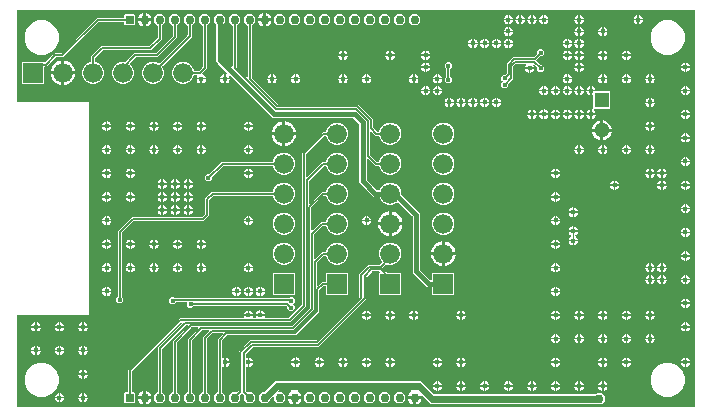
<source format=gbr>
G04 EAGLE Gerber RS-274X export*
G75*
%MOMM*%
%FSLAX34Y34*%
%LPD*%
%INBottom Copper*%
%IPPOS*%
%AMOC8*
5,1,8,0,0,1.08239X$1,22.5*%
G01*
%ADD10R,0.750000X0.750000*%
%ADD11C,0.750000*%
%ADD12C,1.676400*%
%ADD13R,1.676400X1.676400*%
%ADD14C,1.305000*%
%ADD15R,1.305000X1.305000*%
%ADD16C,0.127000*%
%ADD17C,0.400000*%
%ADD18C,0.609600*%
%ADD19C,0.406400*%

G36*
X-2570Y2012D02*
X-2570Y2012D01*
X-2504Y2014D01*
X-2461Y2032D01*
X-2414Y2040D01*
X-2357Y2074D01*
X-2297Y2099D01*
X-2262Y2130D01*
X-2221Y2155D01*
X-2179Y2206D01*
X-2131Y2250D01*
X-2109Y2292D01*
X-2080Y2329D01*
X-2059Y2391D01*
X-2028Y2450D01*
X-2020Y2504D01*
X-2008Y2541D01*
X-2009Y2581D01*
X-2001Y2635D01*
X-2001Y337365D01*
X-2012Y337430D01*
X-2014Y337496D01*
X-2032Y337539D01*
X-2040Y337586D01*
X-2074Y337643D01*
X-2099Y337703D01*
X-2130Y337738D01*
X-2155Y337779D01*
X-2206Y337821D01*
X-2250Y337869D01*
X-2292Y337891D01*
X-2329Y337920D01*
X-2391Y337941D01*
X-2450Y337972D01*
X-2504Y337980D01*
X-2541Y337992D01*
X-2581Y337991D01*
X-2635Y337999D01*
X-575365Y337999D01*
X-575430Y337988D01*
X-575496Y337986D01*
X-575539Y337968D01*
X-575586Y337960D01*
X-575643Y337926D01*
X-575703Y337901D01*
X-575738Y337870D01*
X-575779Y337845D01*
X-575821Y337794D01*
X-575869Y337750D01*
X-575891Y337708D01*
X-575920Y337671D01*
X-575941Y337609D01*
X-575972Y337550D01*
X-575980Y337496D01*
X-575992Y337459D01*
X-575991Y337419D01*
X-575999Y337365D01*
X-575999Y260533D01*
X-575983Y260445D01*
X-575974Y260357D01*
X-575964Y260336D01*
X-575960Y260312D01*
X-575914Y260235D01*
X-575875Y260156D01*
X-575858Y260139D01*
X-575845Y260119D01*
X-575776Y260063D01*
X-575712Y260002D01*
X-575690Y259992D01*
X-575671Y259978D01*
X-575587Y259949D01*
X-575505Y259914D01*
X-575481Y259913D01*
X-575459Y259906D01*
X-575370Y259908D01*
X-575281Y259904D01*
X-575258Y259912D01*
X-575234Y259912D01*
X-575152Y259946D01*
X-575067Y259973D01*
X-575046Y259989D01*
X-575027Y259997D01*
X-575022Y260001D01*
X-515000Y260001D01*
X-514999Y260000D01*
X-514999Y80000D01*
X-515000Y79999D01*
X-575030Y79999D01*
X-575059Y80022D01*
X-575081Y80030D01*
X-575101Y80044D01*
X-575187Y80066D01*
X-575271Y80094D01*
X-575295Y80094D01*
X-575318Y80100D01*
X-575407Y80090D01*
X-575496Y80088D01*
X-575517Y80079D01*
X-575541Y80076D01*
X-575621Y80037D01*
X-575703Y80003D01*
X-575721Y79987D01*
X-575742Y79977D01*
X-575803Y79912D01*
X-575869Y79852D01*
X-575880Y79831D01*
X-575896Y79814D01*
X-575931Y79732D01*
X-575972Y79652D01*
X-575975Y79626D01*
X-575984Y79607D01*
X-575986Y79557D01*
X-575999Y79467D01*
X-575999Y2635D01*
X-575988Y2570D01*
X-575986Y2504D01*
X-575968Y2461D01*
X-575960Y2414D01*
X-575926Y2357D01*
X-575901Y2297D01*
X-575870Y2262D01*
X-575845Y2221D01*
X-575794Y2179D01*
X-575750Y2131D01*
X-575708Y2109D01*
X-575671Y2080D01*
X-575609Y2059D01*
X-575550Y2028D01*
X-575496Y2020D01*
X-575459Y2008D01*
X-575419Y2009D01*
X-575365Y2001D01*
X-2635Y2001D01*
X-2570Y2012D01*
G37*
%LPC*%
G36*
X-484815Y5249D02*
X-484815Y5249D01*
X-485401Y5835D01*
X-485401Y14165D01*
X-484815Y14751D01*
X-482920Y14751D01*
X-482855Y14762D01*
X-482789Y14764D01*
X-482746Y14782D01*
X-482699Y14790D01*
X-482642Y14824D01*
X-482582Y14849D01*
X-482547Y14880D01*
X-482506Y14905D01*
X-482464Y14956D01*
X-482416Y15000D01*
X-482394Y15042D01*
X-482365Y15079D01*
X-482344Y15141D01*
X-482313Y15200D01*
X-482305Y15254D01*
X-482293Y15291D01*
X-482294Y15331D01*
X-482286Y15385D01*
X-482286Y33678D01*
X-438328Y77636D01*
X-384335Y77636D01*
X-384299Y77642D01*
X-384263Y77640D01*
X-384190Y77662D01*
X-384114Y77675D01*
X-384083Y77694D01*
X-384048Y77704D01*
X-383987Y77750D01*
X-383921Y77790D01*
X-383898Y77818D01*
X-383869Y77839D01*
X-383828Y77904D01*
X-383780Y77964D01*
X-383768Y77998D01*
X-383748Y78029D01*
X-383732Y78104D01*
X-383708Y78176D01*
X-383709Y78212D01*
X-383701Y78248D01*
X-383713Y78351D01*
X-383714Y78401D01*
X-383720Y78415D01*
X-383722Y78434D01*
X-383972Y79366D01*
X-380000Y79366D01*
X-376028Y79366D01*
X-376278Y78434D01*
X-376281Y78398D01*
X-376292Y78364D01*
X-376290Y78287D01*
X-376297Y78211D01*
X-376287Y78176D01*
X-376286Y78139D01*
X-376257Y78069D01*
X-376236Y77994D01*
X-376215Y77965D01*
X-376201Y77932D01*
X-376150Y77875D01*
X-376105Y77813D01*
X-376074Y77793D01*
X-376050Y77766D01*
X-375982Y77731D01*
X-375918Y77688D01*
X-375883Y77680D01*
X-375850Y77663D01*
X-375748Y77648D01*
X-375700Y77637D01*
X-375684Y77639D01*
X-375665Y77636D01*
X-374335Y77636D01*
X-374299Y77642D01*
X-374263Y77640D01*
X-374190Y77662D01*
X-374114Y77675D01*
X-374083Y77694D01*
X-374048Y77704D01*
X-373987Y77750D01*
X-373921Y77790D01*
X-373898Y77818D01*
X-373869Y77839D01*
X-373828Y77904D01*
X-373780Y77964D01*
X-373768Y77998D01*
X-373748Y78029D01*
X-373732Y78104D01*
X-373708Y78176D01*
X-373709Y78212D01*
X-373701Y78248D01*
X-373713Y78351D01*
X-373714Y78401D01*
X-373720Y78415D01*
X-373722Y78434D01*
X-373972Y79366D01*
X-370000Y79366D01*
X-366028Y79366D01*
X-366278Y78434D01*
X-366281Y78398D01*
X-366292Y78364D01*
X-366290Y78287D01*
X-366297Y78211D01*
X-366287Y78176D01*
X-366286Y78139D01*
X-366257Y78069D01*
X-366236Y77994D01*
X-366215Y77965D01*
X-366201Y77932D01*
X-366150Y77875D01*
X-366105Y77813D01*
X-366074Y77793D01*
X-366050Y77766D01*
X-365982Y77731D01*
X-365918Y77688D01*
X-365883Y77680D01*
X-365850Y77663D01*
X-365748Y77648D01*
X-365700Y77637D01*
X-365684Y77639D01*
X-365665Y77636D01*
X-345940Y77636D01*
X-345898Y77643D01*
X-345856Y77641D01*
X-345789Y77663D01*
X-345719Y77675D01*
X-345683Y77697D01*
X-345642Y77710D01*
X-345570Y77764D01*
X-345526Y77790D01*
X-345513Y77806D01*
X-345492Y77822D01*
X-335092Y88222D01*
X-335067Y88257D01*
X-335036Y88285D01*
X-335004Y88348D01*
X-334963Y88406D01*
X-334953Y88447D01*
X-334933Y88485D01*
X-334920Y88575D01*
X-334907Y88623D01*
X-334910Y88644D01*
X-334906Y88670D01*
X-334906Y217408D01*
X-317178Y235136D01*
X-314902Y235136D01*
X-314849Y235145D01*
X-314795Y235145D01*
X-314739Y235165D01*
X-314681Y235175D01*
X-314635Y235203D01*
X-314584Y235221D01*
X-314539Y235260D01*
X-314488Y235290D01*
X-314454Y235332D01*
X-314413Y235367D01*
X-314376Y235428D01*
X-314347Y235464D01*
X-314337Y235493D01*
X-314316Y235527D01*
X-312954Y238815D01*
X-310315Y241454D01*
X-306866Y242883D01*
X-303134Y242883D01*
X-299685Y241454D01*
X-297046Y238815D01*
X-295617Y235366D01*
X-295617Y231634D01*
X-297046Y228185D01*
X-299685Y225546D01*
X-303134Y224117D01*
X-306866Y224117D01*
X-310315Y225546D01*
X-312954Y228185D01*
X-314316Y231473D01*
X-314345Y231518D01*
X-314366Y231568D01*
X-314405Y231612D01*
X-314437Y231662D01*
X-314481Y231694D01*
X-314517Y231734D01*
X-314569Y231761D01*
X-314617Y231796D01*
X-314668Y231812D01*
X-314717Y231837D01*
X-314787Y231847D01*
X-314832Y231860D01*
X-314862Y231858D01*
X-314902Y231864D01*
X-315560Y231864D01*
X-315602Y231857D01*
X-315644Y231859D01*
X-315711Y231837D01*
X-315781Y231825D01*
X-315817Y231803D01*
X-315858Y231790D01*
X-315930Y231736D01*
X-315974Y231710D01*
X-315987Y231694D01*
X-316008Y231678D01*
X-331448Y216238D01*
X-331473Y216203D01*
X-331504Y216175D01*
X-331536Y216112D01*
X-331577Y216054D01*
X-331587Y216013D01*
X-331607Y215975D01*
X-331620Y215885D01*
X-331633Y215837D01*
X-331630Y215816D01*
X-331634Y215790D01*
X-331634Y197210D01*
X-331618Y197122D01*
X-331609Y197034D01*
X-331599Y197013D01*
X-331595Y196989D01*
X-331549Y196913D01*
X-331510Y196833D01*
X-331493Y196817D01*
X-331480Y196796D01*
X-331411Y196740D01*
X-331347Y196679D01*
X-331325Y196670D01*
X-331306Y196655D01*
X-331222Y196626D01*
X-331140Y196592D01*
X-331116Y196591D01*
X-331094Y196583D01*
X-331005Y196586D01*
X-330916Y196582D01*
X-330893Y196589D01*
X-330869Y196590D01*
X-330787Y196623D01*
X-330702Y196650D01*
X-330681Y196666D01*
X-330662Y196674D01*
X-330624Y196708D01*
X-330552Y196762D01*
X-317578Y209736D01*
X-314902Y209736D01*
X-314849Y209745D01*
X-314795Y209745D01*
X-314739Y209765D01*
X-314681Y209775D01*
X-314635Y209803D01*
X-314584Y209821D01*
X-314539Y209860D01*
X-314488Y209890D01*
X-314454Y209932D01*
X-314413Y209967D01*
X-314376Y210028D01*
X-314347Y210064D01*
X-314337Y210093D01*
X-314316Y210127D01*
X-312954Y213415D01*
X-310315Y216054D01*
X-306866Y217483D01*
X-303134Y217483D01*
X-299685Y216054D01*
X-297046Y213415D01*
X-295617Y209966D01*
X-295617Y206234D01*
X-297046Y202785D01*
X-299685Y200146D01*
X-303134Y198717D01*
X-306866Y198717D01*
X-310315Y200146D01*
X-312954Y202785D01*
X-314316Y206073D01*
X-314345Y206118D01*
X-314366Y206168D01*
X-314405Y206212D01*
X-314437Y206262D01*
X-314481Y206294D01*
X-314517Y206334D01*
X-314569Y206361D01*
X-314617Y206396D01*
X-314668Y206412D01*
X-314717Y206437D01*
X-314787Y206447D01*
X-314832Y206460D01*
X-314862Y206458D01*
X-314902Y206464D01*
X-315960Y206464D01*
X-316002Y206457D01*
X-316044Y206459D01*
X-316111Y206437D01*
X-316181Y206425D01*
X-316217Y206403D01*
X-316258Y206390D01*
X-316330Y206336D01*
X-316374Y206310D01*
X-316387Y206294D01*
X-316408Y206278D01*
X-328908Y193778D01*
X-328933Y193743D01*
X-328964Y193715D01*
X-328996Y193652D01*
X-329037Y193594D01*
X-329047Y193553D01*
X-329067Y193515D01*
X-329080Y193425D01*
X-329093Y193377D01*
X-329090Y193356D01*
X-329094Y193330D01*
X-329094Y174750D01*
X-329078Y174662D01*
X-329069Y174574D01*
X-329059Y174553D01*
X-329055Y174529D01*
X-329009Y174453D01*
X-328970Y174373D01*
X-328953Y174357D01*
X-328940Y174336D01*
X-328871Y174280D01*
X-328807Y174219D01*
X-328785Y174210D01*
X-328766Y174195D01*
X-328682Y174166D01*
X-328600Y174132D01*
X-328576Y174131D01*
X-328554Y174123D01*
X-328465Y174126D01*
X-328376Y174122D01*
X-328353Y174129D01*
X-328329Y174130D01*
X-328247Y174163D01*
X-328162Y174190D01*
X-328141Y174206D01*
X-328122Y174214D01*
X-328084Y174248D01*
X-328012Y174302D01*
X-317978Y184336D01*
X-314902Y184336D01*
X-314849Y184345D01*
X-314795Y184345D01*
X-314739Y184365D01*
X-314681Y184375D01*
X-314635Y184403D01*
X-314584Y184421D01*
X-314539Y184460D01*
X-314488Y184490D01*
X-314454Y184532D01*
X-314413Y184567D01*
X-314376Y184628D01*
X-314347Y184664D01*
X-314337Y184693D01*
X-314316Y184727D01*
X-312954Y188015D01*
X-310315Y190654D01*
X-306866Y192083D01*
X-303134Y192083D01*
X-299685Y190654D01*
X-297046Y188015D01*
X-295617Y184566D01*
X-295617Y180834D01*
X-297046Y177385D01*
X-299685Y174746D01*
X-303134Y173317D01*
X-306866Y173317D01*
X-310315Y174746D01*
X-312954Y177385D01*
X-314316Y180673D01*
X-314345Y180718D01*
X-314366Y180768D01*
X-314405Y180812D01*
X-314437Y180862D01*
X-314481Y180894D01*
X-314517Y180934D01*
X-314569Y180961D01*
X-314617Y180996D01*
X-314668Y181012D01*
X-314717Y181037D01*
X-314787Y181047D01*
X-314832Y181060D01*
X-314862Y181058D01*
X-314902Y181064D01*
X-316360Y181064D01*
X-316402Y181057D01*
X-316444Y181059D01*
X-316511Y181037D01*
X-316581Y181025D01*
X-316617Y181003D01*
X-316658Y180990D01*
X-316730Y180936D01*
X-316774Y180910D01*
X-316787Y180894D01*
X-316808Y180878D01*
X-326638Y171048D01*
X-326663Y171013D01*
X-326694Y170985D01*
X-326726Y170922D01*
X-326767Y170864D01*
X-326777Y170823D01*
X-326797Y170785D01*
X-326810Y170695D01*
X-326823Y170647D01*
X-326820Y170626D01*
X-326824Y170600D01*
X-326824Y152020D01*
X-326808Y151932D01*
X-326799Y151844D01*
X-326789Y151823D01*
X-326785Y151799D01*
X-326739Y151723D01*
X-326700Y151643D01*
X-326683Y151627D01*
X-326670Y151606D01*
X-326601Y151550D01*
X-326537Y151489D01*
X-326515Y151480D01*
X-326496Y151465D01*
X-326412Y151436D01*
X-326330Y151402D01*
X-326306Y151401D01*
X-326284Y151393D01*
X-326195Y151396D01*
X-326106Y151392D01*
X-326083Y151399D01*
X-326059Y151400D01*
X-325977Y151433D01*
X-325892Y151460D01*
X-325871Y151476D01*
X-325852Y151484D01*
X-325814Y151518D01*
X-325742Y151572D01*
X-318378Y158936D01*
X-314902Y158936D01*
X-314849Y158945D01*
X-314795Y158945D01*
X-314739Y158965D01*
X-314681Y158975D01*
X-314635Y159003D01*
X-314584Y159021D01*
X-314539Y159060D01*
X-314488Y159090D01*
X-314454Y159132D01*
X-314413Y159167D01*
X-314376Y159228D01*
X-314347Y159264D01*
X-314337Y159293D01*
X-314316Y159327D01*
X-312954Y162615D01*
X-310315Y165254D01*
X-306866Y166683D01*
X-303134Y166683D01*
X-299685Y165254D01*
X-297046Y162615D01*
X-295617Y159166D01*
X-295617Y155434D01*
X-297046Y151985D01*
X-299685Y149346D01*
X-303134Y147917D01*
X-306866Y147917D01*
X-310315Y149346D01*
X-312954Y151985D01*
X-314316Y155273D01*
X-314345Y155318D01*
X-314366Y155368D01*
X-314405Y155412D01*
X-314437Y155462D01*
X-314481Y155494D01*
X-314517Y155534D01*
X-314569Y155561D01*
X-314617Y155596D01*
X-314668Y155612D01*
X-314717Y155637D01*
X-314787Y155647D01*
X-314832Y155660D01*
X-314862Y155658D01*
X-314902Y155664D01*
X-316760Y155664D01*
X-316802Y155657D01*
X-316844Y155659D01*
X-316911Y155637D01*
X-316981Y155625D01*
X-317017Y155603D01*
X-317058Y155590D01*
X-317130Y155536D01*
X-317174Y155510D01*
X-317187Y155494D01*
X-317208Y155478D01*
X-324368Y148318D01*
X-324393Y148283D01*
X-324424Y148255D01*
X-324448Y148207D01*
X-324467Y148184D01*
X-324472Y148169D01*
X-324497Y148134D01*
X-324507Y148093D01*
X-324527Y148055D01*
X-324540Y147965D01*
X-324553Y147917D01*
X-324550Y147896D01*
X-324554Y147870D01*
X-324554Y128210D01*
X-324542Y128144D01*
X-324541Y128086D01*
X-324533Y128066D01*
X-324529Y128034D01*
X-324519Y128013D01*
X-324515Y127989D01*
X-324473Y127919D01*
X-324456Y127878D01*
X-324447Y127868D01*
X-324430Y127833D01*
X-324413Y127817D01*
X-324400Y127796D01*
X-324331Y127740D01*
X-324324Y127733D01*
X-324305Y127712D01*
X-324298Y127709D01*
X-324267Y127679D01*
X-324245Y127670D01*
X-324226Y127655D01*
X-324142Y127626D01*
X-324116Y127615D01*
X-324105Y127610D01*
X-324102Y127609D01*
X-324060Y127592D01*
X-324036Y127591D01*
X-324014Y127583D01*
X-323940Y127585D01*
X-323920Y127582D01*
X-323914Y127582D01*
X-323901Y127584D01*
X-323836Y127582D01*
X-323813Y127589D01*
X-323789Y127590D01*
X-323723Y127616D01*
X-323693Y127622D01*
X-323672Y127634D01*
X-323622Y127650D01*
X-323601Y127666D01*
X-323582Y127674D01*
X-323544Y127708D01*
X-323532Y127717D01*
X-323500Y127736D01*
X-323490Y127748D01*
X-323472Y127762D01*
X-318842Y132392D01*
X-317698Y133536D01*
X-314902Y133536D01*
X-314849Y133545D01*
X-314795Y133545D01*
X-314739Y133565D01*
X-314681Y133575D01*
X-314635Y133603D01*
X-314584Y133621D01*
X-314539Y133660D01*
X-314488Y133690D01*
X-314454Y133732D01*
X-314413Y133767D01*
X-314376Y133828D01*
X-314347Y133864D01*
X-314337Y133893D01*
X-314316Y133927D01*
X-312954Y137215D01*
X-310315Y139854D01*
X-306866Y141283D01*
X-303134Y141283D01*
X-299685Y139854D01*
X-297046Y137215D01*
X-295617Y133766D01*
X-295617Y130034D01*
X-297046Y126585D01*
X-299685Y123946D01*
X-303134Y122517D01*
X-306866Y122517D01*
X-310315Y123946D01*
X-312954Y126585D01*
X-314316Y129873D01*
X-314345Y129918D01*
X-314366Y129968D01*
X-314405Y130012D01*
X-314437Y130062D01*
X-314481Y130094D01*
X-314517Y130134D01*
X-314569Y130161D01*
X-314617Y130196D01*
X-314668Y130212D01*
X-314717Y130237D01*
X-314787Y130247D01*
X-314832Y130260D01*
X-314862Y130258D01*
X-314902Y130264D01*
X-316080Y130264D01*
X-316122Y130257D01*
X-316164Y130259D01*
X-316231Y130237D01*
X-316301Y130225D01*
X-316337Y130203D01*
X-316378Y130190D01*
X-316450Y130136D01*
X-316494Y130110D01*
X-316507Y130094D01*
X-316528Y130078D01*
X-322098Y124508D01*
X-322123Y124473D01*
X-322154Y124445D01*
X-322186Y124382D01*
X-322227Y124324D01*
X-322237Y124283D01*
X-322257Y124245D01*
X-322270Y124155D01*
X-322283Y124107D01*
X-322280Y124086D01*
X-322284Y124060D01*
X-322284Y105210D01*
X-322268Y105122D01*
X-322259Y105034D01*
X-322249Y105013D01*
X-322245Y104989D01*
X-322199Y104913D01*
X-322160Y104833D01*
X-322143Y104817D01*
X-322130Y104796D01*
X-322061Y104740D01*
X-321997Y104679D01*
X-321975Y104670D01*
X-321956Y104655D01*
X-321872Y104626D01*
X-321790Y104592D01*
X-321766Y104591D01*
X-321744Y104583D01*
X-321655Y104586D01*
X-321566Y104582D01*
X-321543Y104589D01*
X-321519Y104590D01*
X-321437Y104623D01*
X-321352Y104650D01*
X-321331Y104666D01*
X-321312Y104674D01*
X-321274Y104708D01*
X-321202Y104762D01*
X-318971Y106992D01*
X-317828Y108136D01*
X-315017Y108136D01*
X-314952Y108147D01*
X-314886Y108149D01*
X-314843Y108167D01*
X-314796Y108175D01*
X-314739Y108209D01*
X-314679Y108234D01*
X-314644Y108265D01*
X-314603Y108290D01*
X-314561Y108341D01*
X-314513Y108385D01*
X-314491Y108427D01*
X-314462Y108464D01*
X-314441Y108526D01*
X-314410Y108585D01*
X-314402Y108639D01*
X-314390Y108676D01*
X-314391Y108716D01*
X-314383Y108770D01*
X-314383Y115297D01*
X-313797Y115883D01*
X-296203Y115883D01*
X-295617Y115297D01*
X-295617Y97703D01*
X-296203Y97117D01*
X-313797Y97117D01*
X-314383Y97703D01*
X-314383Y104230D01*
X-314394Y104295D01*
X-314396Y104361D01*
X-314414Y104404D01*
X-314422Y104451D01*
X-314456Y104508D01*
X-314481Y104568D01*
X-314512Y104603D01*
X-314537Y104644D01*
X-314588Y104686D01*
X-314632Y104734D01*
X-314674Y104756D01*
X-314711Y104785D01*
X-314773Y104806D01*
X-314832Y104837D01*
X-314886Y104845D01*
X-314923Y104857D01*
X-314963Y104856D01*
X-315017Y104864D01*
X-316210Y104864D01*
X-316252Y104857D01*
X-316294Y104859D01*
X-316361Y104837D01*
X-316431Y104825D01*
X-316467Y104803D01*
X-316508Y104790D01*
X-316580Y104736D01*
X-316624Y104710D01*
X-316637Y104694D01*
X-316658Y104678D01*
X-319828Y101508D01*
X-319853Y101473D01*
X-319884Y101445D01*
X-319916Y101382D01*
X-319957Y101324D01*
X-319967Y101283D01*
X-319987Y101245D01*
X-320000Y101155D01*
X-320013Y101107D01*
X-320010Y101086D01*
X-320014Y101060D01*
X-320014Y82351D01*
X-339621Y62744D01*
X-398060Y62744D01*
X-398102Y62737D01*
X-398144Y62739D01*
X-398211Y62717D01*
X-398281Y62705D01*
X-398317Y62683D01*
X-398358Y62670D01*
X-398430Y62616D01*
X-398474Y62590D01*
X-398487Y62574D01*
X-398508Y62558D01*
X-402628Y58438D01*
X-402653Y58403D01*
X-402684Y58375D01*
X-402716Y58312D01*
X-402757Y58254D01*
X-402767Y58213D01*
X-402787Y58175D01*
X-402800Y58085D01*
X-402813Y58037D01*
X-402810Y58016D01*
X-402814Y57990D01*
X-402814Y44093D01*
X-402813Y44087D01*
X-402814Y44081D01*
X-402793Y43977D01*
X-402775Y43873D01*
X-402771Y43867D01*
X-402770Y43861D01*
X-402715Y43771D01*
X-402660Y43679D01*
X-402656Y43675D01*
X-402652Y43670D01*
X-402569Y43605D01*
X-402486Y43538D01*
X-402480Y43536D01*
X-402475Y43532D01*
X-402374Y43500D01*
X-402274Y43466D01*
X-402267Y43466D01*
X-402261Y43464D01*
X-402155Y43470D01*
X-402049Y43473D01*
X-402044Y43475D01*
X-402037Y43475D01*
X-401863Y43544D01*
X-401544Y43728D01*
X-400634Y43972D01*
X-400634Y40000D01*
X-400634Y36028D01*
X-401544Y36272D01*
X-401863Y36456D01*
X-401869Y36458D01*
X-401874Y36462D01*
X-401974Y36496D01*
X-402074Y36532D01*
X-402080Y36532D01*
X-402086Y36534D01*
X-402192Y36531D01*
X-402298Y36530D01*
X-402304Y36527D01*
X-402311Y36527D01*
X-402408Y36488D01*
X-402508Y36450D01*
X-402513Y36445D01*
X-402518Y36443D01*
X-402596Y36372D01*
X-402676Y36301D01*
X-402679Y36296D01*
X-402684Y36292D01*
X-402732Y36197D01*
X-402783Y36104D01*
X-402784Y36098D01*
X-402787Y36092D01*
X-402814Y35907D01*
X-402814Y15346D01*
X-402807Y15304D01*
X-402809Y15261D01*
X-402787Y15194D01*
X-402775Y15125D01*
X-402753Y15088D01*
X-402740Y15048D01*
X-402686Y14975D01*
X-402660Y14932D01*
X-402644Y14918D01*
X-402628Y14897D01*
X-399699Y11968D01*
X-399699Y8032D01*
X-402482Y5249D01*
X-406418Y5249D01*
X-409201Y8032D01*
X-409201Y11968D01*
X-406272Y14897D01*
X-406247Y14932D01*
X-406216Y14961D01*
X-406184Y15023D01*
X-406143Y15081D01*
X-406133Y15122D01*
X-406113Y15160D01*
X-406100Y15250D01*
X-406087Y15299D01*
X-406090Y15319D01*
X-406086Y15346D01*
X-406086Y59608D01*
X-401762Y63932D01*
X-401711Y64005D01*
X-401655Y64074D01*
X-401647Y64096D01*
X-401634Y64116D01*
X-401611Y64202D01*
X-401583Y64286D01*
X-401584Y64310D01*
X-401578Y64333D01*
X-401587Y64422D01*
X-401590Y64511D01*
X-401598Y64533D01*
X-401601Y64556D01*
X-401640Y64636D01*
X-401674Y64718D01*
X-401690Y64736D01*
X-401700Y64757D01*
X-401765Y64818D01*
X-401825Y64884D01*
X-401846Y64895D01*
X-401864Y64911D01*
X-401946Y64946D01*
X-402025Y64987D01*
X-402051Y64990D01*
X-402070Y64999D01*
X-402121Y65001D01*
X-402210Y65014D01*
X-410060Y65014D01*
X-410102Y65007D01*
X-410144Y65009D01*
X-410211Y64987D01*
X-410281Y64975D01*
X-410317Y64953D01*
X-410358Y64940D01*
X-410430Y64886D01*
X-410474Y64860D01*
X-410487Y64844D01*
X-410508Y64828D01*
X-415328Y60008D01*
X-415353Y59973D01*
X-415384Y59945D01*
X-415416Y59882D01*
X-415457Y59824D01*
X-415467Y59783D01*
X-415487Y59745D01*
X-415500Y59655D01*
X-415513Y59607D01*
X-415510Y59586D01*
X-415514Y59560D01*
X-415514Y15346D01*
X-415507Y15304D01*
X-415509Y15261D01*
X-415487Y15194D01*
X-415475Y15125D01*
X-415453Y15088D01*
X-415440Y15048D01*
X-415386Y14975D01*
X-415360Y14932D01*
X-415344Y14918D01*
X-415328Y14897D01*
X-412399Y11968D01*
X-412399Y8032D01*
X-415182Y5249D01*
X-419118Y5249D01*
X-421901Y8032D01*
X-421901Y11968D01*
X-418972Y14897D01*
X-418947Y14932D01*
X-418916Y14961D01*
X-418884Y15023D01*
X-418843Y15081D01*
X-418833Y15122D01*
X-418813Y15160D01*
X-418800Y15250D01*
X-418787Y15299D01*
X-418790Y15319D01*
X-418786Y15346D01*
X-418786Y61178D01*
X-413762Y66202D01*
X-413711Y66275D01*
X-413655Y66344D01*
X-413647Y66366D01*
X-413634Y66386D01*
X-413611Y66472D01*
X-413583Y66556D01*
X-413584Y66580D01*
X-413578Y66603D01*
X-413587Y66692D01*
X-413590Y66781D01*
X-413598Y66803D01*
X-413601Y66826D01*
X-413640Y66906D01*
X-413674Y66988D01*
X-413690Y67006D01*
X-413700Y67027D01*
X-413765Y67088D01*
X-413825Y67154D01*
X-413846Y67165D01*
X-413864Y67181D01*
X-413946Y67216D01*
X-414025Y67257D01*
X-414051Y67260D01*
X-414070Y67269D01*
X-414121Y67271D01*
X-414210Y67284D01*
X-419060Y67284D01*
X-419102Y67277D01*
X-419144Y67279D01*
X-419211Y67257D01*
X-419281Y67245D01*
X-419317Y67223D01*
X-419358Y67210D01*
X-419430Y67156D01*
X-419474Y67130D01*
X-419487Y67114D01*
X-419508Y67098D01*
X-428028Y58578D01*
X-428053Y58543D01*
X-428084Y58515D01*
X-428116Y58452D01*
X-428157Y58394D01*
X-428167Y58353D01*
X-428187Y58315D01*
X-428200Y58225D01*
X-428213Y58177D01*
X-428210Y58156D01*
X-428214Y58130D01*
X-428214Y15346D01*
X-428207Y15304D01*
X-428209Y15261D01*
X-428187Y15194D01*
X-428175Y15125D01*
X-428153Y15088D01*
X-428140Y15048D01*
X-428086Y14975D01*
X-428060Y14931D01*
X-428044Y14918D01*
X-428028Y14897D01*
X-425099Y11968D01*
X-425099Y8032D01*
X-427882Y5249D01*
X-431818Y5249D01*
X-434601Y8032D01*
X-434601Y11968D01*
X-431672Y14897D01*
X-431647Y14932D01*
X-431616Y14961D01*
X-431584Y15023D01*
X-431543Y15081D01*
X-431533Y15122D01*
X-431513Y15160D01*
X-431500Y15250D01*
X-431487Y15299D01*
X-431490Y15319D01*
X-431486Y15346D01*
X-431486Y59748D01*
X-422762Y68472D01*
X-422711Y68545D01*
X-422655Y68614D01*
X-422647Y68636D01*
X-422634Y68656D01*
X-422611Y68742D01*
X-422583Y68826D01*
X-422584Y68850D01*
X-422578Y68873D01*
X-422587Y68962D01*
X-422590Y69051D01*
X-422598Y69073D01*
X-422601Y69096D01*
X-422640Y69176D01*
X-422674Y69258D01*
X-422690Y69276D01*
X-422700Y69297D01*
X-422765Y69358D01*
X-422825Y69424D01*
X-422846Y69435D01*
X-422864Y69451D01*
X-422946Y69486D01*
X-423025Y69527D01*
X-423051Y69530D01*
X-423070Y69539D01*
X-423121Y69541D01*
X-423210Y69554D01*
X-427889Y69554D01*
X-427931Y69547D01*
X-427973Y69549D01*
X-428040Y69527D01*
X-428110Y69515D01*
X-428146Y69493D01*
X-428187Y69480D01*
X-428259Y69426D01*
X-428303Y69400D01*
X-428316Y69384D01*
X-428337Y69368D01*
X-440728Y56977D01*
X-440753Y56942D01*
X-440784Y56914D01*
X-440811Y56861D01*
X-440818Y56852D01*
X-440821Y56845D01*
X-440857Y56793D01*
X-440867Y56752D01*
X-440887Y56714D01*
X-440900Y56625D01*
X-440913Y56576D01*
X-440910Y56555D01*
X-440914Y56529D01*
X-440914Y15346D01*
X-440907Y15304D01*
X-440909Y15261D01*
X-440887Y15194D01*
X-440875Y15125D01*
X-440853Y15088D01*
X-440840Y15048D01*
X-440786Y14975D01*
X-440760Y14931D01*
X-440744Y14918D01*
X-440728Y14897D01*
X-437799Y11968D01*
X-437799Y8032D01*
X-440582Y5249D01*
X-444518Y5249D01*
X-447301Y8032D01*
X-447301Y11968D01*
X-444372Y14897D01*
X-444347Y14932D01*
X-444316Y14961D01*
X-444284Y15023D01*
X-444243Y15081D01*
X-444233Y15122D01*
X-444213Y15160D01*
X-444200Y15250D01*
X-444187Y15299D01*
X-444190Y15319D01*
X-444186Y15346D01*
X-444186Y58147D01*
X-431591Y70742D01*
X-431540Y70815D01*
X-431484Y70884D01*
X-431476Y70906D01*
X-431463Y70926D01*
X-431441Y71012D01*
X-431412Y71096D01*
X-431413Y71120D01*
X-431407Y71143D01*
X-431416Y71232D01*
X-431419Y71321D01*
X-431428Y71343D01*
X-431430Y71366D01*
X-431469Y71446D01*
X-431503Y71528D01*
X-431519Y71546D01*
X-431529Y71567D01*
X-431594Y71628D01*
X-431654Y71694D01*
X-431675Y71705D01*
X-431693Y71721D01*
X-431775Y71756D01*
X-431854Y71797D01*
X-431880Y71800D01*
X-431899Y71809D01*
X-431950Y71811D01*
X-432039Y71824D01*
X-432829Y71824D01*
X-432871Y71817D01*
X-432913Y71819D01*
X-432980Y71797D01*
X-433050Y71785D01*
X-433086Y71763D01*
X-433127Y71750D01*
X-433200Y71696D01*
X-433243Y71670D01*
X-433256Y71654D01*
X-433278Y71638D01*
X-453428Y51488D01*
X-453453Y51453D01*
X-453484Y51424D01*
X-453516Y51361D01*
X-453557Y51303D01*
X-453567Y51262D01*
X-453587Y51224D01*
X-453600Y51135D01*
X-453613Y51086D01*
X-453610Y51065D01*
X-453614Y51039D01*
X-453614Y15346D01*
X-453607Y15304D01*
X-453609Y15261D01*
X-453587Y15194D01*
X-453575Y15125D01*
X-453553Y15088D01*
X-453540Y15048D01*
X-453486Y14975D01*
X-453460Y14931D01*
X-453444Y14918D01*
X-453428Y14897D01*
X-450499Y11968D01*
X-450499Y8032D01*
X-453282Y5249D01*
X-457218Y5249D01*
X-460001Y8032D01*
X-460001Y11968D01*
X-457072Y14897D01*
X-457047Y14932D01*
X-457016Y14961D01*
X-456984Y15023D01*
X-456943Y15081D01*
X-456933Y15122D01*
X-456913Y15160D01*
X-456900Y15250D01*
X-456887Y15299D01*
X-456890Y15319D01*
X-456886Y15346D01*
X-456886Y52657D01*
X-436261Y73282D01*
X-436210Y73355D01*
X-436154Y73424D01*
X-436147Y73446D01*
X-436133Y73466D01*
X-436111Y73552D01*
X-436082Y73636D01*
X-436083Y73660D01*
X-436077Y73683D01*
X-436086Y73772D01*
X-436089Y73861D01*
X-436098Y73883D01*
X-436100Y73906D01*
X-436140Y73986D01*
X-436173Y74068D01*
X-436189Y74086D01*
X-436200Y74107D01*
X-436265Y74168D01*
X-436325Y74234D01*
X-436346Y74245D01*
X-436363Y74261D01*
X-436445Y74296D01*
X-436524Y74337D01*
X-436550Y74340D01*
X-436570Y74349D01*
X-436620Y74351D01*
X-436710Y74364D01*
X-436752Y74357D01*
X-436794Y74359D01*
X-436861Y74337D01*
X-436931Y74325D01*
X-436967Y74303D01*
X-437008Y74290D01*
X-437080Y74236D01*
X-437124Y74210D01*
X-437137Y74194D01*
X-437158Y74178D01*
X-478828Y32508D01*
X-478853Y32473D01*
X-478884Y32445D01*
X-478916Y32382D01*
X-478957Y32324D01*
X-478967Y32283D01*
X-478987Y32245D01*
X-479000Y32155D01*
X-479013Y32107D01*
X-479010Y32086D01*
X-479014Y32060D01*
X-479014Y15385D01*
X-479003Y15320D01*
X-479001Y15254D01*
X-478983Y15211D01*
X-478975Y15164D01*
X-478941Y15107D01*
X-478916Y15047D01*
X-478885Y15012D01*
X-478860Y14971D01*
X-478809Y14929D01*
X-478765Y14881D01*
X-478723Y14859D01*
X-478686Y14830D01*
X-478624Y14809D01*
X-478565Y14778D01*
X-478511Y14770D01*
X-478474Y14758D01*
X-478434Y14759D01*
X-478380Y14751D01*
X-476485Y14751D01*
X-475899Y14165D01*
X-475899Y5835D01*
X-476485Y5249D01*
X-484815Y5249D01*
G37*
%LPD*%
%LPC*%
G36*
X-223797Y97117D02*
X-223797Y97117D01*
X-224383Y97703D01*
X-224383Y102833D01*
X-224394Y102898D01*
X-224396Y102964D01*
X-224414Y103007D01*
X-224422Y103054D01*
X-224456Y103111D01*
X-224481Y103171D01*
X-224512Y103206D01*
X-224537Y103247D01*
X-224588Y103289D01*
X-224632Y103337D01*
X-224674Y103359D01*
X-224711Y103388D01*
X-224773Y103409D01*
X-224832Y103440D01*
X-224886Y103448D01*
X-224923Y103460D01*
X-224963Y103459D01*
X-225017Y103467D01*
X-228756Y103467D01*
X-241033Y115744D01*
X-241033Y163181D01*
X-241040Y163223D01*
X-241038Y163265D01*
X-241060Y163332D01*
X-241072Y163402D01*
X-241094Y163438D01*
X-241107Y163479D01*
X-241161Y163552D01*
X-241187Y163595D01*
X-241203Y163608D01*
X-241219Y163630D01*
X-253061Y175472D01*
X-253115Y175510D01*
X-253163Y175555D01*
X-253207Y175574D01*
X-253246Y175601D01*
X-253309Y175617D01*
X-253370Y175643D01*
X-253417Y175645D01*
X-253463Y175656D01*
X-253528Y175650D01*
X-253594Y175653D01*
X-253639Y175638D01*
X-253686Y175633D01*
X-253745Y175604D01*
X-253808Y175584D01*
X-253852Y175551D01*
X-253887Y175534D01*
X-253914Y175505D01*
X-253958Y175472D01*
X-254685Y174746D01*
X-258134Y173317D01*
X-261866Y173317D01*
X-265315Y174746D01*
X-267954Y177385D01*
X-268737Y179276D01*
X-268767Y179321D01*
X-268787Y179371D01*
X-268827Y179415D01*
X-268859Y179465D01*
X-268902Y179497D01*
X-268938Y179537D01*
X-268991Y179564D01*
X-269038Y179599D01*
X-269090Y179615D01*
X-269138Y179640D01*
X-269208Y179650D01*
X-269253Y179663D01*
X-269284Y179661D01*
X-269323Y179667D01*
X-273956Y179667D01*
X-286033Y191744D01*
X-286033Y241481D01*
X-286040Y241523D01*
X-286038Y241565D01*
X-286060Y241632D01*
X-286072Y241702D01*
X-286094Y241738D01*
X-286107Y241779D01*
X-286161Y241852D01*
X-286187Y241895D01*
X-286203Y241908D01*
X-286219Y241930D01*
X-291070Y246781D01*
X-291105Y246806D01*
X-291134Y246837D01*
X-291197Y246869D01*
X-291255Y246910D01*
X-291296Y246920D01*
X-291334Y246940D01*
X-291423Y246953D01*
X-291472Y246966D01*
X-291493Y246963D01*
X-291519Y246967D01*
X-359706Y246967D01*
X-361669Y248930D01*
X-395582Y282843D01*
X-395607Y282860D01*
X-395626Y282883D01*
X-395698Y282924D01*
X-395766Y282971D01*
X-395795Y282979D01*
X-395821Y282993D01*
X-395903Y283007D01*
X-395984Y283027D01*
X-396013Y283024D01*
X-396043Y283029D01*
X-396124Y283013D01*
X-396207Y283004D01*
X-396234Y282991D01*
X-396263Y282985D01*
X-396333Y282941D01*
X-396408Y282905D01*
X-396428Y282883D01*
X-396454Y282867D01*
X-396505Y282802D01*
X-396562Y282741D01*
X-396573Y282714D01*
X-396592Y282690D01*
X-396617Y282611D01*
X-396649Y282535D01*
X-396651Y282505D01*
X-396660Y282476D01*
X-396655Y282393D01*
X-396659Y282310D01*
X-396650Y282282D01*
X-396649Y282252D01*
X-396604Y282140D01*
X-396591Y282097D01*
X-396584Y282088D01*
X-396580Y282078D01*
X-396272Y281544D01*
X-396028Y280634D01*
X-399366Y280634D01*
X-399366Y283972D01*
X-398456Y283728D01*
X-397922Y283420D01*
X-397894Y283410D01*
X-397870Y283393D01*
X-397789Y283372D01*
X-397711Y283344D01*
X-397681Y283344D01*
X-397652Y283337D01*
X-397570Y283346D01*
X-397487Y283346D01*
X-397459Y283357D01*
X-397429Y283360D01*
X-397355Y283397D01*
X-397277Y283427D01*
X-397255Y283446D01*
X-397228Y283460D01*
X-397171Y283520D01*
X-397109Y283575D01*
X-397095Y283601D01*
X-397074Y283623D01*
X-397042Y283699D01*
X-397003Y283772D01*
X-396998Y283802D01*
X-396987Y283830D01*
X-396983Y283912D01*
X-396972Y283994D01*
X-396978Y284024D01*
X-396977Y284054D01*
X-397002Y284132D01*
X-397020Y284213D01*
X-397036Y284239D01*
X-397045Y284267D01*
X-397117Y284364D01*
X-397142Y284402D01*
X-397150Y284409D01*
X-397157Y284418D01*
X-405520Y292781D01*
X-407483Y294744D01*
X-407483Y326051D01*
X-407490Y326093D01*
X-407488Y326136D01*
X-407510Y326203D01*
X-407522Y326272D01*
X-407544Y326309D01*
X-407557Y326349D01*
X-407611Y326422D01*
X-407637Y326466D01*
X-407653Y326479D01*
X-407669Y326500D01*
X-409201Y328032D01*
X-409201Y331968D01*
X-406418Y334751D01*
X-402482Y334751D01*
X-399699Y331968D01*
X-399699Y328032D01*
X-401231Y326500D01*
X-401256Y326465D01*
X-401287Y326436D01*
X-401319Y326374D01*
X-401360Y326316D01*
X-401370Y326275D01*
X-401390Y326237D01*
X-401403Y326147D01*
X-401416Y326098D01*
X-401413Y326078D01*
X-401417Y326051D01*
X-401417Y297519D01*
X-401410Y297477D01*
X-401412Y297435D01*
X-401390Y297368D01*
X-401378Y297298D01*
X-401356Y297262D01*
X-401343Y297221D01*
X-401289Y297148D01*
X-401263Y297105D01*
X-401247Y297092D01*
X-401231Y297070D01*
X-394468Y290307D01*
X-394395Y290257D01*
X-394326Y290200D01*
X-394304Y290193D01*
X-394284Y290179D01*
X-394198Y290157D01*
X-394114Y290129D01*
X-394090Y290129D01*
X-394067Y290123D01*
X-393978Y290133D01*
X-393889Y290135D01*
X-393867Y290144D01*
X-393844Y290147D01*
X-393764Y290186D01*
X-393682Y290219D01*
X-393664Y290235D01*
X-393643Y290246D01*
X-393582Y290311D01*
X-393516Y290371D01*
X-393505Y290392D01*
X-393489Y290409D01*
X-393454Y290491D01*
X-393413Y290570D01*
X-393410Y290597D01*
X-393401Y290616D01*
X-393399Y290666D01*
X-393386Y290756D01*
X-393386Y324654D01*
X-393393Y324696D01*
X-393391Y324739D01*
X-393413Y324806D01*
X-393425Y324875D01*
X-393447Y324912D01*
X-393460Y324952D01*
X-393514Y325025D01*
X-393540Y325068D01*
X-393556Y325082D01*
X-393572Y325103D01*
X-396501Y328032D01*
X-396501Y331968D01*
X-393718Y334751D01*
X-389782Y334751D01*
X-386999Y331968D01*
X-386999Y328032D01*
X-389928Y325103D01*
X-389953Y325068D01*
X-389984Y325039D01*
X-390016Y324977D01*
X-390057Y324919D01*
X-390067Y324878D01*
X-390087Y324840D01*
X-390100Y324750D01*
X-390113Y324701D01*
X-390110Y324681D01*
X-390114Y324654D01*
X-390114Y289940D01*
X-390107Y289898D01*
X-390109Y289856D01*
X-390101Y289832D01*
X-390101Y289820D01*
X-390086Y289784D01*
X-390075Y289719D01*
X-390053Y289683D01*
X-390040Y289642D01*
X-389986Y289570D01*
X-389960Y289526D01*
X-389944Y289513D01*
X-389928Y289492D01*
X-381768Y281332D01*
X-381695Y281281D01*
X-381626Y281225D01*
X-381604Y281217D01*
X-381584Y281204D01*
X-381498Y281181D01*
X-381414Y281153D01*
X-381390Y281154D01*
X-381367Y281148D01*
X-381278Y281157D01*
X-381189Y281160D01*
X-381167Y281168D01*
X-381144Y281171D01*
X-381064Y281210D01*
X-380982Y281244D01*
X-380964Y281260D01*
X-380943Y281270D01*
X-380882Y281335D01*
X-380816Y281395D01*
X-380805Y281416D01*
X-380789Y281434D01*
X-380754Y281516D01*
X-380713Y281595D01*
X-380710Y281621D01*
X-380701Y281640D01*
X-380699Y281691D01*
X-380686Y281780D01*
X-380686Y324654D01*
X-380693Y324696D01*
X-380691Y324739D01*
X-380713Y324806D01*
X-380725Y324875D01*
X-380747Y324912D01*
X-380760Y324952D01*
X-380814Y325025D01*
X-380840Y325069D01*
X-380856Y325082D01*
X-380872Y325103D01*
X-383801Y328032D01*
X-383801Y331968D01*
X-381018Y334751D01*
X-377082Y334751D01*
X-374299Y331968D01*
X-374299Y328032D01*
X-377228Y325103D01*
X-377253Y325068D01*
X-377284Y325039D01*
X-377316Y324977D01*
X-377357Y324919D01*
X-377367Y324878D01*
X-377387Y324840D01*
X-377400Y324750D01*
X-377413Y324701D01*
X-377410Y324681D01*
X-377414Y324654D01*
X-377414Y280940D01*
X-377407Y280898D01*
X-377409Y280856D01*
X-377387Y280789D01*
X-377375Y280719D01*
X-377353Y280683D01*
X-377340Y280642D01*
X-377286Y280570D01*
X-377260Y280526D01*
X-377244Y280513D01*
X-377228Y280492D01*
X-355098Y258362D01*
X-355063Y258337D01*
X-355035Y258306D01*
X-354972Y258274D01*
X-354914Y258233D01*
X-354873Y258223D01*
X-354835Y258203D01*
X-354745Y258190D01*
X-354697Y258177D01*
X-354676Y258180D01*
X-354650Y258176D01*
X-287442Y258176D01*
X-274824Y245558D01*
X-274824Y238940D01*
X-274817Y238898D01*
X-274819Y238856D01*
X-274797Y238789D01*
X-274785Y238719D01*
X-274763Y238683D01*
X-274750Y238642D01*
X-274696Y238570D01*
X-274670Y238526D01*
X-274654Y238513D01*
X-274638Y238492D01*
X-271468Y235322D01*
X-271433Y235297D01*
X-271405Y235266D01*
X-271342Y235234D01*
X-271284Y235193D01*
X-271243Y235183D01*
X-271205Y235163D01*
X-271115Y235150D01*
X-271067Y235137D01*
X-271046Y235140D01*
X-271020Y235136D01*
X-269902Y235136D01*
X-269849Y235145D01*
X-269795Y235145D01*
X-269739Y235165D01*
X-269681Y235175D01*
X-269635Y235203D01*
X-269584Y235221D01*
X-269539Y235260D01*
X-269488Y235290D01*
X-269454Y235332D01*
X-269413Y235367D01*
X-269376Y235428D01*
X-269347Y235464D01*
X-269337Y235493D01*
X-269316Y235527D01*
X-267954Y238815D01*
X-265315Y241454D01*
X-261866Y242883D01*
X-258134Y242883D01*
X-254685Y241454D01*
X-252046Y238815D01*
X-250617Y235366D01*
X-250617Y231634D01*
X-252046Y228185D01*
X-254685Y225546D01*
X-258134Y224117D01*
X-261866Y224117D01*
X-265315Y225546D01*
X-267954Y228185D01*
X-269316Y231473D01*
X-269345Y231518D01*
X-269366Y231568D01*
X-269405Y231612D01*
X-269437Y231662D01*
X-269481Y231694D01*
X-269517Y231734D01*
X-269569Y231761D01*
X-269617Y231796D01*
X-269668Y231812D01*
X-269717Y231837D01*
X-269787Y231847D01*
X-269832Y231860D01*
X-269862Y231858D01*
X-269902Y231864D01*
X-272638Y231864D01*
X-273781Y233008D01*
X-276012Y235238D01*
X-276042Y235259D01*
X-276056Y235275D01*
X-276085Y235290D01*
X-276154Y235345D01*
X-276176Y235353D01*
X-276196Y235366D01*
X-276282Y235389D01*
X-276366Y235417D01*
X-276390Y235416D01*
X-276413Y235422D01*
X-276502Y235413D01*
X-276591Y235410D01*
X-276613Y235402D01*
X-276636Y235399D01*
X-276716Y235360D01*
X-276798Y235326D01*
X-276816Y235310D01*
X-276837Y235300D01*
X-276898Y235235D01*
X-276964Y235175D01*
X-276975Y235154D01*
X-276991Y235136D01*
X-277026Y235054D01*
X-277067Y234975D01*
X-277070Y234949D01*
X-277079Y234930D01*
X-277081Y234884D01*
X-277087Y234864D01*
X-277087Y234841D01*
X-277094Y234790D01*
X-277094Y215670D01*
X-277087Y215628D01*
X-277089Y215586D01*
X-277067Y215519D01*
X-277055Y215449D01*
X-277033Y215413D01*
X-277020Y215372D01*
X-276966Y215300D01*
X-276940Y215256D01*
X-276924Y215243D01*
X-276908Y215222D01*
X-271608Y209922D01*
X-271573Y209897D01*
X-271545Y209866D01*
X-271482Y209834D01*
X-271424Y209793D01*
X-271383Y209783D01*
X-271345Y209763D01*
X-271255Y209750D01*
X-271207Y209737D01*
X-271186Y209740D01*
X-271160Y209736D01*
X-269902Y209736D01*
X-269849Y209745D01*
X-269795Y209745D01*
X-269739Y209765D01*
X-269681Y209775D01*
X-269635Y209803D01*
X-269584Y209821D01*
X-269539Y209860D01*
X-269488Y209890D01*
X-269454Y209932D01*
X-269413Y209967D01*
X-269376Y210028D01*
X-269347Y210064D01*
X-269337Y210093D01*
X-269316Y210127D01*
X-267954Y213415D01*
X-265315Y216054D01*
X-261866Y217483D01*
X-258134Y217483D01*
X-254685Y216054D01*
X-252046Y213415D01*
X-250617Y209966D01*
X-250617Y206234D01*
X-252046Y202785D01*
X-254685Y200146D01*
X-258134Y198717D01*
X-261866Y198717D01*
X-265315Y200146D01*
X-267954Y202785D01*
X-269316Y206073D01*
X-269345Y206118D01*
X-269366Y206168D01*
X-269405Y206212D01*
X-269437Y206262D01*
X-269481Y206294D01*
X-269517Y206334D01*
X-269569Y206361D01*
X-269617Y206396D01*
X-269668Y206412D01*
X-269717Y206437D01*
X-269787Y206447D01*
X-269832Y206460D01*
X-269862Y206458D01*
X-269902Y206464D01*
X-272778Y206464D01*
X-278885Y212571D01*
X-278958Y212622D01*
X-279027Y212678D01*
X-279049Y212686D01*
X-279069Y212699D01*
X-279155Y212722D01*
X-279239Y212750D01*
X-279263Y212749D01*
X-279286Y212755D01*
X-279375Y212746D01*
X-279464Y212743D01*
X-279486Y212735D01*
X-279509Y212732D01*
X-279589Y212693D01*
X-279671Y212659D01*
X-279689Y212643D01*
X-279710Y212633D01*
X-279771Y212568D01*
X-279837Y212508D01*
X-279848Y212487D01*
X-279864Y212469D01*
X-279899Y212387D01*
X-279940Y212308D01*
X-279943Y212282D01*
X-279952Y212263D01*
X-279954Y212212D01*
X-279967Y212123D01*
X-279967Y194519D01*
X-279960Y194477D01*
X-279962Y194435D01*
X-279940Y194368D01*
X-279928Y194298D01*
X-279906Y194262D01*
X-279893Y194221D01*
X-279839Y194148D01*
X-279813Y194105D01*
X-279797Y194092D01*
X-279781Y194070D01*
X-271630Y185919D01*
X-271595Y185894D01*
X-271566Y185863D01*
X-271503Y185831D01*
X-271445Y185790D01*
X-271404Y185780D01*
X-271366Y185760D01*
X-271277Y185747D01*
X-271228Y185734D01*
X-271207Y185737D01*
X-271181Y185733D01*
X-269323Y185733D01*
X-269270Y185742D01*
X-269216Y185742D01*
X-269161Y185762D01*
X-269103Y185772D01*
X-269056Y185800D01*
X-269005Y185818D01*
X-268960Y185857D01*
X-268909Y185887D01*
X-268875Y185929D01*
X-268834Y185964D01*
X-268797Y186025D01*
X-268768Y186061D01*
X-268758Y186090D01*
X-268737Y186124D01*
X-267954Y188015D01*
X-265315Y190654D01*
X-261866Y192083D01*
X-258134Y192083D01*
X-254685Y190654D01*
X-252046Y188015D01*
X-250617Y184566D01*
X-250617Y181869D01*
X-250610Y181827D01*
X-250612Y181785D01*
X-250590Y181718D01*
X-250578Y181648D01*
X-250556Y181612D01*
X-250543Y181571D01*
X-250489Y181498D01*
X-250463Y181455D01*
X-250447Y181442D01*
X-250431Y181420D01*
X-234967Y165956D01*
X-234967Y118519D01*
X-234960Y118477D01*
X-234962Y118435D01*
X-234940Y118368D01*
X-234928Y118298D01*
X-234906Y118262D01*
X-234893Y118221D01*
X-234839Y118148D01*
X-234813Y118105D01*
X-234797Y118092D01*
X-234781Y118070D01*
X-226430Y109719D01*
X-226395Y109694D01*
X-226366Y109663D01*
X-226303Y109631D01*
X-226245Y109590D01*
X-226204Y109580D01*
X-226166Y109560D01*
X-226077Y109547D01*
X-226028Y109534D01*
X-226007Y109537D01*
X-225981Y109533D01*
X-225017Y109533D01*
X-224952Y109544D01*
X-224886Y109546D01*
X-224843Y109564D01*
X-224796Y109572D01*
X-224739Y109606D01*
X-224679Y109631D01*
X-224644Y109662D01*
X-224603Y109687D01*
X-224561Y109738D01*
X-224513Y109782D01*
X-224491Y109824D01*
X-224462Y109861D01*
X-224441Y109923D01*
X-224410Y109982D01*
X-224402Y110036D01*
X-224390Y110073D01*
X-224391Y110113D01*
X-224383Y110167D01*
X-224383Y115297D01*
X-223797Y115883D01*
X-206203Y115883D01*
X-205617Y115297D01*
X-205617Y97703D01*
X-206203Y97117D01*
X-223797Y97117D01*
G37*
%LPD*%
%LPC*%
G36*
X-84968Y4249D02*
X-84968Y4249D01*
X-85484Y4765D01*
X-85519Y4790D01*
X-85548Y4821D01*
X-85610Y4853D01*
X-85668Y4894D01*
X-85709Y4904D01*
X-85747Y4924D01*
X-85837Y4937D01*
X-85886Y4950D01*
X-85906Y4947D01*
X-85933Y4951D01*
X-225977Y4951D01*
X-232619Y11593D01*
X-232651Y11616D01*
X-232677Y11645D01*
X-232743Y11679D01*
X-232803Y11722D01*
X-232841Y11731D01*
X-232876Y11749D01*
X-232949Y11759D01*
X-233021Y11777D01*
X-233059Y11773D01*
X-233098Y11778D01*
X-233170Y11762D01*
X-233244Y11754D01*
X-233279Y11737D01*
X-233317Y11728D01*
X-233379Y11688D01*
X-233445Y11655D01*
X-233472Y11626D01*
X-233504Y11605D01*
X-233548Y11545D01*
X-233599Y11492D01*
X-233614Y11456D01*
X-233637Y11424D01*
X-233657Y11353D01*
X-233686Y11285D01*
X-233688Y11249D01*
X-238735Y11249D01*
X-238800Y11238D01*
X-238865Y11236D01*
X-238909Y11218D01*
X-238956Y11210D01*
X-239012Y11176D01*
X-239073Y11151D01*
X-239108Y11120D01*
X-239149Y11095D01*
X-239190Y11044D01*
X-239239Y11000D01*
X-239260Y10958D01*
X-239290Y10921D01*
X-239311Y10859D01*
X-239341Y10800D01*
X-239348Y10755D01*
X-239362Y10789D01*
X-239371Y10836D01*
X-239404Y10893D01*
X-239429Y10953D01*
X-239461Y10988D01*
X-239485Y11029D01*
X-239536Y11071D01*
X-239580Y11119D01*
X-239622Y11141D01*
X-239659Y11170D01*
X-239721Y11191D01*
X-239780Y11222D01*
X-239834Y11230D01*
X-239871Y11242D01*
X-239911Y11241D01*
X-239965Y11249D01*
X-244965Y11249D01*
X-244880Y11677D01*
X-244446Y12724D01*
X-243817Y13666D01*
X-243016Y14467D01*
X-242383Y14890D01*
X-242355Y14917D01*
X-242321Y14937D01*
X-242275Y14994D01*
X-242222Y15045D01*
X-242205Y15080D01*
X-242180Y15111D01*
X-242156Y15181D01*
X-242124Y15248D01*
X-242121Y15286D01*
X-242108Y15323D01*
X-242110Y15397D01*
X-242104Y15471D01*
X-242114Y15509D01*
X-242115Y15548D01*
X-242143Y15616D01*
X-242162Y15688D01*
X-242184Y15719D01*
X-242199Y15755D01*
X-242249Y15810D01*
X-242292Y15870D01*
X-242324Y15892D01*
X-242351Y15921D01*
X-242416Y15955D01*
X-242478Y15996D01*
X-242515Y16006D01*
X-242550Y16024D01*
X-242647Y16038D01*
X-242695Y16050D01*
X-242713Y16048D01*
X-242735Y16051D01*
X-337565Y16051D01*
X-337603Y16044D01*
X-337642Y16047D01*
X-337713Y16025D01*
X-337785Y16012D01*
X-337819Y15992D01*
X-337856Y15980D01*
X-337915Y15935D01*
X-337979Y15897D01*
X-338003Y15867D01*
X-338034Y15843D01*
X-338073Y15781D01*
X-338120Y15723D01*
X-338132Y15686D01*
X-338153Y15653D01*
X-338168Y15581D01*
X-338192Y15511D01*
X-338191Y15472D01*
X-338199Y15434D01*
X-338187Y15360D01*
X-338185Y15286D01*
X-338171Y15250D01*
X-338165Y15212D01*
X-338129Y15147D01*
X-338101Y15079D01*
X-338075Y15050D01*
X-338056Y15016D01*
X-337984Y14950D01*
X-337949Y14913D01*
X-337933Y14905D01*
X-337917Y14890D01*
X-337284Y14467D01*
X-336483Y13666D01*
X-335854Y12724D01*
X-335420Y11677D01*
X-335335Y11249D01*
X-340335Y11249D01*
X-340400Y11238D01*
X-340465Y11236D01*
X-340509Y11218D01*
X-340556Y11210D01*
X-340612Y11176D01*
X-340673Y11151D01*
X-340708Y11120D01*
X-340749Y11095D01*
X-340790Y11044D01*
X-340839Y11000D01*
X-340860Y10958D01*
X-340890Y10921D01*
X-340911Y10859D01*
X-340941Y10800D01*
X-340948Y10755D01*
X-340962Y10789D01*
X-340971Y10836D01*
X-341004Y10893D01*
X-341029Y10953D01*
X-341061Y10988D01*
X-341085Y11029D01*
X-341136Y11071D01*
X-341180Y11119D01*
X-341222Y11141D01*
X-341259Y11170D01*
X-341321Y11191D01*
X-341380Y11222D01*
X-341434Y11230D01*
X-341471Y11242D01*
X-341511Y11241D01*
X-341565Y11249D01*
X-346565Y11249D01*
X-346480Y11677D01*
X-346046Y12724D01*
X-345417Y13666D01*
X-344616Y14467D01*
X-343983Y14890D01*
X-343955Y14917D01*
X-343921Y14937D01*
X-343875Y14994D01*
X-343822Y15045D01*
X-343805Y15080D01*
X-343780Y15111D01*
X-343756Y15181D01*
X-343724Y15248D01*
X-343721Y15286D01*
X-343708Y15323D01*
X-343710Y15397D01*
X-343704Y15471D01*
X-343714Y15509D01*
X-343715Y15548D01*
X-343743Y15616D01*
X-343762Y15688D01*
X-343784Y15719D01*
X-343799Y15755D01*
X-343849Y15810D01*
X-343892Y15870D01*
X-343924Y15892D01*
X-343951Y15921D01*
X-344016Y15955D01*
X-344078Y15996D01*
X-344115Y16006D01*
X-344150Y16024D01*
X-344247Y16038D01*
X-344295Y16050D01*
X-344313Y16048D01*
X-344335Y16051D01*
X-354310Y16051D01*
X-354352Y16044D01*
X-354394Y16046D01*
X-354462Y16024D01*
X-354531Y16012D01*
X-354568Y15990D01*
X-354608Y15977D01*
X-354681Y15923D01*
X-354724Y15897D01*
X-354737Y15881D01*
X-354758Y15866D01*
X-354791Y15834D01*
X-354841Y15761D01*
X-354898Y15691D01*
X-354905Y15669D01*
X-354919Y15650D01*
X-354941Y15563D01*
X-354970Y15479D01*
X-354969Y15455D01*
X-354975Y15432D01*
X-354966Y15344D01*
X-354963Y15254D01*
X-354954Y15233D01*
X-354952Y15209D01*
X-354912Y15129D01*
X-354879Y15047D01*
X-354863Y15029D01*
X-354852Y15008D01*
X-354787Y14947D01*
X-354727Y14881D01*
X-354706Y14870D01*
X-354689Y14854D01*
X-354607Y14819D01*
X-354528Y14778D01*
X-354502Y14775D01*
X-354483Y14766D01*
X-354432Y14764D01*
X-354342Y14751D01*
X-351682Y14751D01*
X-348899Y11968D01*
X-348899Y8032D01*
X-351682Y5249D01*
X-355618Y5249D01*
X-358401Y8032D01*
X-358401Y10692D01*
X-358417Y10780D01*
X-358426Y10868D01*
X-358436Y10890D01*
X-358440Y10913D01*
X-358486Y10990D01*
X-358525Y11070D01*
X-358542Y11086D01*
X-358555Y11106D01*
X-358624Y11162D01*
X-358688Y11223D01*
X-358710Y11233D01*
X-358729Y11248D01*
X-358813Y11276D01*
X-358895Y11311D01*
X-358919Y11312D01*
X-358941Y11320D01*
X-359030Y11317D01*
X-359119Y11321D01*
X-359142Y11314D01*
X-359166Y11313D01*
X-359248Y11280D01*
X-359333Y11252D01*
X-359354Y11237D01*
X-359373Y11229D01*
X-359411Y11195D01*
X-359483Y11141D01*
X-361413Y9211D01*
X-361438Y9176D01*
X-361469Y9147D01*
X-361501Y9084D01*
X-361542Y9027D01*
X-361552Y8985D01*
X-361572Y8948D01*
X-361585Y8858D01*
X-361598Y8809D01*
X-361595Y8788D01*
X-361599Y8762D01*
X-361599Y8032D01*
X-364382Y5249D01*
X-368318Y5249D01*
X-371101Y8032D01*
X-371101Y11968D01*
X-368318Y14751D01*
X-367588Y14751D01*
X-367546Y14758D01*
X-367504Y14756D01*
X-367436Y14778D01*
X-367367Y14790D01*
X-367330Y14812D01*
X-367290Y14825D01*
X-367217Y14879D01*
X-367174Y14905D01*
X-367160Y14921D01*
X-367139Y14937D01*
X-360485Y21591D01*
X-357927Y24149D01*
X-233723Y24149D01*
X-222809Y13235D01*
X-222774Y13210D01*
X-222745Y13179D01*
X-222682Y13147D01*
X-222625Y13106D01*
X-222583Y13096D01*
X-222546Y13076D01*
X-222456Y13063D01*
X-222407Y13050D01*
X-222386Y13053D01*
X-222360Y13049D01*
X-85933Y13049D01*
X-85891Y13056D01*
X-85848Y13054D01*
X-85781Y13076D01*
X-85712Y13088D01*
X-85675Y13110D01*
X-85635Y13123D01*
X-85562Y13177D01*
X-85518Y13203D01*
X-85505Y13219D01*
X-85484Y13235D01*
X-84968Y13751D01*
X-81032Y13751D01*
X-78249Y10968D01*
X-78249Y7032D01*
X-81032Y4249D01*
X-84968Y4249D01*
G37*
%LPD*%
%LPC*%
G36*
X-393718Y5249D02*
X-393718Y5249D01*
X-396501Y8032D01*
X-396501Y11968D01*
X-393718Y14751D01*
X-389575Y14751D01*
X-389533Y14758D01*
X-389491Y14756D01*
X-389424Y14778D01*
X-389354Y14790D01*
X-389318Y14812D01*
X-389277Y14825D01*
X-389205Y14879D01*
X-389161Y14905D01*
X-389148Y14921D01*
X-389127Y14937D01*
X-388572Y15492D01*
X-388547Y15527D01*
X-388516Y15555D01*
X-388484Y15618D01*
X-388443Y15676D01*
X-388433Y15717D01*
X-388413Y15755D01*
X-388402Y15834D01*
X-388393Y15860D01*
X-388393Y15872D01*
X-388387Y15893D01*
X-388390Y15914D01*
X-388386Y15940D01*
X-388386Y49038D01*
X-387242Y50181D01*
X-387242Y50182D01*
X-379822Y57602D01*
X-378678Y58746D01*
X-322830Y58746D01*
X-322788Y58753D01*
X-322746Y58751D01*
X-322679Y58773D01*
X-322609Y58785D01*
X-322573Y58807D01*
X-322532Y58820D01*
X-322460Y58874D01*
X-322416Y58900D01*
X-322403Y58916D01*
X-322382Y58932D01*
X-286822Y94492D01*
X-286797Y94527D01*
X-286766Y94555D01*
X-286734Y94618D01*
X-286693Y94676D01*
X-286683Y94717D01*
X-286663Y94755D01*
X-286650Y94845D01*
X-286637Y94893D01*
X-286640Y94914D01*
X-286636Y94940D01*
X-286636Y114678D01*
X-278778Y122536D01*
X-268940Y122536D01*
X-268898Y122543D01*
X-268856Y122541D01*
X-268789Y122563D01*
X-268719Y122575D01*
X-268683Y122597D01*
X-268642Y122610D01*
X-268570Y122664D01*
X-268526Y122690D01*
X-268513Y122706D01*
X-268492Y122721D01*
X-266740Y124474D01*
X-266702Y124528D01*
X-266657Y124575D01*
X-266639Y124619D01*
X-266612Y124658D01*
X-266595Y124721D01*
X-266570Y124782D01*
X-266567Y124829D01*
X-266556Y124875D01*
X-266562Y124940D01*
X-266560Y125006D01*
X-266574Y125051D01*
X-266579Y125098D01*
X-266608Y125157D01*
X-266628Y125220D01*
X-266661Y125264D01*
X-266678Y125299D01*
X-266707Y125326D01*
X-266740Y125371D01*
X-267954Y126585D01*
X-269383Y130034D01*
X-269383Y133766D01*
X-267954Y137215D01*
X-265315Y139854D01*
X-261866Y141283D01*
X-258134Y141283D01*
X-254685Y139854D01*
X-252046Y137215D01*
X-250617Y133766D01*
X-250617Y130034D01*
X-252046Y126585D01*
X-254685Y123946D01*
X-258134Y122517D01*
X-261866Y122517D01*
X-263033Y123000D01*
X-263086Y123012D01*
X-263135Y123033D01*
X-263194Y123036D01*
X-263252Y123048D01*
X-263305Y123041D01*
X-263360Y123043D01*
X-263416Y123025D01*
X-263474Y123017D01*
X-263522Y122991D01*
X-263573Y122974D01*
X-263630Y122932D01*
X-263671Y122910D01*
X-263691Y122887D01*
X-263724Y122863D01*
X-266179Y120408D01*
X-266438Y120149D01*
X-266476Y120094D01*
X-266521Y120047D01*
X-266539Y120003D01*
X-266566Y119964D01*
X-266583Y119901D01*
X-266608Y119840D01*
X-266610Y119793D01*
X-266622Y119747D01*
X-266615Y119682D01*
X-266618Y119616D01*
X-266604Y119571D01*
X-266599Y119524D01*
X-266570Y119465D01*
X-266550Y119402D01*
X-266517Y119358D01*
X-266500Y119323D01*
X-266471Y119296D01*
X-266438Y119252D01*
X-263255Y116069D01*
X-263220Y116044D01*
X-263192Y116013D01*
X-263129Y115981D01*
X-263071Y115940D01*
X-263030Y115930D01*
X-262992Y115910D01*
X-262902Y115897D01*
X-262854Y115884D01*
X-262833Y115887D01*
X-262807Y115883D01*
X-251203Y115883D01*
X-250617Y115297D01*
X-250617Y97703D01*
X-251203Y97117D01*
X-268797Y97117D01*
X-269383Y97703D01*
X-269383Y115297D01*
X-268898Y115782D01*
X-268847Y115855D01*
X-268791Y115924D01*
X-268783Y115946D01*
X-268770Y115966D01*
X-268747Y116052D01*
X-268719Y116136D01*
X-268720Y116160D01*
X-268714Y116183D01*
X-268723Y116272D01*
X-268726Y116361D01*
X-268734Y116383D01*
X-268737Y116406D01*
X-268776Y116486D01*
X-268810Y116568D01*
X-268826Y116586D01*
X-268836Y116607D01*
X-268901Y116668D01*
X-268961Y116734D01*
X-268982Y116745D01*
X-269000Y116761D01*
X-269082Y116796D01*
X-269161Y116837D01*
X-269187Y116840D01*
X-269206Y116849D01*
X-269257Y116851D01*
X-269346Y116864D01*
X-275290Y116864D01*
X-275332Y116857D01*
X-275374Y116859D01*
X-275441Y116837D01*
X-275511Y116825D01*
X-275547Y116803D01*
X-275588Y116790D01*
X-275660Y116736D01*
X-275704Y116710D01*
X-275717Y116694D01*
X-275738Y116678D01*
X-279908Y112508D01*
X-279933Y112473D01*
X-279964Y112445D01*
X-279996Y112382D01*
X-280037Y112324D01*
X-280047Y112283D01*
X-280067Y112245D01*
X-280080Y112155D01*
X-280093Y112107D01*
X-280090Y112086D01*
X-280094Y112060D01*
X-280094Y93382D01*
X-320272Y53204D01*
X-376060Y53204D01*
X-376102Y53197D01*
X-376144Y53199D01*
X-376211Y53177D01*
X-376281Y53165D01*
X-376317Y53143D01*
X-376358Y53130D01*
X-376430Y53076D01*
X-376474Y53050D01*
X-376487Y53034D01*
X-376508Y53018D01*
X-382228Y47298D01*
X-382253Y47263D01*
X-382284Y47235D01*
X-382316Y47172D01*
X-382357Y47114D01*
X-382367Y47073D01*
X-382387Y47035D01*
X-382400Y46945D01*
X-382413Y46897D01*
X-382410Y46876D01*
X-382414Y46850D01*
X-382414Y44322D01*
X-382408Y44286D01*
X-382410Y44250D01*
X-382388Y44176D01*
X-382375Y44101D01*
X-382356Y44069D01*
X-382346Y44035D01*
X-382300Y43974D01*
X-382260Y43907D01*
X-382232Y43885D01*
X-382211Y43856D01*
X-382146Y43814D01*
X-382086Y43766D01*
X-382052Y43755D01*
X-382021Y43735D01*
X-381946Y43719D01*
X-381874Y43694D01*
X-381838Y43695D01*
X-381802Y43688D01*
X-381699Y43699D01*
X-381649Y43701D01*
X-381635Y43707D01*
X-381616Y43709D01*
X-380634Y43972D01*
X-380634Y40000D01*
X-380634Y36028D01*
X-381616Y36291D01*
X-381652Y36294D01*
X-381686Y36306D01*
X-381763Y36304D01*
X-381839Y36310D01*
X-381874Y36300D01*
X-381911Y36299D01*
X-381981Y36270D01*
X-382056Y36250D01*
X-382085Y36228D01*
X-382118Y36215D01*
X-382175Y36163D01*
X-382237Y36118D01*
X-382257Y36088D01*
X-382284Y36063D01*
X-382319Y35995D01*
X-382362Y35931D01*
X-382370Y35896D01*
X-382387Y35864D01*
X-382402Y35761D01*
X-382413Y35713D01*
X-382411Y35698D01*
X-382414Y35678D01*
X-382414Y15940D01*
X-382407Y15898D01*
X-382409Y15856D01*
X-382401Y15832D01*
X-382401Y15824D01*
X-382389Y15795D01*
X-382387Y15789D01*
X-382375Y15719D01*
X-382353Y15683D01*
X-382340Y15642D01*
X-382286Y15570D01*
X-382260Y15526D01*
X-382244Y15513D01*
X-382228Y15492D01*
X-381673Y14937D01*
X-381638Y14912D01*
X-381610Y14881D01*
X-381547Y14849D01*
X-381489Y14808D01*
X-381448Y14798D01*
X-381410Y14778D01*
X-381321Y14765D01*
X-381272Y14752D01*
X-381251Y14755D01*
X-381225Y14751D01*
X-377082Y14751D01*
X-374299Y11968D01*
X-374299Y8032D01*
X-377082Y5249D01*
X-381018Y5249D01*
X-383801Y8032D01*
X-383801Y12175D01*
X-383808Y12217D01*
X-383806Y12259D01*
X-383828Y12326D01*
X-383840Y12396D01*
X-383862Y12432D01*
X-383875Y12473D01*
X-383929Y12545D01*
X-383955Y12589D01*
X-383971Y12602D01*
X-383987Y12623D01*
X-384542Y13178D01*
X-384951Y13588D01*
X-385006Y13626D01*
X-385053Y13671D01*
X-385097Y13689D01*
X-385136Y13716D01*
X-385199Y13733D01*
X-385260Y13758D01*
X-385307Y13760D01*
X-385353Y13772D01*
X-385418Y13765D01*
X-385484Y13768D01*
X-385529Y13754D01*
X-385576Y13749D01*
X-385635Y13720D01*
X-385698Y13700D01*
X-385742Y13667D01*
X-385777Y13650D01*
X-385804Y13621D01*
X-385848Y13588D01*
X-386813Y12623D01*
X-386838Y12588D01*
X-386869Y12560D01*
X-386901Y12497D01*
X-386942Y12439D01*
X-386952Y12398D01*
X-386972Y12360D01*
X-386985Y12270D01*
X-386992Y12244D01*
X-386992Y12242D01*
X-386998Y12222D01*
X-386995Y12201D01*
X-386999Y12175D01*
X-386999Y8032D01*
X-389782Y5249D01*
X-393718Y5249D01*
G37*
%LPD*%
%LPC*%
G36*
X-490243Y89999D02*
X-490243Y89999D01*
X-492001Y91757D01*
X-492001Y94243D01*
X-490822Y95422D01*
X-490797Y95457D01*
X-490766Y95486D01*
X-490744Y95528D01*
X-490716Y95563D01*
X-490708Y95585D01*
X-490693Y95606D01*
X-490683Y95647D01*
X-490663Y95685D01*
X-490655Y95743D01*
X-490644Y95776D01*
X-490644Y95797D01*
X-490637Y95824D01*
X-490640Y95844D01*
X-490636Y95871D01*
X-490636Y150678D01*
X-479822Y161492D01*
X-479821Y161492D01*
X-478678Y162636D01*
X-419840Y162636D01*
X-419798Y162643D01*
X-419756Y162641D01*
X-419689Y162663D01*
X-419619Y162675D01*
X-419583Y162697D01*
X-419542Y162710D01*
X-419470Y162764D01*
X-419426Y162790D01*
X-419413Y162806D01*
X-419392Y162822D01*
X-416822Y165392D01*
X-416797Y165427D01*
X-416766Y165455D01*
X-416734Y165518D01*
X-416693Y165576D01*
X-416683Y165617D01*
X-416663Y165655D01*
X-416650Y165745D01*
X-416637Y165793D01*
X-416640Y165814D01*
X-416636Y165840D01*
X-416636Y178678D01*
X-410978Y184336D01*
X-359902Y184336D01*
X-359849Y184345D01*
X-359795Y184345D01*
X-359739Y184365D01*
X-359681Y184375D01*
X-359635Y184403D01*
X-359584Y184421D01*
X-359539Y184460D01*
X-359488Y184490D01*
X-359454Y184532D01*
X-359413Y184567D01*
X-359376Y184628D01*
X-359347Y184664D01*
X-359337Y184693D01*
X-359316Y184727D01*
X-357954Y188015D01*
X-355315Y190654D01*
X-351866Y192083D01*
X-348134Y192083D01*
X-344685Y190654D01*
X-342046Y188015D01*
X-340617Y184566D01*
X-340617Y180834D01*
X-342046Y177385D01*
X-344685Y174746D01*
X-348134Y173317D01*
X-351866Y173317D01*
X-355315Y174746D01*
X-357954Y177385D01*
X-359316Y180673D01*
X-359345Y180718D01*
X-359366Y180768D01*
X-359405Y180812D01*
X-359437Y180862D01*
X-359481Y180894D01*
X-359517Y180934D01*
X-359569Y180961D01*
X-359617Y180996D01*
X-359668Y181012D01*
X-359717Y181037D01*
X-359787Y181047D01*
X-359832Y181060D01*
X-359862Y181058D01*
X-359902Y181064D01*
X-409360Y181064D01*
X-409402Y181057D01*
X-409444Y181059D01*
X-409511Y181037D01*
X-409581Y181025D01*
X-409617Y181003D01*
X-409658Y180990D01*
X-409730Y180936D01*
X-409774Y180910D01*
X-409787Y180894D01*
X-409808Y180878D01*
X-413178Y177508D01*
X-413203Y177473D01*
X-413234Y177445D01*
X-413264Y177386D01*
X-413285Y177360D01*
X-413289Y177349D01*
X-413307Y177324D01*
X-413317Y177283D01*
X-413337Y177245D01*
X-413346Y177180D01*
X-413357Y177147D01*
X-413357Y177129D01*
X-413363Y177107D01*
X-413360Y177086D01*
X-413364Y177060D01*
X-413364Y164222D01*
X-418222Y159364D01*
X-477060Y159364D01*
X-477102Y159357D01*
X-477144Y159359D01*
X-477211Y159337D01*
X-477281Y159325D01*
X-477317Y159303D01*
X-477358Y159290D01*
X-477430Y159236D01*
X-477474Y159210D01*
X-477487Y159194D01*
X-477508Y159178D01*
X-487178Y149508D01*
X-487203Y149473D01*
X-487234Y149445D01*
X-487266Y149382D01*
X-487307Y149324D01*
X-487317Y149283D01*
X-487337Y149245D01*
X-487350Y149155D01*
X-487363Y149107D01*
X-487360Y149086D01*
X-487364Y149060D01*
X-487364Y95871D01*
X-487357Y95829D01*
X-487359Y95786D01*
X-487350Y95761D01*
X-487350Y95739D01*
X-487333Y95699D01*
X-487325Y95650D01*
X-487303Y95613D01*
X-487290Y95573D01*
X-487273Y95550D01*
X-487265Y95531D01*
X-487235Y95498D01*
X-487210Y95457D01*
X-487194Y95443D01*
X-487178Y95422D01*
X-485999Y94243D01*
X-485999Y91757D01*
X-487757Y89999D01*
X-490243Y89999D01*
G37*
%LPD*%
%LPC*%
G36*
X-345243Y82999D02*
X-345243Y82999D01*
X-347001Y84757D01*
X-347001Y86425D01*
X-347008Y86467D01*
X-347006Y86509D01*
X-347028Y86576D01*
X-347040Y86646D01*
X-347062Y86682D01*
X-347075Y86723D01*
X-347129Y86795D01*
X-347155Y86839D01*
X-347171Y86852D01*
X-347187Y86873D01*
X-347492Y87178D01*
X-347527Y87203D01*
X-347555Y87234D01*
X-347618Y87266D01*
X-347676Y87307D01*
X-347717Y87317D01*
X-347755Y87337D01*
X-347845Y87350D01*
X-347893Y87363D01*
X-347914Y87360D01*
X-347940Y87364D01*
X-426129Y87364D01*
X-426171Y87357D01*
X-426214Y87359D01*
X-426281Y87337D01*
X-426350Y87325D01*
X-426387Y87303D01*
X-426427Y87290D01*
X-426500Y87236D01*
X-426543Y87210D01*
X-426557Y87194D01*
X-426578Y87178D01*
X-427757Y85999D01*
X-430243Y85999D01*
X-432001Y87757D01*
X-432001Y90365D01*
X-432012Y90430D01*
X-432014Y90496D01*
X-432032Y90539D01*
X-432040Y90586D01*
X-432074Y90643D01*
X-432099Y90703D01*
X-432130Y90738D01*
X-432155Y90779D01*
X-432206Y90821D01*
X-432250Y90869D01*
X-432292Y90891D01*
X-432329Y90920D01*
X-432391Y90941D01*
X-432450Y90972D01*
X-432504Y90980D01*
X-432541Y90992D01*
X-432581Y90991D01*
X-432635Y90999D01*
X-440494Y90999D01*
X-440536Y90992D01*
X-440579Y90994D01*
X-440646Y90972D01*
X-440715Y90960D01*
X-440752Y90938D01*
X-440792Y90925D01*
X-440865Y90871D01*
X-440908Y90845D01*
X-440922Y90829D01*
X-440943Y90813D01*
X-442757Y88999D01*
X-445243Y88999D01*
X-447001Y90757D01*
X-447001Y93243D01*
X-445243Y95001D01*
X-442757Y95001D01*
X-442213Y94457D01*
X-442178Y94432D01*
X-442149Y94401D01*
X-442086Y94369D01*
X-442029Y94328D01*
X-441988Y94318D01*
X-441950Y94298D01*
X-441860Y94285D01*
X-441811Y94272D01*
X-441791Y94275D01*
X-441764Y94271D01*
X-346236Y94271D01*
X-346194Y94278D01*
X-346151Y94276D01*
X-346084Y94298D01*
X-346015Y94310D01*
X-345978Y94332D01*
X-345938Y94345D01*
X-345865Y94399D01*
X-345822Y94425D01*
X-345808Y94441D01*
X-345787Y94457D01*
X-345243Y95001D01*
X-342757Y95001D01*
X-340999Y93243D01*
X-340999Y90757D01*
X-342308Y89448D01*
X-342345Y89394D01*
X-342391Y89347D01*
X-342409Y89303D01*
X-342436Y89264D01*
X-342452Y89201D01*
X-342478Y89140D01*
X-342480Y89093D01*
X-342492Y89047D01*
X-342485Y88982D01*
X-342488Y88916D01*
X-342474Y88871D01*
X-342469Y88824D01*
X-342439Y88765D01*
X-342419Y88702D01*
X-342387Y88658D01*
X-342369Y88623D01*
X-342341Y88596D01*
X-342308Y88551D01*
X-340999Y87243D01*
X-340999Y84757D01*
X-342757Y82999D01*
X-345243Y82999D01*
G37*
%LPD*%
%LPC*%
G36*
X-571297Y275617D02*
X-571297Y275617D01*
X-571883Y276203D01*
X-571883Y293797D01*
X-571297Y294383D01*
X-553703Y294383D01*
X-553142Y293822D01*
X-553107Y293797D01*
X-553079Y293766D01*
X-553016Y293734D01*
X-552958Y293693D01*
X-552917Y293683D01*
X-552879Y293663D01*
X-552790Y293650D01*
X-552741Y293637D01*
X-552720Y293640D01*
X-552694Y293636D01*
X-552440Y293636D01*
X-552398Y293643D01*
X-552356Y293641D01*
X-552289Y293663D01*
X-552219Y293675D01*
X-552183Y293697D01*
X-552142Y293710D01*
X-552070Y293764D01*
X-552026Y293790D01*
X-552013Y293806D01*
X-551992Y293822D01*
X-545322Y300492D01*
X-545321Y300492D01*
X-544178Y301636D01*
X-538536Y301636D01*
X-538494Y301643D01*
X-538452Y301641D01*
X-538385Y301663D01*
X-538315Y301675D01*
X-538279Y301697D01*
X-538238Y301710D01*
X-538166Y301764D01*
X-538122Y301790D01*
X-538109Y301806D01*
X-538088Y301822D01*
X-508273Y331636D01*
X-486035Y331636D01*
X-485970Y331647D01*
X-485904Y331649D01*
X-485861Y331667D01*
X-485814Y331675D01*
X-485757Y331709D01*
X-485697Y331734D01*
X-485662Y331765D01*
X-485621Y331790D01*
X-485579Y331841D01*
X-485531Y331885D01*
X-485509Y331927D01*
X-485480Y331964D01*
X-485459Y332026D01*
X-485428Y332085D01*
X-485420Y332139D01*
X-485408Y332176D01*
X-485409Y332216D01*
X-485401Y332270D01*
X-485401Y334165D01*
X-484815Y334751D01*
X-476485Y334751D01*
X-475899Y334165D01*
X-475899Y325835D01*
X-476485Y325249D01*
X-484815Y325249D01*
X-485401Y325835D01*
X-485401Y327730D01*
X-485412Y327795D01*
X-485414Y327861D01*
X-485432Y327904D01*
X-485440Y327951D01*
X-485474Y328008D01*
X-485499Y328068D01*
X-485530Y328103D01*
X-485555Y328144D01*
X-485606Y328186D01*
X-485650Y328234D01*
X-485692Y328256D01*
X-485729Y328285D01*
X-485791Y328306D01*
X-485850Y328337D01*
X-485904Y328345D01*
X-485941Y328357D01*
X-485981Y328356D01*
X-486035Y328364D01*
X-506656Y328364D01*
X-506697Y328357D01*
X-506740Y328359D01*
X-506807Y328337D01*
X-506876Y328325D01*
X-506913Y328303D01*
X-506953Y328290D01*
X-507026Y328236D01*
X-507070Y328210D01*
X-507083Y328194D01*
X-507104Y328178D01*
X-535774Y299508D01*
X-536918Y298364D01*
X-542560Y298364D01*
X-542602Y298357D01*
X-542644Y298359D01*
X-542711Y298337D01*
X-542781Y298325D01*
X-542817Y298303D01*
X-542858Y298290D01*
X-542930Y298236D01*
X-542974Y298210D01*
X-542987Y298194D01*
X-543008Y298178D01*
X-549678Y291508D01*
X-549679Y291508D01*
X-550822Y290364D01*
X-552483Y290364D01*
X-552548Y290353D01*
X-552614Y290351D01*
X-552657Y290333D01*
X-552704Y290325D01*
X-552761Y290291D01*
X-552821Y290266D01*
X-552856Y290235D01*
X-552897Y290210D01*
X-552939Y290159D01*
X-552987Y290115D01*
X-553009Y290073D01*
X-553038Y290036D01*
X-553059Y289974D01*
X-553090Y289915D01*
X-553098Y289861D01*
X-553110Y289824D01*
X-553109Y289784D01*
X-553117Y289730D01*
X-553117Y276203D01*
X-553703Y275617D01*
X-571297Y275617D01*
G37*
%LPD*%
%LPC*%
G36*
X-557884Y300499D02*
X-557884Y300499D01*
X-563214Y302707D01*
X-567293Y306786D01*
X-569501Y312116D01*
X-569501Y317884D01*
X-567293Y323214D01*
X-563214Y327293D01*
X-557884Y329501D01*
X-552116Y329501D01*
X-546786Y327293D01*
X-542707Y323214D01*
X-540499Y317884D01*
X-540499Y312116D01*
X-542707Y306786D01*
X-546786Y302707D01*
X-552116Y300499D01*
X-557884Y300499D01*
G37*
%LPD*%
%LPC*%
G36*
X-27884Y10499D02*
X-27884Y10499D01*
X-33214Y12707D01*
X-37293Y16786D01*
X-39501Y22116D01*
X-39501Y27884D01*
X-37293Y33214D01*
X-33214Y37293D01*
X-27884Y39501D01*
X-22116Y39501D01*
X-16786Y37293D01*
X-12707Y33214D01*
X-10499Y27884D01*
X-10499Y22116D01*
X-12707Y16786D01*
X-16786Y12707D01*
X-22116Y10499D01*
X-27884Y10499D01*
G37*
%LPD*%
%LPC*%
G36*
X-557884Y10499D02*
X-557884Y10499D01*
X-563214Y12707D01*
X-567293Y16786D01*
X-569501Y22116D01*
X-569501Y27884D01*
X-567293Y33214D01*
X-563214Y37293D01*
X-557884Y39501D01*
X-552116Y39501D01*
X-546786Y37293D01*
X-542707Y33214D01*
X-540499Y27884D01*
X-540499Y22116D01*
X-542707Y16786D01*
X-546786Y12707D01*
X-552116Y10499D01*
X-557884Y10499D01*
G37*
%LPD*%
%LPC*%
G36*
X-27884Y300499D02*
X-27884Y300499D01*
X-33214Y302707D01*
X-37293Y306786D01*
X-39501Y312116D01*
X-39501Y317884D01*
X-37293Y323214D01*
X-33214Y327293D01*
X-27884Y329501D01*
X-22116Y329501D01*
X-16786Y327293D01*
X-12707Y323214D01*
X-10499Y317884D01*
X-10499Y312116D01*
X-12707Y306786D01*
X-16786Y302707D01*
X-22116Y300499D01*
X-27884Y300499D01*
G37*
%LPD*%
%LPC*%
G36*
X-513566Y275617D02*
X-513566Y275617D01*
X-517015Y277046D01*
X-519654Y279685D01*
X-521083Y283134D01*
X-521083Y286866D01*
X-519654Y290315D01*
X-517015Y292954D01*
X-513727Y294316D01*
X-513682Y294345D01*
X-513632Y294366D01*
X-513588Y294405D01*
X-513538Y294437D01*
X-513506Y294481D01*
X-513466Y294517D01*
X-513439Y294569D01*
X-513404Y294617D01*
X-513388Y294668D01*
X-513363Y294717D01*
X-513353Y294787D01*
X-513340Y294832D01*
X-513342Y294862D01*
X-513336Y294902D01*
X-513336Y298978D01*
X-504678Y307636D01*
X-464190Y307636D01*
X-464148Y307643D01*
X-464106Y307641D01*
X-464039Y307663D01*
X-463969Y307675D01*
X-463933Y307697D01*
X-463892Y307710D01*
X-463820Y307764D01*
X-463776Y307790D01*
X-463763Y307806D01*
X-463742Y307822D01*
X-457072Y314492D01*
X-457047Y314527D01*
X-457016Y314555D01*
X-456984Y314618D01*
X-456943Y314676D01*
X-456933Y314717D01*
X-456913Y314755D01*
X-456900Y314845D01*
X-456887Y314893D01*
X-456890Y314914D01*
X-456886Y314940D01*
X-456886Y324654D01*
X-456893Y324696D01*
X-456891Y324739D01*
X-456913Y324806D01*
X-456925Y324875D01*
X-456947Y324912D01*
X-456960Y324952D01*
X-457014Y325025D01*
X-457040Y325068D01*
X-457056Y325082D01*
X-457072Y325103D01*
X-460001Y328032D01*
X-460001Y331968D01*
X-457218Y334751D01*
X-453282Y334751D01*
X-450499Y331968D01*
X-450499Y328032D01*
X-453428Y325103D01*
X-453453Y325068D01*
X-453484Y325039D01*
X-453516Y324977D01*
X-453557Y324919D01*
X-453567Y324878D01*
X-453587Y324840D01*
X-453600Y324750D01*
X-453613Y324701D01*
X-453610Y324681D01*
X-453614Y324654D01*
X-453614Y313322D01*
X-462572Y304364D01*
X-503060Y304364D01*
X-503102Y304357D01*
X-503144Y304359D01*
X-503211Y304337D01*
X-503281Y304325D01*
X-503317Y304303D01*
X-503358Y304290D01*
X-503430Y304236D01*
X-503474Y304210D01*
X-503487Y304194D01*
X-503508Y304178D01*
X-509878Y297808D01*
X-509903Y297773D01*
X-509934Y297745D01*
X-509966Y297682D01*
X-510007Y297624D01*
X-510017Y297583D01*
X-510037Y297545D01*
X-510050Y297455D01*
X-510063Y297407D01*
X-510060Y297386D01*
X-510064Y297360D01*
X-510064Y294902D01*
X-510055Y294849D01*
X-510055Y294795D01*
X-510035Y294739D01*
X-510025Y294681D01*
X-509997Y294635D01*
X-509979Y294584D01*
X-509940Y294539D01*
X-509910Y294488D01*
X-509868Y294454D01*
X-509833Y294413D01*
X-509772Y294376D01*
X-509736Y294347D01*
X-509707Y294337D01*
X-509673Y294316D01*
X-506385Y292954D01*
X-503746Y290315D01*
X-502317Y286866D01*
X-502317Y283134D01*
X-503746Y279685D01*
X-506385Y277046D01*
X-509834Y275617D01*
X-513566Y275617D01*
G37*
%LPD*%
%LPC*%
G36*
X-488166Y275617D02*
X-488166Y275617D01*
X-491615Y277046D01*
X-494254Y279685D01*
X-495683Y283134D01*
X-495683Y286866D01*
X-494254Y290315D01*
X-491615Y292954D01*
X-488166Y294383D01*
X-484434Y294383D01*
X-484279Y294318D01*
X-484226Y294307D01*
X-484176Y294286D01*
X-484117Y294283D01*
X-484059Y294271D01*
X-484006Y294278D01*
X-483952Y294276D01*
X-483896Y294294D01*
X-483837Y294302D01*
X-483790Y294328D01*
X-483738Y294344D01*
X-483681Y294387D01*
X-483640Y294409D01*
X-483620Y294432D01*
X-483587Y294456D01*
X-476678Y301366D01*
X-458760Y301366D01*
X-458718Y301373D01*
X-458676Y301371D01*
X-458609Y301393D01*
X-458539Y301405D01*
X-458503Y301427D01*
X-458462Y301440D01*
X-458390Y301494D01*
X-458346Y301520D01*
X-458345Y301520D01*
X-458333Y301536D01*
X-458312Y301552D01*
X-444372Y315492D01*
X-444347Y315527D01*
X-444316Y315555D01*
X-444284Y315618D01*
X-444243Y315676D01*
X-444233Y315717D01*
X-444213Y315755D01*
X-444201Y315835D01*
X-444193Y315861D01*
X-444193Y315872D01*
X-444187Y315893D01*
X-444190Y315914D01*
X-444186Y315940D01*
X-444186Y324654D01*
X-444193Y324696D01*
X-444191Y324739D01*
X-444213Y324806D01*
X-444225Y324875D01*
X-444247Y324912D01*
X-444260Y324952D01*
X-444314Y325025D01*
X-444340Y325068D01*
X-444356Y325082D01*
X-444372Y325103D01*
X-447301Y328032D01*
X-447301Y331968D01*
X-444518Y334751D01*
X-440582Y334751D01*
X-437799Y331968D01*
X-437799Y328032D01*
X-440728Y325103D01*
X-440753Y325068D01*
X-440784Y325039D01*
X-440816Y324977D01*
X-440857Y324919D01*
X-440867Y324878D01*
X-440887Y324840D01*
X-440900Y324750D01*
X-440913Y324701D01*
X-440910Y324681D01*
X-440914Y324654D01*
X-440914Y314322D01*
X-457142Y298094D01*
X-475060Y298094D01*
X-475102Y298087D01*
X-475144Y298089D01*
X-475211Y298067D01*
X-475281Y298055D01*
X-475317Y298033D01*
X-475358Y298020D01*
X-475430Y297966D01*
X-475474Y297940D01*
X-475487Y297924D01*
X-475508Y297908D01*
X-480275Y293141D01*
X-480313Y293087D01*
X-480358Y293040D01*
X-480376Y292996D01*
X-480403Y292957D01*
X-480420Y292894D01*
X-480445Y292833D01*
X-480448Y292786D01*
X-480459Y292740D01*
X-480453Y292675D01*
X-480455Y292609D01*
X-480441Y292564D01*
X-480436Y292517D01*
X-480407Y292458D01*
X-480387Y292395D01*
X-480354Y292351D01*
X-480337Y292316D01*
X-480308Y292289D01*
X-480275Y292244D01*
X-478346Y290315D01*
X-476917Y286866D01*
X-476917Y283134D01*
X-478346Y279685D01*
X-480985Y277046D01*
X-484434Y275617D01*
X-488166Y275617D01*
G37*
%LPD*%
%LPC*%
G36*
X-437366Y275617D02*
X-437366Y275617D01*
X-440815Y277046D01*
X-443454Y279685D01*
X-444883Y283134D01*
X-444883Y286866D01*
X-443454Y290315D01*
X-440815Y292954D01*
X-437366Y294383D01*
X-433634Y294383D01*
X-430185Y292954D01*
X-427546Y290315D01*
X-426184Y287027D01*
X-426155Y286982D01*
X-426134Y286932D01*
X-426095Y286888D01*
X-426063Y286838D01*
X-426019Y286806D01*
X-425983Y286766D01*
X-425931Y286739D01*
X-425883Y286704D01*
X-425832Y286688D01*
X-425783Y286663D01*
X-425713Y286653D01*
X-425668Y286640D01*
X-425638Y286642D01*
X-425598Y286636D01*
X-422090Y286636D01*
X-422048Y286643D01*
X-422006Y286641D01*
X-421939Y286663D01*
X-421869Y286675D01*
X-421833Y286697D01*
X-421792Y286710D01*
X-421720Y286764D01*
X-421676Y286790D01*
X-421663Y286806D01*
X-421642Y286822D01*
X-418972Y289492D01*
X-418947Y289527D01*
X-418916Y289555D01*
X-418884Y289618D01*
X-418873Y289634D01*
X-418865Y289644D01*
X-418864Y289647D01*
X-418843Y289676D01*
X-418833Y289717D01*
X-418813Y289755D01*
X-418803Y289827D01*
X-418793Y289856D01*
X-418793Y289871D01*
X-418787Y289893D01*
X-418790Y289914D01*
X-418786Y289940D01*
X-418786Y324654D01*
X-418793Y324696D01*
X-418791Y324739D01*
X-418813Y324806D01*
X-418825Y324875D01*
X-418847Y324912D01*
X-418860Y324952D01*
X-418914Y325025D01*
X-418940Y325068D01*
X-418956Y325082D01*
X-418972Y325103D01*
X-421901Y328032D01*
X-421901Y331968D01*
X-419118Y334751D01*
X-415182Y334751D01*
X-412399Y331968D01*
X-412399Y328032D01*
X-415328Y325103D01*
X-415353Y325068D01*
X-415384Y325039D01*
X-415416Y324977D01*
X-415457Y324919D01*
X-415467Y324878D01*
X-415487Y324840D01*
X-415500Y324750D01*
X-415513Y324701D01*
X-415510Y324681D01*
X-415514Y324654D01*
X-415514Y288322D01*
X-418983Y284854D01*
X-418986Y284849D01*
X-418991Y284845D01*
X-419050Y284757D01*
X-419111Y284670D01*
X-419112Y284664D01*
X-419116Y284659D01*
X-419140Y284555D01*
X-419167Y284453D01*
X-419166Y284446D01*
X-419167Y284440D01*
X-419154Y284335D01*
X-419143Y284230D01*
X-419141Y284224D01*
X-419140Y284218D01*
X-419091Y284124D01*
X-419044Y284028D01*
X-419039Y284024D01*
X-419036Y284018D01*
X-418957Y283947D01*
X-418881Y283874D01*
X-418875Y283872D01*
X-418870Y283868D01*
X-418698Y283793D01*
X-418456Y283728D01*
X-417543Y283201D01*
X-416799Y282457D01*
X-416272Y281544D01*
X-416028Y280634D01*
X-420000Y280634D01*
X-423972Y280634D01*
X-423728Y281544D01*
X-423227Y282413D01*
X-423224Y282419D01*
X-423220Y282424D01*
X-423186Y282524D01*
X-423151Y282624D01*
X-423151Y282630D01*
X-423149Y282636D01*
X-423152Y282742D01*
X-423153Y282848D01*
X-423155Y282854D01*
X-423155Y282861D01*
X-423195Y282958D01*
X-423233Y283058D01*
X-423237Y283063D01*
X-423239Y283068D01*
X-423311Y283147D01*
X-423381Y283226D01*
X-423387Y283229D01*
X-423391Y283234D01*
X-423486Y283283D01*
X-423579Y283333D01*
X-423585Y283334D01*
X-423590Y283337D01*
X-423776Y283364D01*
X-425598Y283364D01*
X-425651Y283355D01*
X-425705Y283355D01*
X-425761Y283335D01*
X-425819Y283325D01*
X-425865Y283297D01*
X-425916Y283279D01*
X-425961Y283240D01*
X-426012Y283210D01*
X-426046Y283168D01*
X-426087Y283133D01*
X-426124Y283072D01*
X-426153Y283036D01*
X-426163Y283007D01*
X-426184Y282973D01*
X-427546Y279685D01*
X-430185Y277046D01*
X-433634Y275617D01*
X-437366Y275617D01*
G37*
%LPD*%
%LPC*%
G36*
X-462766Y275617D02*
X-462766Y275617D01*
X-466215Y277046D01*
X-468854Y279685D01*
X-470283Y283134D01*
X-470283Y286866D01*
X-468854Y290315D01*
X-466215Y292954D01*
X-462766Y294383D01*
X-459034Y294383D01*
X-455746Y293021D01*
X-455693Y293009D01*
X-455643Y292988D01*
X-455584Y292986D01*
X-455527Y292973D01*
X-455473Y292981D01*
X-455419Y292978D01*
X-455363Y292996D01*
X-455305Y293005D01*
X-455257Y293030D01*
X-455206Y293047D01*
X-455148Y293089D01*
X-455107Y293111D01*
X-455087Y293135D01*
X-455055Y293158D01*
X-431672Y316542D01*
X-431647Y316577D01*
X-431616Y316605D01*
X-431584Y316668D01*
X-431543Y316726D01*
X-431533Y316767D01*
X-431513Y316805D01*
X-431500Y316895D01*
X-431487Y316943D01*
X-431490Y316964D01*
X-431486Y316990D01*
X-431486Y324654D01*
X-431493Y324696D01*
X-431491Y324739D01*
X-431513Y324806D01*
X-431525Y324875D01*
X-431547Y324912D01*
X-431560Y324952D01*
X-431614Y325025D01*
X-431640Y325068D01*
X-431656Y325082D01*
X-431672Y325103D01*
X-434601Y328032D01*
X-434601Y331968D01*
X-431818Y334751D01*
X-427882Y334751D01*
X-425099Y331968D01*
X-425099Y328032D01*
X-428028Y325103D01*
X-428053Y325068D01*
X-428084Y325039D01*
X-428116Y324977D01*
X-428157Y324919D01*
X-428167Y324878D01*
X-428187Y324840D01*
X-428200Y324750D01*
X-428213Y324701D01*
X-428210Y324681D01*
X-428214Y324654D01*
X-428214Y315372D01*
X-452742Y290845D01*
X-452772Y290801D01*
X-452811Y290763D01*
X-452836Y290709D01*
X-452870Y290661D01*
X-452883Y290609D01*
X-452906Y290559D01*
X-452911Y290501D01*
X-452926Y290444D01*
X-452920Y290390D01*
X-452924Y290336D01*
X-452907Y290267D01*
X-452902Y290221D01*
X-452889Y290193D01*
X-452879Y290154D01*
X-451517Y286866D01*
X-451517Y283134D01*
X-452946Y279685D01*
X-455585Y277046D01*
X-459034Y275617D01*
X-462766Y275617D01*
G37*
%LPD*%
%LPC*%
G36*
X-415243Y192999D02*
X-415243Y192999D01*
X-417001Y194757D01*
X-417001Y197243D01*
X-415243Y199001D01*
X-413575Y199001D01*
X-413533Y199008D01*
X-413491Y199006D01*
X-413424Y199028D01*
X-413354Y199040D01*
X-413318Y199062D01*
X-413277Y199075D01*
X-413205Y199129D01*
X-413161Y199155D01*
X-413148Y199171D01*
X-413127Y199187D01*
X-402578Y209736D01*
X-359902Y209736D01*
X-359849Y209745D01*
X-359795Y209745D01*
X-359739Y209765D01*
X-359681Y209775D01*
X-359635Y209803D01*
X-359584Y209821D01*
X-359539Y209860D01*
X-359488Y209890D01*
X-359454Y209932D01*
X-359413Y209967D01*
X-359376Y210028D01*
X-359347Y210064D01*
X-359337Y210093D01*
X-359316Y210127D01*
X-357954Y213415D01*
X-355315Y216054D01*
X-351866Y217483D01*
X-348134Y217483D01*
X-344685Y216054D01*
X-342046Y213415D01*
X-340617Y209966D01*
X-340617Y206234D01*
X-342046Y202785D01*
X-344685Y200146D01*
X-348134Y198717D01*
X-351866Y198717D01*
X-355315Y200146D01*
X-357954Y202785D01*
X-359316Y206073D01*
X-359345Y206118D01*
X-359366Y206168D01*
X-359405Y206212D01*
X-359437Y206262D01*
X-359481Y206294D01*
X-359517Y206334D01*
X-359569Y206361D01*
X-359617Y206396D01*
X-359668Y206412D01*
X-359717Y206437D01*
X-359787Y206447D01*
X-359832Y206460D01*
X-359862Y206458D01*
X-359902Y206464D01*
X-400960Y206464D01*
X-401002Y206457D01*
X-401044Y206459D01*
X-401111Y206437D01*
X-401181Y206425D01*
X-401217Y206403D01*
X-401258Y206390D01*
X-401330Y206336D01*
X-401374Y206310D01*
X-401387Y206294D01*
X-401408Y206278D01*
X-410813Y196873D01*
X-410838Y196838D01*
X-410869Y196810D01*
X-410901Y196747D01*
X-410942Y196689D01*
X-410952Y196648D01*
X-410972Y196610D01*
X-410985Y196520D01*
X-410998Y196472D01*
X-410995Y196451D01*
X-410999Y196425D01*
X-410999Y194757D01*
X-412757Y192999D01*
X-415243Y192999D01*
G37*
%LPD*%
%LPC*%
G36*
X-164243Y271999D02*
X-164243Y271999D01*
X-166001Y273757D01*
X-166001Y276243D01*
X-164942Y277301D01*
X-164905Y277356D01*
X-164859Y277403D01*
X-164841Y277447D01*
X-164814Y277486D01*
X-164798Y277549D01*
X-164772Y277610D01*
X-164770Y277657D01*
X-164758Y277703D01*
X-164765Y277768D01*
X-164762Y277834D01*
X-164776Y277879D01*
X-164781Y277926D01*
X-164810Y277985D01*
X-164831Y278048D01*
X-164863Y278092D01*
X-164881Y278127D01*
X-164910Y278154D01*
X-164942Y278198D01*
X-166001Y279257D01*
X-166001Y281743D01*
X-164243Y283501D01*
X-162575Y283501D01*
X-162533Y283508D01*
X-162491Y283506D01*
X-162424Y283528D01*
X-162354Y283540D01*
X-162318Y283562D01*
X-162277Y283575D01*
X-162205Y283629D01*
X-162161Y283655D01*
X-162148Y283671D01*
X-162127Y283687D01*
X-161592Y284222D01*
X-161567Y284257D01*
X-161536Y284285D01*
X-161504Y284348D01*
X-161463Y284406D01*
X-161453Y284447D01*
X-161433Y284485D01*
X-161420Y284575D01*
X-161407Y284623D01*
X-161410Y284644D01*
X-161406Y284670D01*
X-161406Y292618D01*
X-155618Y298406D01*
X-138670Y298406D01*
X-138628Y298413D01*
X-138586Y298411D01*
X-138519Y298433D01*
X-138449Y298445D01*
X-138413Y298467D01*
X-138372Y298480D01*
X-138300Y298534D01*
X-138256Y298560D01*
X-138243Y298576D01*
X-138222Y298592D01*
X-135687Y301127D01*
X-135662Y301162D01*
X-135631Y301190D01*
X-135599Y301253D01*
X-135558Y301311D01*
X-135548Y301352D01*
X-135528Y301390D01*
X-135515Y301480D01*
X-135502Y301528D01*
X-135505Y301549D01*
X-135501Y301575D01*
X-135501Y303243D01*
X-133743Y305001D01*
X-131257Y305001D01*
X-129499Y303243D01*
X-129499Y300757D01*
X-131257Y298999D01*
X-132925Y298999D01*
X-132967Y298992D01*
X-133009Y298994D01*
X-133076Y298972D01*
X-133146Y298960D01*
X-133182Y298938D01*
X-133223Y298925D01*
X-133295Y298871D01*
X-133339Y298845D01*
X-133352Y298829D01*
X-133373Y298813D01*
X-136171Y296016D01*
X-136208Y295962D01*
X-136253Y295914D01*
X-136272Y295871D01*
X-136299Y295832D01*
X-136315Y295768D01*
X-136341Y295707D01*
X-136343Y295660D01*
X-136355Y295614D01*
X-136348Y295549D01*
X-136351Y295483D01*
X-136336Y295438D01*
X-136332Y295391D01*
X-136302Y295332D01*
X-136282Y295270D01*
X-136250Y295226D01*
X-136232Y295190D01*
X-136203Y295163D01*
X-136171Y295119D01*
X-136043Y294992D01*
X-133238Y292187D01*
X-133203Y292162D01*
X-133175Y292131D01*
X-133112Y292099D01*
X-133054Y292058D01*
X-133013Y292048D01*
X-132975Y292028D01*
X-132885Y292015D01*
X-132837Y292002D01*
X-132816Y292005D01*
X-132790Y292001D01*
X-131122Y292001D01*
X-129364Y290243D01*
X-129364Y287757D01*
X-131122Y285999D01*
X-133608Y285999D01*
X-135366Y287757D01*
X-135366Y289425D01*
X-135373Y289467D01*
X-135371Y289509D01*
X-135393Y289576D01*
X-135405Y289646D01*
X-135427Y289682D01*
X-135440Y289723D01*
X-135494Y289795D01*
X-135520Y289839D01*
X-135536Y289852D01*
X-135552Y289873D01*
X-137665Y291987D01*
X-137690Y292004D01*
X-137709Y292027D01*
X-137781Y292067D01*
X-137849Y292115D01*
X-137878Y292122D01*
X-137904Y292137D01*
X-137986Y292150D01*
X-138066Y292171D01*
X-138096Y292168D01*
X-138126Y292172D01*
X-138207Y292156D01*
X-138290Y292147D01*
X-138316Y292134D01*
X-138346Y292128D01*
X-138416Y292085D01*
X-138491Y292048D01*
X-138511Y292026D01*
X-138537Y292010D01*
X-138588Y291945D01*
X-138645Y291885D01*
X-138656Y291857D01*
X-138675Y291833D01*
X-138700Y291755D01*
X-138732Y291678D01*
X-138733Y291648D01*
X-138742Y291620D01*
X-138738Y291537D01*
X-138742Y291454D01*
X-138733Y291425D01*
X-138731Y291395D01*
X-138687Y291283D01*
X-138673Y291240D01*
X-138667Y291231D01*
X-138663Y291221D01*
X-138272Y290544D01*
X-138028Y289634D01*
X-142000Y289634D01*
X-145972Y289634D01*
X-145728Y290544D01*
X-145201Y291457D01*
X-144876Y291782D01*
X-144825Y291855D01*
X-144769Y291924D01*
X-144762Y291946D01*
X-144748Y291966D01*
X-144726Y292052D01*
X-144698Y292136D01*
X-144698Y292160D01*
X-144692Y292183D01*
X-144702Y292272D01*
X-144704Y292361D01*
X-144713Y292382D01*
X-144716Y292406D01*
X-144755Y292486D01*
X-144788Y292568D01*
X-144804Y292586D01*
X-144815Y292607D01*
X-144880Y292668D01*
X-144940Y292734D01*
X-144961Y292745D01*
X-144978Y292761D01*
X-145060Y292796D01*
X-145139Y292837D01*
X-145166Y292840D01*
X-145185Y292849D01*
X-145235Y292851D01*
X-145325Y292864D01*
X-153060Y292864D01*
X-153102Y292857D01*
X-153144Y292859D01*
X-153211Y292837D01*
X-153281Y292825D01*
X-153317Y292803D01*
X-153358Y292790D01*
X-153430Y292736D01*
X-153474Y292710D01*
X-153487Y292694D01*
X-153508Y292678D01*
X-155678Y290508D01*
X-155703Y290473D01*
X-155734Y290445D01*
X-155766Y290382D01*
X-155807Y290324D01*
X-155817Y290283D01*
X-155837Y290245D01*
X-155850Y290155D01*
X-155863Y290107D01*
X-155860Y290086D01*
X-155864Y290060D01*
X-155864Y279822D01*
X-159813Y275873D01*
X-159838Y275838D01*
X-159869Y275810D01*
X-159901Y275747D01*
X-159942Y275689D01*
X-159952Y275648D01*
X-159972Y275610D01*
X-159985Y275520D01*
X-159998Y275472D01*
X-159995Y275451D01*
X-159999Y275425D01*
X-159999Y273757D01*
X-161757Y271999D01*
X-164243Y271999D01*
G37*
%LPD*%
%LPC*%
G36*
X-358797Y97117D02*
X-358797Y97117D01*
X-359383Y97703D01*
X-359383Y115297D01*
X-358797Y115883D01*
X-341203Y115883D01*
X-340617Y115297D01*
X-340617Y97703D01*
X-341203Y97117D01*
X-358797Y97117D01*
G37*
%LPD*%
%LPC*%
G36*
X-216866Y173317D02*
X-216866Y173317D01*
X-220315Y174746D01*
X-222954Y177385D01*
X-224383Y180834D01*
X-224383Y184566D01*
X-222954Y188015D01*
X-220315Y190654D01*
X-216866Y192083D01*
X-213134Y192083D01*
X-209685Y190654D01*
X-207046Y188015D01*
X-205617Y184566D01*
X-205617Y180834D01*
X-207046Y177385D01*
X-209685Y174746D01*
X-213134Y173317D01*
X-216866Y173317D01*
G37*
%LPD*%
%LPC*%
G36*
X-351866Y147917D02*
X-351866Y147917D01*
X-355315Y149346D01*
X-357954Y151985D01*
X-359383Y155434D01*
X-359383Y159166D01*
X-357954Y162615D01*
X-355315Y165254D01*
X-351866Y166683D01*
X-348134Y166683D01*
X-344685Y165254D01*
X-342046Y162615D01*
X-340617Y159166D01*
X-340617Y155434D01*
X-342046Y151985D01*
X-344685Y149346D01*
X-348134Y147917D01*
X-351866Y147917D01*
G37*
%LPD*%
%LPC*%
G36*
X-216866Y147917D02*
X-216866Y147917D01*
X-220315Y149346D01*
X-222954Y151985D01*
X-224383Y155434D01*
X-224383Y159166D01*
X-222954Y162615D01*
X-220315Y165254D01*
X-216866Y166683D01*
X-213134Y166683D01*
X-209685Y165254D01*
X-207046Y162615D01*
X-205617Y159166D01*
X-205617Y155434D01*
X-207046Y151985D01*
X-209685Y149346D01*
X-213134Y147917D01*
X-216866Y147917D01*
G37*
%LPD*%
%LPC*%
G36*
X-351866Y122517D02*
X-351866Y122517D01*
X-355315Y123946D01*
X-357954Y126585D01*
X-359383Y130034D01*
X-359383Y133766D01*
X-357954Y137215D01*
X-355315Y139854D01*
X-351866Y141283D01*
X-348134Y141283D01*
X-344685Y139854D01*
X-342046Y137215D01*
X-340617Y133766D01*
X-340617Y130034D01*
X-342046Y126585D01*
X-344685Y123946D01*
X-348134Y122517D01*
X-351866Y122517D01*
G37*
%LPD*%
%LPC*%
G36*
X-216866Y198717D02*
X-216866Y198717D01*
X-220315Y200146D01*
X-222954Y202785D01*
X-224383Y206234D01*
X-224383Y209966D01*
X-222954Y213415D01*
X-220315Y216054D01*
X-216866Y217483D01*
X-213134Y217483D01*
X-209685Y216054D01*
X-207046Y213415D01*
X-205617Y209966D01*
X-205617Y206234D01*
X-207046Y202785D01*
X-209685Y200146D01*
X-213134Y198717D01*
X-216866Y198717D01*
G37*
%LPD*%
%LPC*%
G36*
X-216866Y224117D02*
X-216866Y224117D01*
X-220315Y225546D01*
X-222954Y228185D01*
X-224383Y231634D01*
X-224383Y235366D01*
X-222954Y238815D01*
X-220315Y241454D01*
X-216866Y242883D01*
X-213134Y242883D01*
X-209685Y241454D01*
X-207046Y238815D01*
X-205617Y235366D01*
X-205617Y231634D01*
X-207046Y228185D01*
X-209685Y225546D01*
X-213134Y224117D01*
X-216866Y224117D01*
G37*
%LPD*%
%LPC*%
G36*
X-89366Y250634D02*
X-89366Y250634D01*
X-89366Y253972D01*
X-89324Y253961D01*
X-89288Y253958D01*
X-89254Y253946D01*
X-89177Y253948D01*
X-89101Y253942D01*
X-89066Y253952D01*
X-89029Y253953D01*
X-88958Y253982D01*
X-88884Y254002D01*
X-88855Y254023D01*
X-88822Y254037D01*
X-88765Y254089D01*
X-88703Y254134D01*
X-88683Y254164D01*
X-88656Y254188D01*
X-88621Y254257D01*
X-88578Y254320D01*
X-88570Y254356D01*
X-88553Y254388D01*
X-88538Y254490D01*
X-88527Y254539D01*
X-88529Y254554D01*
X-88526Y254573D01*
X-88526Y265427D01*
X-88532Y265462D01*
X-88530Y265498D01*
X-88552Y265572D01*
X-88565Y265647D01*
X-88584Y265679D01*
X-88594Y265713D01*
X-88641Y265775D01*
X-88680Y265841D01*
X-88708Y265863D01*
X-88730Y265892D01*
X-88794Y265934D01*
X-88854Y265982D01*
X-88888Y265994D01*
X-88919Y266013D01*
X-88994Y266029D01*
X-89066Y266054D01*
X-89102Y266053D01*
X-89138Y266060D01*
X-89241Y266049D01*
X-89291Y266047D01*
X-89305Y266041D01*
X-89324Y266039D01*
X-89366Y266028D01*
X-89366Y269366D01*
X-85759Y269366D01*
X-85750Y269356D01*
X-85708Y269334D01*
X-85671Y269305D01*
X-85609Y269284D01*
X-85550Y269253D01*
X-85496Y269245D01*
X-85459Y269233D01*
X-85419Y269234D01*
X-85365Y269226D01*
X-74060Y269226D01*
X-73474Y268640D01*
X-73474Y254760D01*
X-74060Y254174D01*
X-86985Y254174D01*
X-87073Y254159D01*
X-87161Y254149D01*
X-87183Y254139D01*
X-87206Y254135D01*
X-87283Y254089D01*
X-87362Y254050D01*
X-87379Y254033D01*
X-87399Y254020D01*
X-87455Y253951D01*
X-87516Y253887D01*
X-87526Y253865D01*
X-87541Y253846D01*
X-87569Y253762D01*
X-87604Y253680D01*
X-87605Y253656D01*
X-87612Y253634D01*
X-87610Y253545D01*
X-87614Y253456D01*
X-87607Y253433D01*
X-87606Y253409D01*
X-87572Y253327D01*
X-87545Y253242D01*
X-87529Y253221D01*
X-87522Y253202D01*
X-87488Y253164D01*
X-87434Y253092D01*
X-86799Y252457D01*
X-86272Y251544D01*
X-86028Y250634D01*
X-89366Y250634D01*
G37*
%LPD*%
%LPC*%
G36*
X-212243Y275999D02*
X-212243Y275999D01*
X-214001Y277757D01*
X-214001Y280243D01*
X-212751Y281493D01*
X-212727Y281527D01*
X-212696Y281556D01*
X-212663Y281619D01*
X-212623Y281677D01*
X-212613Y281718D01*
X-212593Y281756D01*
X-212580Y281845D01*
X-212567Y281894D01*
X-212569Y281915D01*
X-212565Y281941D01*
X-212565Y288200D01*
X-212573Y288241D01*
X-212571Y288284D01*
X-212593Y288351D01*
X-212605Y288421D01*
X-212627Y288457D01*
X-212640Y288497D01*
X-212694Y288570D01*
X-212719Y288614D01*
X-212735Y288627D01*
X-212751Y288648D01*
X-213930Y289827D01*
X-213930Y292313D01*
X-212173Y294071D01*
X-209687Y294071D01*
X-207929Y292313D01*
X-207929Y289827D01*
X-209108Y288648D01*
X-209132Y288613D01*
X-209164Y288585D01*
X-209196Y288522D01*
X-209236Y288464D01*
X-209247Y288423D01*
X-209266Y288385D01*
X-209280Y288295D01*
X-209292Y288247D01*
X-209290Y288226D01*
X-209294Y288200D01*
X-209294Y281800D01*
X-209286Y281759D01*
X-209288Y281716D01*
X-209267Y281649D01*
X-209254Y281579D01*
X-209233Y281543D01*
X-209220Y281503D01*
X-209166Y281430D01*
X-209140Y281386D01*
X-209124Y281373D01*
X-209108Y281352D01*
X-207999Y280243D01*
X-207999Y277757D01*
X-209757Y275999D01*
X-212243Y275999D01*
G37*
%LPD*%
%LPC*%
G36*
X-355618Y325249D02*
X-355618Y325249D01*
X-358401Y328032D01*
X-358401Y331968D01*
X-355618Y334751D01*
X-351682Y334751D01*
X-348899Y331968D01*
X-348899Y328032D01*
X-351682Y325249D01*
X-355618Y325249D01*
G37*
%LPD*%
%LPC*%
G36*
X-254018Y325249D02*
X-254018Y325249D01*
X-256801Y328032D01*
X-256801Y331968D01*
X-254018Y334751D01*
X-250082Y334751D01*
X-247299Y331968D01*
X-247299Y328032D01*
X-250082Y325249D01*
X-254018Y325249D01*
G37*
%LPD*%
%LPC*%
G36*
X-304818Y5249D02*
X-304818Y5249D01*
X-307601Y8032D01*
X-307601Y11968D01*
X-304818Y14751D01*
X-300882Y14751D01*
X-298099Y11968D01*
X-298099Y8032D01*
X-300882Y5249D01*
X-304818Y5249D01*
G37*
%LPD*%
%LPC*%
G36*
X-330218Y5249D02*
X-330218Y5249D01*
X-333001Y8032D01*
X-333001Y11968D01*
X-330218Y14751D01*
X-326282Y14751D01*
X-323499Y11968D01*
X-323499Y8032D01*
X-326282Y5249D01*
X-330218Y5249D01*
G37*
%LPD*%
%LPC*%
G36*
X-279418Y5249D02*
X-279418Y5249D01*
X-282201Y8032D01*
X-282201Y11968D01*
X-279418Y14751D01*
X-275482Y14751D01*
X-272699Y11968D01*
X-272699Y8032D01*
X-275482Y5249D01*
X-279418Y5249D01*
G37*
%LPD*%
%LPC*%
G36*
X-292118Y5249D02*
X-292118Y5249D01*
X-294901Y8032D01*
X-294901Y11968D01*
X-292118Y14751D01*
X-288182Y14751D01*
X-285399Y11968D01*
X-285399Y8032D01*
X-288182Y5249D01*
X-292118Y5249D01*
G37*
%LPD*%
%LPC*%
G36*
X-266718Y5249D02*
X-266718Y5249D01*
X-269501Y8032D01*
X-269501Y11968D01*
X-266718Y14751D01*
X-262782Y14751D01*
X-259999Y11968D01*
X-259999Y8032D01*
X-262782Y5249D01*
X-266718Y5249D01*
G37*
%LPD*%
%LPC*%
G36*
X-330218Y325249D02*
X-330218Y325249D01*
X-333001Y328032D01*
X-333001Y331968D01*
X-330218Y334751D01*
X-326282Y334751D01*
X-323499Y331968D01*
X-323499Y328032D01*
X-326282Y325249D01*
X-330218Y325249D01*
G37*
%LPD*%
%LPC*%
G36*
X-304818Y325249D02*
X-304818Y325249D01*
X-307601Y328032D01*
X-307601Y331968D01*
X-304818Y334751D01*
X-300882Y334751D01*
X-298099Y331968D01*
X-298099Y328032D01*
X-300882Y325249D01*
X-304818Y325249D01*
G37*
%LPD*%
%LPC*%
G36*
X-292118Y325249D02*
X-292118Y325249D01*
X-294901Y328032D01*
X-294901Y331968D01*
X-292118Y334751D01*
X-288182Y334751D01*
X-285399Y331968D01*
X-285399Y328032D01*
X-288182Y325249D01*
X-292118Y325249D01*
G37*
%LPD*%
%LPC*%
G36*
X-254018Y5249D02*
X-254018Y5249D01*
X-256801Y8032D01*
X-256801Y11968D01*
X-254018Y14751D01*
X-250082Y14751D01*
X-247299Y11968D01*
X-247299Y8032D01*
X-250082Y5249D01*
X-254018Y5249D01*
G37*
%LPD*%
%LPC*%
G36*
X-241318Y325249D02*
X-241318Y325249D01*
X-244101Y328032D01*
X-244101Y331968D01*
X-241318Y334751D01*
X-237382Y334751D01*
X-234599Y331968D01*
X-234599Y328032D01*
X-237382Y325249D01*
X-241318Y325249D01*
G37*
%LPD*%
%LPC*%
G36*
X-317518Y325249D02*
X-317518Y325249D01*
X-320301Y328032D01*
X-320301Y331968D01*
X-317518Y334751D01*
X-313582Y334751D01*
X-310799Y331968D01*
X-310799Y328032D01*
X-313582Y325249D01*
X-317518Y325249D01*
G37*
%LPD*%
%LPC*%
G36*
X-317518Y5249D02*
X-317518Y5249D01*
X-320301Y8032D01*
X-320301Y11968D01*
X-317518Y14751D01*
X-313582Y14751D01*
X-310799Y11968D01*
X-310799Y8032D01*
X-313582Y5249D01*
X-317518Y5249D01*
G37*
%LPD*%
%LPC*%
G36*
X-342918Y325249D02*
X-342918Y325249D01*
X-345701Y328032D01*
X-345701Y331968D01*
X-342918Y334751D01*
X-338982Y334751D01*
X-336199Y331968D01*
X-336199Y328032D01*
X-338982Y325249D01*
X-342918Y325249D01*
G37*
%LPD*%
%LPC*%
G36*
X-279418Y325249D02*
X-279418Y325249D01*
X-282201Y328032D01*
X-282201Y331968D01*
X-279418Y334751D01*
X-275482Y334751D01*
X-272699Y331968D01*
X-272699Y328032D01*
X-275482Y325249D01*
X-279418Y325249D01*
G37*
%LPD*%
%LPC*%
G36*
X-266718Y325249D02*
X-266718Y325249D01*
X-269501Y328032D01*
X-269501Y331968D01*
X-266718Y334751D01*
X-262782Y334751D01*
X-259999Y331968D01*
X-259999Y328032D01*
X-262782Y325249D01*
X-266718Y325249D01*
G37*
%LPD*%
%LPC*%
G36*
X-360311Y234769D02*
X-360311Y234769D01*
X-360127Y235931D01*
X-359622Y237486D01*
X-358880Y238942D01*
X-357919Y240264D01*
X-356764Y241419D01*
X-355442Y242380D01*
X-353986Y243122D01*
X-352431Y243627D01*
X-351269Y243811D01*
X-351269Y234769D01*
X-360311Y234769D01*
G37*
%LPD*%
%LPC*%
G36*
X-225311Y133169D02*
X-225311Y133169D01*
X-225127Y134331D01*
X-224622Y135886D01*
X-223880Y137342D01*
X-222919Y138664D01*
X-221764Y139819D01*
X-220442Y140780D01*
X-218986Y141522D01*
X-217431Y142027D01*
X-216269Y142211D01*
X-216269Y133169D01*
X-225311Y133169D01*
G37*
%LPD*%
%LPC*%
G36*
X-547411Y286269D02*
X-547411Y286269D01*
X-547227Y287431D01*
X-546722Y288986D01*
X-545980Y290442D01*
X-545019Y291764D01*
X-543864Y292919D01*
X-542542Y293880D01*
X-541086Y294622D01*
X-539531Y295127D01*
X-538369Y295311D01*
X-538369Y286269D01*
X-547411Y286269D01*
G37*
%LPD*%
%LPC*%
G36*
X-270311Y158569D02*
X-270311Y158569D01*
X-270127Y159731D01*
X-269622Y161286D01*
X-268880Y162742D01*
X-267919Y164064D01*
X-266764Y165219D01*
X-265442Y166180D01*
X-263986Y166922D01*
X-262431Y167427D01*
X-261269Y167611D01*
X-261269Y158569D01*
X-270311Y158569D01*
G37*
%LPD*%
%LPC*%
G36*
X-213731Y133169D02*
X-213731Y133169D01*
X-213731Y142211D01*
X-212569Y142027D01*
X-211014Y141522D01*
X-209558Y140780D01*
X-208236Y139819D01*
X-207081Y138664D01*
X-206120Y137342D01*
X-205378Y135886D01*
X-204873Y134331D01*
X-204689Y133169D01*
X-213731Y133169D01*
G37*
%LPD*%
%LPC*%
G36*
X-258731Y158569D02*
X-258731Y158569D01*
X-258731Y167611D01*
X-257569Y167427D01*
X-256014Y166922D01*
X-254558Y166180D01*
X-253236Y165219D01*
X-252081Y164064D01*
X-251120Y162742D01*
X-250378Y161286D01*
X-249873Y159731D01*
X-249689Y158569D01*
X-258731Y158569D01*
G37*
%LPD*%
%LPC*%
G36*
X-217431Y121773D02*
X-217431Y121773D01*
X-218986Y122278D01*
X-220442Y123020D01*
X-221764Y123981D01*
X-222919Y125136D01*
X-223880Y126458D01*
X-224622Y127914D01*
X-225127Y129469D01*
X-225311Y130631D01*
X-216269Y130631D01*
X-216269Y121589D01*
X-217431Y121773D01*
G37*
%LPD*%
%LPC*%
G36*
X-262431Y147173D02*
X-262431Y147173D01*
X-263986Y147678D01*
X-265442Y148420D01*
X-266764Y149381D01*
X-267919Y150536D01*
X-268880Y151858D01*
X-269622Y153314D01*
X-270127Y154869D01*
X-270311Y156031D01*
X-261269Y156031D01*
X-261269Y146989D01*
X-262431Y147173D01*
G37*
%LPD*%
%LPC*%
G36*
X-352431Y223373D02*
X-352431Y223373D01*
X-353986Y223878D01*
X-355442Y224620D01*
X-356764Y225581D01*
X-357919Y226736D01*
X-358880Y228058D01*
X-359622Y229514D01*
X-360127Y231069D01*
X-360311Y232231D01*
X-351269Y232231D01*
X-351269Y223189D01*
X-352431Y223373D01*
G37*
%LPD*%
%LPC*%
G36*
X-348731Y234769D02*
X-348731Y234769D01*
X-348731Y243811D01*
X-347569Y243627D01*
X-346014Y243122D01*
X-344558Y242380D01*
X-343236Y241419D01*
X-342081Y240264D01*
X-341120Y238942D01*
X-340378Y237486D01*
X-339873Y235931D01*
X-339689Y234769D01*
X-348731Y234769D01*
G37*
%LPD*%
%LPC*%
G36*
X-539531Y274873D02*
X-539531Y274873D01*
X-541086Y275378D01*
X-542542Y276120D01*
X-543864Y277081D01*
X-545019Y278236D01*
X-545980Y279558D01*
X-546722Y281014D01*
X-547227Y282569D01*
X-547411Y283731D01*
X-538369Y283731D01*
X-538369Y274689D01*
X-539531Y274873D01*
G37*
%LPD*%
%LPC*%
G36*
X-535831Y286269D02*
X-535831Y286269D01*
X-535831Y295311D01*
X-534669Y295127D01*
X-533114Y294622D01*
X-531658Y293880D01*
X-530336Y292919D01*
X-529181Y291764D01*
X-528220Y290442D01*
X-527478Y288986D01*
X-526973Y287431D01*
X-526789Y286269D01*
X-535831Y286269D01*
G37*
%LPD*%
%LPC*%
G36*
X-258731Y156031D02*
X-258731Y156031D01*
X-249689Y156031D01*
X-249873Y154869D01*
X-250378Y153314D01*
X-251120Y151858D01*
X-252081Y150536D01*
X-253236Y149381D01*
X-254558Y148420D01*
X-256014Y147678D01*
X-257569Y147173D01*
X-258731Y146989D01*
X-258731Y156031D01*
G37*
%LPD*%
%LPC*%
G36*
X-535831Y283731D02*
X-535831Y283731D01*
X-526789Y283731D01*
X-526973Y282569D01*
X-527478Y281014D01*
X-528220Y279558D01*
X-529181Y278236D01*
X-530336Y277081D01*
X-531658Y276120D01*
X-533114Y275378D01*
X-534669Y274873D01*
X-535831Y274689D01*
X-535831Y283731D01*
G37*
%LPD*%
%LPC*%
G36*
X-348731Y232231D02*
X-348731Y232231D01*
X-339689Y232231D01*
X-339873Y231069D01*
X-340378Y229514D01*
X-341120Y228058D01*
X-342081Y226736D01*
X-343236Y225581D01*
X-344558Y224620D01*
X-346014Y223878D01*
X-347569Y223373D01*
X-348731Y223189D01*
X-348731Y232231D01*
G37*
%LPD*%
%LPC*%
G36*
X-213731Y130631D02*
X-213731Y130631D01*
X-204689Y130631D01*
X-204873Y129469D01*
X-205378Y127914D01*
X-206120Y126458D01*
X-207081Y125136D01*
X-208236Y123981D01*
X-209558Y123020D01*
X-211014Y122278D01*
X-212569Y121773D01*
X-213731Y121589D01*
X-213731Y130631D01*
G37*
%LPD*%
%LPC*%
G36*
X-89440Y237569D02*
X-89440Y237569D01*
X-89198Y238787D01*
X-88555Y240339D01*
X-87622Y241735D01*
X-86435Y242922D01*
X-85039Y243855D01*
X-83487Y244498D01*
X-82269Y244740D01*
X-82269Y237569D01*
X-89440Y237569D01*
G37*
%LPD*%
%LPC*%
G36*
X-83487Y228102D02*
X-83487Y228102D01*
X-85039Y228745D01*
X-86435Y229678D01*
X-87622Y230865D01*
X-88555Y232261D01*
X-89198Y233813D01*
X-89440Y235031D01*
X-82269Y235031D01*
X-82269Y227860D01*
X-83487Y228102D01*
G37*
%LPD*%
%LPC*%
G36*
X-79731Y237569D02*
X-79731Y237569D01*
X-79731Y244740D01*
X-78513Y244498D01*
X-76961Y243855D01*
X-75565Y242922D01*
X-74378Y241735D01*
X-73445Y240339D01*
X-72802Y238787D01*
X-72560Y237569D01*
X-79731Y237569D01*
G37*
%LPD*%
%LPC*%
G36*
X-79731Y235031D02*
X-79731Y235031D01*
X-72560Y235031D01*
X-72802Y233813D01*
X-73445Y232261D01*
X-74378Y230865D01*
X-75565Y229678D01*
X-76961Y228745D01*
X-78513Y228102D01*
X-79731Y227860D01*
X-79731Y235031D01*
G37*
%LPD*%
%LPC*%
G36*
X-108972Y143634D02*
X-108972Y143634D01*
X-108728Y144544D01*
X-108201Y145457D01*
X-107457Y146201D01*
X-107025Y146451D01*
X-107020Y146455D01*
X-107014Y146457D01*
X-106934Y146527D01*
X-106853Y146596D01*
X-106850Y146601D01*
X-106845Y146605D01*
X-106795Y146699D01*
X-106743Y146791D01*
X-106742Y146797D01*
X-106739Y146803D01*
X-106724Y146908D01*
X-106708Y147012D01*
X-106709Y147019D01*
X-106708Y147025D01*
X-106731Y147128D01*
X-106752Y147232D01*
X-106755Y147238D01*
X-106756Y147244D01*
X-106813Y147333D01*
X-106869Y147423D01*
X-106875Y147427D01*
X-106878Y147433D01*
X-107025Y147549D01*
X-107457Y147799D01*
X-108201Y148543D01*
X-108728Y149456D01*
X-108972Y150366D01*
X-105634Y150366D01*
X-105634Y143634D01*
X-108972Y143634D01*
G37*
%LPD*%
%LPC*%
G36*
X-104366Y143634D02*
X-104366Y143634D01*
X-104366Y150366D01*
X-101028Y150366D01*
X-101272Y149456D01*
X-101799Y148543D01*
X-102543Y147799D01*
X-102975Y147549D01*
X-102980Y147545D01*
X-102986Y147543D01*
X-103066Y147473D01*
X-103147Y147405D01*
X-103150Y147399D01*
X-103155Y147395D01*
X-103205Y147301D01*
X-103257Y147209D01*
X-103258Y147203D01*
X-103261Y147197D01*
X-103276Y147093D01*
X-103292Y146988D01*
X-103291Y146981D01*
X-103292Y146975D01*
X-103269Y146872D01*
X-103248Y146768D01*
X-103245Y146762D01*
X-103244Y146756D01*
X-103186Y146667D01*
X-103131Y146577D01*
X-103126Y146573D01*
X-103122Y146567D01*
X-102975Y146451D01*
X-102543Y146201D01*
X-101799Y145457D01*
X-101272Y144544D01*
X-101028Y143634D01*
X-104366Y143634D01*
G37*
%LPD*%
%LPC*%
G36*
X-371965Y331249D02*
X-371965Y331249D01*
X-371880Y331677D01*
X-371446Y332724D01*
X-370817Y333666D01*
X-370016Y334467D01*
X-369074Y335096D01*
X-368027Y335530D01*
X-367599Y335615D01*
X-367599Y331249D01*
X-371965Y331249D01*
G37*
%LPD*%
%LPC*%
G36*
X-473565Y331249D02*
X-473565Y331249D01*
X-473480Y331677D01*
X-473046Y332724D01*
X-472417Y333666D01*
X-471616Y334467D01*
X-470674Y335096D01*
X-469627Y335530D01*
X-469199Y335615D01*
X-469199Y331249D01*
X-473565Y331249D01*
G37*
%LPD*%
%LPC*%
G36*
X-473565Y11249D02*
X-473565Y11249D01*
X-473480Y11677D01*
X-473046Y12724D01*
X-472417Y13666D01*
X-471616Y14467D01*
X-470674Y15096D01*
X-469627Y15530D01*
X-469199Y15615D01*
X-469199Y11249D01*
X-473565Y11249D01*
G37*
%LPD*%
%LPC*%
G36*
X-469627Y4470D02*
X-469627Y4470D01*
X-470674Y4904D01*
X-471616Y5533D01*
X-472417Y6334D01*
X-473046Y7276D01*
X-473480Y8323D01*
X-473565Y8751D01*
X-469199Y8751D01*
X-469199Y4385D01*
X-469627Y4470D01*
G37*
%LPD*%
%LPC*%
G36*
X-342627Y4470D02*
X-342627Y4470D01*
X-343674Y4904D01*
X-344616Y5533D01*
X-345417Y6334D01*
X-346046Y7276D01*
X-346480Y8323D01*
X-346565Y8751D01*
X-342199Y8751D01*
X-342199Y4385D01*
X-342627Y4470D01*
G37*
%LPD*%
%LPC*%
G36*
X-368027Y324470D02*
X-368027Y324470D01*
X-369074Y324904D01*
X-370016Y325533D01*
X-370817Y326334D01*
X-371446Y327276D01*
X-371880Y328323D01*
X-371965Y328751D01*
X-367599Y328751D01*
X-367599Y324385D01*
X-368027Y324470D01*
G37*
%LPD*%
%LPC*%
G36*
X-365101Y331249D02*
X-365101Y331249D01*
X-365101Y335615D01*
X-364673Y335530D01*
X-363626Y335096D01*
X-362684Y334467D01*
X-361883Y333666D01*
X-361254Y332724D01*
X-360820Y331677D01*
X-360735Y331249D01*
X-365101Y331249D01*
G37*
%LPD*%
%LPC*%
G36*
X-469627Y324470D02*
X-469627Y324470D01*
X-470674Y324904D01*
X-471616Y325533D01*
X-472417Y326334D01*
X-473046Y327276D01*
X-473480Y328323D01*
X-473565Y328751D01*
X-469199Y328751D01*
X-469199Y324385D01*
X-469627Y324470D01*
G37*
%LPD*%
%LPC*%
G36*
X-466701Y11249D02*
X-466701Y11249D01*
X-466701Y15615D01*
X-466273Y15530D01*
X-465226Y15096D01*
X-464284Y14467D01*
X-463483Y13666D01*
X-462854Y12724D01*
X-462420Y11677D01*
X-462335Y11249D01*
X-466701Y11249D01*
G37*
%LPD*%
%LPC*%
G36*
X-241027Y4470D02*
X-241027Y4470D01*
X-242074Y4904D01*
X-243016Y5533D01*
X-243817Y6334D01*
X-244446Y7276D01*
X-244880Y8323D01*
X-244965Y8751D01*
X-240599Y8751D01*
X-240599Y4385D01*
X-241027Y4470D01*
G37*
%LPD*%
%LPC*%
G36*
X-466701Y331249D02*
X-466701Y331249D01*
X-466701Y335615D01*
X-466273Y335530D01*
X-465226Y335096D01*
X-464284Y334467D01*
X-463483Y333666D01*
X-462854Y332724D01*
X-462420Y331677D01*
X-462335Y331249D01*
X-466701Y331249D01*
G37*
%LPD*%
%LPC*%
G36*
X-339701Y8751D02*
X-339701Y8751D01*
X-335335Y8751D01*
X-335420Y8323D01*
X-335854Y7276D01*
X-336483Y6334D01*
X-337284Y5533D01*
X-338226Y4904D01*
X-339273Y4470D01*
X-339701Y4385D01*
X-339701Y8751D01*
G37*
%LPD*%
%LPC*%
G36*
X-466701Y8751D02*
X-466701Y8751D01*
X-462335Y8751D01*
X-462420Y8323D01*
X-462854Y7276D01*
X-463483Y6334D01*
X-464284Y5533D01*
X-465226Y4904D01*
X-466273Y4470D01*
X-466701Y4385D01*
X-466701Y8751D01*
G37*
%LPD*%
%LPC*%
G36*
X-238101Y8751D02*
X-238101Y8751D01*
X-233735Y8751D01*
X-233820Y8323D01*
X-234254Y7276D01*
X-234883Y6334D01*
X-235684Y5533D01*
X-236626Y4904D01*
X-237673Y4470D01*
X-238101Y4385D01*
X-238101Y8751D01*
G37*
%LPD*%
%LPC*%
G36*
X-466701Y328751D02*
X-466701Y328751D01*
X-462335Y328751D01*
X-462420Y328323D01*
X-462854Y327276D01*
X-463483Y326334D01*
X-464284Y325533D01*
X-465226Y324904D01*
X-466273Y324470D01*
X-466701Y324385D01*
X-466701Y328751D01*
G37*
%LPD*%
%LPC*%
G36*
X-365101Y328751D02*
X-365101Y328751D01*
X-360735Y328751D01*
X-360820Y328323D01*
X-361254Y327276D01*
X-361883Y326334D01*
X-362684Y325533D01*
X-363626Y324904D01*
X-364673Y324470D01*
X-365101Y324385D01*
X-365101Y328751D01*
G37*
%LPD*%
%LPC*%
G36*
X-523972Y10634D02*
X-523972Y10634D01*
X-523728Y11544D01*
X-523201Y12457D01*
X-522457Y13201D01*
X-521544Y13728D01*
X-520634Y13972D01*
X-520634Y10634D01*
X-523972Y10634D01*
G37*
%LPD*%
%LPC*%
G36*
X-543972Y10634D02*
X-543972Y10634D01*
X-543728Y11544D01*
X-543201Y12457D01*
X-542457Y13201D01*
X-541544Y13728D01*
X-540634Y13972D01*
X-540634Y10634D01*
X-543972Y10634D01*
G37*
%LPD*%
%LPC*%
G36*
X-133972Y330634D02*
X-133972Y330634D01*
X-133728Y331544D01*
X-133201Y332457D01*
X-132457Y333201D01*
X-131544Y333728D01*
X-130634Y333972D01*
X-130634Y330634D01*
X-133972Y330634D01*
G37*
%LPD*%
%LPC*%
G36*
X-173972Y310634D02*
X-173972Y310634D01*
X-173728Y311544D01*
X-173201Y312457D01*
X-172457Y313201D01*
X-171544Y313728D01*
X-170634Y313972D01*
X-170634Y310634D01*
X-173972Y310634D01*
G37*
%LPD*%
%LPC*%
G36*
X-83972Y20634D02*
X-83972Y20634D01*
X-83728Y21544D01*
X-83201Y22457D01*
X-82457Y23201D01*
X-81544Y23728D01*
X-80634Y23972D01*
X-80634Y20634D01*
X-83972Y20634D01*
G37*
%LPD*%
%LPC*%
G36*
X-103972Y20634D02*
X-103972Y20634D01*
X-103728Y21544D01*
X-103201Y22457D01*
X-102457Y23201D01*
X-101544Y23728D01*
X-100634Y23972D01*
X-100634Y20634D01*
X-103972Y20634D01*
G37*
%LPD*%
%LPC*%
G36*
X-83972Y300634D02*
X-83972Y300634D01*
X-83728Y301544D01*
X-83201Y302457D01*
X-82457Y303201D01*
X-81544Y303728D01*
X-80634Y303972D01*
X-80634Y300634D01*
X-83972Y300634D01*
G37*
%LPD*%
%LPC*%
G36*
X-123972Y20634D02*
X-123972Y20634D01*
X-123728Y21544D01*
X-123201Y22457D01*
X-122457Y23201D01*
X-121544Y23728D01*
X-120634Y23972D01*
X-120634Y20634D01*
X-123972Y20634D01*
G37*
%LPD*%
%LPC*%
G36*
X-143972Y20634D02*
X-143972Y20634D01*
X-143728Y21544D01*
X-143201Y22457D01*
X-142457Y23201D01*
X-141544Y23728D01*
X-140634Y23972D01*
X-140634Y20634D01*
X-143972Y20634D01*
G37*
%LPD*%
%LPC*%
G36*
X-163972Y20634D02*
X-163972Y20634D01*
X-163728Y21544D01*
X-163201Y22457D01*
X-162457Y23201D01*
X-161544Y23728D01*
X-160634Y23972D01*
X-160634Y20634D01*
X-163972Y20634D01*
G37*
%LPD*%
%LPC*%
G36*
X-183972Y20634D02*
X-183972Y20634D01*
X-183728Y21544D01*
X-183201Y22457D01*
X-182457Y23201D01*
X-181544Y23728D01*
X-180634Y23972D01*
X-180634Y20634D01*
X-183972Y20634D01*
G37*
%LPD*%
%LPC*%
G36*
X-103972Y300634D02*
X-103972Y300634D01*
X-103728Y301544D01*
X-103201Y302457D01*
X-102457Y303201D01*
X-101544Y303728D01*
X-100634Y303972D01*
X-100634Y300634D01*
X-103972Y300634D01*
G37*
%LPD*%
%LPC*%
G36*
X-233972Y300634D02*
X-233972Y300634D01*
X-233728Y301544D01*
X-233201Y302457D01*
X-232457Y303201D01*
X-231544Y303728D01*
X-230634Y303972D01*
X-230634Y300634D01*
X-233972Y300634D01*
G37*
%LPD*%
%LPC*%
G36*
X-113972Y300634D02*
X-113972Y300634D01*
X-113728Y301544D01*
X-113201Y302457D01*
X-112457Y303201D01*
X-111544Y303728D01*
X-110634Y303972D01*
X-110634Y300634D01*
X-113972Y300634D01*
G37*
%LPD*%
%LPC*%
G36*
X-63972Y300634D02*
X-63972Y300634D01*
X-63728Y301544D01*
X-63201Y302457D01*
X-62457Y303201D01*
X-61544Y303728D01*
X-60634Y303972D01*
X-60634Y300634D01*
X-63972Y300634D01*
G37*
%LPD*%
%LPC*%
G36*
X-263972Y300634D02*
X-263972Y300634D01*
X-263728Y301544D01*
X-263201Y302457D01*
X-262457Y303201D01*
X-261544Y303728D01*
X-260634Y303972D01*
X-260634Y300634D01*
X-263972Y300634D01*
G37*
%LPD*%
%LPC*%
G36*
X-303972Y300634D02*
X-303972Y300634D01*
X-303728Y301544D01*
X-303201Y302457D01*
X-302457Y303201D01*
X-301544Y303728D01*
X-300634Y303972D01*
X-300634Y300634D01*
X-303972Y300634D01*
G37*
%LPD*%
%LPC*%
G36*
X-203972Y20634D02*
X-203972Y20634D01*
X-203728Y21544D01*
X-203201Y22457D01*
X-202457Y23201D01*
X-201544Y23728D01*
X-200634Y23972D01*
X-200634Y20634D01*
X-203972Y20634D01*
G37*
%LPD*%
%LPC*%
G36*
X-223972Y20634D02*
X-223972Y20634D01*
X-223728Y21544D01*
X-223201Y22457D01*
X-222457Y23201D01*
X-221544Y23728D01*
X-220634Y23972D01*
X-220634Y20634D01*
X-223972Y20634D01*
G37*
%LPD*%
%LPC*%
G36*
X-163972Y330634D02*
X-163972Y330634D01*
X-163728Y331544D01*
X-163201Y332457D01*
X-162457Y333201D01*
X-161544Y333728D01*
X-160634Y333972D01*
X-160634Y330634D01*
X-163972Y330634D01*
G37*
%LPD*%
%LPC*%
G36*
X-523972Y30634D02*
X-523972Y30634D01*
X-523728Y31544D01*
X-523201Y32457D01*
X-522457Y33201D01*
X-521544Y33728D01*
X-520634Y33972D01*
X-520634Y30634D01*
X-523972Y30634D01*
G37*
%LPD*%
%LPC*%
G36*
X-153972Y330634D02*
X-153972Y330634D01*
X-153728Y331544D01*
X-153201Y332457D01*
X-152457Y333201D01*
X-151544Y333728D01*
X-150634Y333972D01*
X-150634Y330634D01*
X-153972Y330634D01*
G37*
%LPD*%
%LPC*%
G36*
X-143972Y330634D02*
X-143972Y330634D01*
X-143728Y331544D01*
X-143201Y332457D01*
X-142457Y333201D01*
X-141544Y333728D01*
X-140634Y333972D01*
X-140634Y330634D01*
X-143972Y330634D01*
G37*
%LPD*%
%LPC*%
G36*
X-263972Y40634D02*
X-263972Y40634D01*
X-263728Y41544D01*
X-263201Y42457D01*
X-262457Y43201D01*
X-261544Y43728D01*
X-260634Y43972D01*
X-260634Y40634D01*
X-263972Y40634D01*
G37*
%LPD*%
%LPC*%
G36*
X-223972Y40634D02*
X-223972Y40634D01*
X-223728Y41544D01*
X-223201Y42457D01*
X-222457Y43201D01*
X-221544Y43728D01*
X-220634Y43972D01*
X-220634Y40634D01*
X-223972Y40634D01*
G37*
%LPD*%
%LPC*%
G36*
X-203972Y40634D02*
X-203972Y40634D01*
X-203728Y41544D01*
X-203201Y42457D01*
X-202457Y43201D01*
X-201544Y43728D01*
X-200634Y43972D01*
X-200634Y40634D01*
X-203972Y40634D01*
G37*
%LPD*%
%LPC*%
G36*
X-123972Y40634D02*
X-123972Y40634D01*
X-123728Y41544D01*
X-123201Y42457D01*
X-122457Y43201D01*
X-121544Y43728D01*
X-120634Y43972D01*
X-120634Y40634D01*
X-123972Y40634D01*
G37*
%LPD*%
%LPC*%
G36*
X-83972Y40634D02*
X-83972Y40634D01*
X-83728Y41544D01*
X-83201Y42457D01*
X-82457Y43201D01*
X-81544Y43728D01*
X-80634Y43972D01*
X-80634Y40634D01*
X-83972Y40634D01*
G37*
%LPD*%
%LPC*%
G36*
X-63972Y40634D02*
X-63972Y40634D01*
X-63728Y41544D01*
X-63201Y42457D01*
X-62457Y43201D01*
X-61544Y43728D01*
X-60634Y43972D01*
X-60634Y40634D01*
X-63972Y40634D01*
G37*
%LPD*%
%LPC*%
G36*
X-13972Y40634D02*
X-13972Y40634D01*
X-13728Y41544D01*
X-13201Y42457D01*
X-12457Y43201D01*
X-11544Y43728D01*
X-10634Y43972D01*
X-10634Y40634D01*
X-13972Y40634D01*
G37*
%LPD*%
%LPC*%
G36*
X-283972Y40634D02*
X-283972Y40634D01*
X-283728Y41544D01*
X-283201Y42457D01*
X-282457Y43201D01*
X-281544Y43728D01*
X-280634Y43972D01*
X-280634Y40634D01*
X-283972Y40634D01*
G37*
%LPD*%
%LPC*%
G36*
X-303972Y40634D02*
X-303972Y40634D01*
X-303728Y41544D01*
X-303201Y42457D01*
X-302457Y43201D01*
X-301544Y43728D01*
X-300634Y43972D01*
X-300634Y40634D01*
X-303972Y40634D01*
G37*
%LPD*%
%LPC*%
G36*
X-343972Y40634D02*
X-343972Y40634D01*
X-343728Y41544D01*
X-343201Y42457D01*
X-342457Y43201D01*
X-341544Y43728D01*
X-340634Y43972D01*
X-340634Y40634D01*
X-343972Y40634D01*
G37*
%LPD*%
%LPC*%
G36*
X-323972Y40634D02*
X-323972Y40634D01*
X-323728Y41544D01*
X-323201Y42457D01*
X-322457Y43201D01*
X-321544Y43728D01*
X-320634Y43972D01*
X-320634Y40634D01*
X-323972Y40634D01*
G37*
%LPD*%
%LPC*%
G36*
X-523972Y50634D02*
X-523972Y50634D01*
X-523728Y51544D01*
X-523201Y52457D01*
X-522457Y53201D01*
X-521544Y53728D01*
X-520634Y53972D01*
X-520634Y50634D01*
X-523972Y50634D01*
G37*
%LPD*%
%LPC*%
G36*
X-543972Y50634D02*
X-543972Y50634D01*
X-543728Y51544D01*
X-543201Y52457D01*
X-542457Y53201D01*
X-541544Y53728D01*
X-540634Y53972D01*
X-540634Y50634D01*
X-543972Y50634D01*
G37*
%LPD*%
%LPC*%
G36*
X-563972Y50634D02*
X-563972Y50634D01*
X-563728Y51544D01*
X-563201Y52457D01*
X-562457Y53201D01*
X-561544Y53728D01*
X-560634Y53972D01*
X-560634Y50634D01*
X-563972Y50634D01*
G37*
%LPD*%
%LPC*%
G36*
X-103972Y290634D02*
X-103972Y290634D01*
X-103728Y291544D01*
X-103201Y292457D01*
X-102457Y293201D01*
X-101544Y293728D01*
X-100634Y293972D01*
X-100634Y290634D01*
X-103972Y290634D01*
G37*
%LPD*%
%LPC*%
G36*
X-43972Y60634D02*
X-43972Y60634D01*
X-43728Y61544D01*
X-43201Y62457D01*
X-42457Y63201D01*
X-41544Y63728D01*
X-40634Y63972D01*
X-40634Y60634D01*
X-43972Y60634D01*
G37*
%LPD*%
%LPC*%
G36*
X-233972Y290634D02*
X-233972Y290634D01*
X-233728Y291544D01*
X-233201Y292457D01*
X-232457Y293201D01*
X-231544Y293728D01*
X-230634Y293972D01*
X-230634Y290634D01*
X-233972Y290634D01*
G37*
%LPD*%
%LPC*%
G36*
X-63972Y60634D02*
X-63972Y60634D01*
X-63728Y61544D01*
X-63201Y62457D01*
X-62457Y63201D01*
X-61544Y63728D01*
X-60634Y63972D01*
X-60634Y60634D01*
X-63972Y60634D01*
G37*
%LPD*%
%LPC*%
G36*
X-83972Y60634D02*
X-83972Y60634D01*
X-83728Y61544D01*
X-83201Y62457D01*
X-82457Y63201D01*
X-81544Y63728D01*
X-80634Y63972D01*
X-80634Y60634D01*
X-83972Y60634D01*
G37*
%LPD*%
%LPC*%
G36*
X-13972Y290634D02*
X-13972Y290634D01*
X-13728Y291544D01*
X-13201Y292457D01*
X-12457Y293201D01*
X-11544Y293728D01*
X-10634Y293972D01*
X-10634Y290634D01*
X-13972Y290634D01*
G37*
%LPD*%
%LPC*%
G36*
X-103972Y60634D02*
X-103972Y60634D01*
X-103728Y61544D01*
X-103201Y62457D01*
X-102457Y63201D01*
X-101544Y63728D01*
X-100634Y63972D01*
X-100634Y60634D01*
X-103972Y60634D01*
G37*
%LPD*%
%LPC*%
G36*
X-123972Y60634D02*
X-123972Y60634D01*
X-123728Y61544D01*
X-123201Y62457D01*
X-122457Y63201D01*
X-121544Y63728D01*
X-120634Y63972D01*
X-120634Y60634D01*
X-123972Y60634D01*
G37*
%LPD*%
%LPC*%
G36*
X-13972Y70634D02*
X-13972Y70634D01*
X-13728Y71544D01*
X-13201Y72457D01*
X-12457Y73201D01*
X-11544Y73728D01*
X-10634Y73972D01*
X-10634Y70634D01*
X-13972Y70634D01*
G37*
%LPD*%
%LPC*%
G36*
X-543972Y70634D02*
X-543972Y70634D01*
X-543728Y71544D01*
X-543201Y72457D01*
X-542457Y73201D01*
X-541544Y73728D01*
X-540634Y73972D01*
X-540634Y70634D01*
X-543972Y70634D01*
G37*
%LPD*%
%LPC*%
G36*
X-563972Y70634D02*
X-563972Y70634D01*
X-563728Y71544D01*
X-563201Y72457D01*
X-562457Y73201D01*
X-561544Y73728D01*
X-560634Y73972D01*
X-560634Y70634D01*
X-563972Y70634D01*
G37*
%LPD*%
%LPC*%
G36*
X-523972Y70634D02*
X-523972Y70634D01*
X-523728Y71544D01*
X-523201Y72457D01*
X-522457Y73201D01*
X-521544Y73728D01*
X-520634Y73972D01*
X-520634Y70634D01*
X-523972Y70634D01*
G37*
%LPD*%
%LPC*%
G36*
X-63972Y80634D02*
X-63972Y80634D01*
X-63728Y81544D01*
X-63201Y82457D01*
X-62457Y83201D01*
X-61544Y83728D01*
X-60634Y83972D01*
X-60634Y80634D01*
X-63972Y80634D01*
G37*
%LPD*%
%LPC*%
G36*
X-383972Y80634D02*
X-383972Y80634D01*
X-383728Y81544D01*
X-383201Y82457D01*
X-382457Y83201D01*
X-381544Y83728D01*
X-380634Y83972D01*
X-380634Y80634D01*
X-383972Y80634D01*
G37*
%LPD*%
%LPC*%
G36*
X-283972Y80634D02*
X-283972Y80634D01*
X-283728Y81544D01*
X-283201Y82457D01*
X-282457Y83201D01*
X-281544Y83728D01*
X-280634Y83972D01*
X-280634Y80634D01*
X-283972Y80634D01*
G37*
%LPD*%
%LPC*%
G36*
X-83972Y280634D02*
X-83972Y280634D01*
X-83728Y281544D01*
X-83201Y282457D01*
X-82457Y283201D01*
X-81544Y283728D01*
X-80634Y283972D01*
X-80634Y280634D01*
X-83972Y280634D01*
G37*
%LPD*%
%LPC*%
G36*
X-303972Y280634D02*
X-303972Y280634D01*
X-303728Y281544D01*
X-303201Y282457D01*
X-302457Y283201D01*
X-301544Y283728D01*
X-300634Y283972D01*
X-300634Y280634D01*
X-303972Y280634D01*
G37*
%LPD*%
%LPC*%
G36*
X-123972Y80634D02*
X-123972Y80634D01*
X-123728Y81544D01*
X-123201Y82457D01*
X-122457Y83201D01*
X-121544Y83728D01*
X-120634Y83972D01*
X-120634Y80634D01*
X-123972Y80634D01*
G37*
%LPD*%
%LPC*%
G36*
X-203972Y80634D02*
X-203972Y80634D01*
X-203728Y81544D01*
X-203201Y82457D01*
X-202457Y83201D01*
X-201544Y83728D01*
X-200634Y83972D01*
X-200634Y80634D01*
X-203972Y80634D01*
G37*
%LPD*%
%LPC*%
G36*
X-243972Y80634D02*
X-243972Y80634D01*
X-243728Y81544D01*
X-243201Y82457D01*
X-242457Y83201D01*
X-241544Y83728D01*
X-240634Y83972D01*
X-240634Y80634D01*
X-243972Y80634D01*
G37*
%LPD*%
%LPC*%
G36*
X-263972Y80634D02*
X-263972Y80634D01*
X-263728Y81544D01*
X-263201Y82457D01*
X-262457Y83201D01*
X-261544Y83728D01*
X-260634Y83972D01*
X-260634Y80634D01*
X-263972Y80634D01*
G37*
%LPD*%
%LPC*%
G36*
X-83972Y80634D02*
X-83972Y80634D01*
X-83728Y81544D01*
X-83201Y82457D01*
X-82457Y83201D01*
X-81544Y83728D01*
X-80634Y83972D01*
X-80634Y80634D01*
X-83972Y80634D01*
G37*
%LPD*%
%LPC*%
G36*
X-403972Y280634D02*
X-403972Y280634D01*
X-403728Y281544D01*
X-403201Y282457D01*
X-402457Y283201D01*
X-401544Y283728D01*
X-400634Y283972D01*
X-400634Y280634D01*
X-403972Y280634D01*
G37*
%LPD*%
%LPC*%
G36*
X-363972Y280634D02*
X-363972Y280634D01*
X-363728Y281544D01*
X-363201Y282457D01*
X-362457Y283201D01*
X-361544Y283728D01*
X-360634Y283972D01*
X-360634Y280634D01*
X-363972Y280634D01*
G37*
%LPD*%
%LPC*%
G36*
X-343972Y280634D02*
X-343972Y280634D01*
X-343728Y281544D01*
X-343201Y282457D01*
X-342457Y283201D01*
X-341544Y283728D01*
X-340634Y283972D01*
X-340634Y280634D01*
X-343972Y280634D01*
G37*
%LPD*%
%LPC*%
G36*
X-43972Y80634D02*
X-43972Y80634D01*
X-43728Y81544D01*
X-43201Y82457D01*
X-42457Y83201D01*
X-41544Y83728D01*
X-40634Y83972D01*
X-40634Y80634D01*
X-43972Y80634D01*
G37*
%LPD*%
%LPC*%
G36*
X-283972Y280634D02*
X-283972Y280634D01*
X-283728Y281544D01*
X-283201Y282457D01*
X-282457Y283201D01*
X-281544Y283728D01*
X-280634Y283972D01*
X-280634Y280634D01*
X-283972Y280634D01*
G37*
%LPD*%
%LPC*%
G36*
X-243972Y280634D02*
X-243972Y280634D01*
X-243728Y281544D01*
X-243201Y282457D01*
X-242457Y283201D01*
X-241544Y283728D01*
X-240634Y283972D01*
X-240634Y280634D01*
X-243972Y280634D01*
G37*
%LPD*%
%LPC*%
G36*
X-223972Y280634D02*
X-223972Y280634D01*
X-223728Y281544D01*
X-223201Y282457D01*
X-222457Y283201D01*
X-221544Y283728D01*
X-220634Y283972D01*
X-220634Y280634D01*
X-223972Y280634D01*
G37*
%LPD*%
%LPC*%
G36*
X-113972Y280634D02*
X-113972Y280634D01*
X-113728Y281544D01*
X-113201Y282457D01*
X-112457Y283201D01*
X-111544Y283728D01*
X-110634Y283972D01*
X-110634Y280634D01*
X-113972Y280634D01*
G37*
%LPD*%
%LPC*%
G36*
X-63972Y280634D02*
X-63972Y280634D01*
X-63728Y281544D01*
X-63201Y282457D01*
X-62457Y283201D01*
X-61544Y283728D01*
X-60634Y283972D01*
X-60634Y280634D01*
X-63972Y280634D01*
G37*
%LPD*%
%LPC*%
G36*
X-43972Y280634D02*
X-43972Y280634D01*
X-43728Y281544D01*
X-43201Y282457D01*
X-42457Y283201D01*
X-41544Y283728D01*
X-40634Y283972D01*
X-40634Y280634D01*
X-43972Y280634D01*
G37*
%LPD*%
%LPC*%
G36*
X-103972Y80634D02*
X-103972Y80634D01*
X-103728Y81544D01*
X-103201Y82457D01*
X-102457Y83201D01*
X-101544Y83728D01*
X-100634Y83972D01*
X-100634Y80634D01*
X-103972Y80634D01*
G37*
%LPD*%
%LPC*%
G36*
X-373972Y80634D02*
X-373972Y80634D01*
X-373728Y81544D01*
X-373201Y82457D01*
X-372457Y83201D01*
X-371544Y83728D01*
X-370634Y83972D01*
X-370634Y80634D01*
X-373972Y80634D01*
G37*
%LPD*%
%LPC*%
G36*
X-13972Y90634D02*
X-13972Y90634D01*
X-13728Y91544D01*
X-13201Y92457D01*
X-12457Y93201D01*
X-11544Y93728D01*
X-10634Y93972D01*
X-10634Y90634D01*
X-13972Y90634D01*
G37*
%LPD*%
%LPC*%
G36*
X-103972Y330634D02*
X-103972Y330634D01*
X-103728Y331544D01*
X-103201Y332457D01*
X-102457Y333201D01*
X-101544Y333728D01*
X-100634Y333972D01*
X-100634Y330634D01*
X-103972Y330634D01*
G37*
%LPD*%
%LPC*%
G36*
X-373972Y100634D02*
X-373972Y100634D01*
X-373728Y101544D01*
X-373201Y102457D01*
X-372457Y103201D01*
X-371544Y103728D01*
X-370634Y103972D01*
X-370634Y100634D01*
X-373972Y100634D01*
G37*
%LPD*%
%LPC*%
G36*
X-123972Y100634D02*
X-123972Y100634D01*
X-123728Y101544D01*
X-123201Y102457D01*
X-122457Y103201D01*
X-121544Y103728D01*
X-120634Y103972D01*
X-120634Y100634D01*
X-123972Y100634D01*
G37*
%LPD*%
%LPC*%
G36*
X-383972Y100634D02*
X-383972Y100634D01*
X-383728Y101544D01*
X-383201Y102457D01*
X-382457Y103201D01*
X-381544Y103728D01*
X-380634Y103972D01*
X-380634Y100634D01*
X-383972Y100634D01*
G37*
%LPD*%
%LPC*%
G36*
X-393972Y100634D02*
X-393972Y100634D01*
X-393728Y101544D01*
X-393201Y102457D01*
X-392457Y103201D01*
X-391544Y103728D01*
X-390634Y103972D01*
X-390634Y100634D01*
X-393972Y100634D01*
G37*
%LPD*%
%LPC*%
G36*
X-503972Y100634D02*
X-503972Y100634D01*
X-503728Y101544D01*
X-503201Y102457D01*
X-502457Y103201D01*
X-501544Y103728D01*
X-500634Y103972D01*
X-500634Y100634D01*
X-503972Y100634D01*
G37*
%LPD*%
%LPC*%
G36*
X-13972Y110634D02*
X-13972Y110634D01*
X-13728Y111544D01*
X-13201Y112457D01*
X-12457Y113201D01*
X-11544Y113728D01*
X-10634Y113972D01*
X-10634Y110634D01*
X-13972Y110634D01*
G37*
%LPD*%
%LPC*%
G36*
X-33972Y110634D02*
X-33972Y110634D01*
X-33728Y111544D01*
X-33201Y112457D01*
X-32457Y113201D01*
X-31544Y113728D01*
X-30634Y113972D01*
X-30634Y110634D01*
X-33972Y110634D01*
G37*
%LPD*%
%LPC*%
G36*
X-43972Y110634D02*
X-43972Y110634D01*
X-43728Y111544D01*
X-43201Y112457D01*
X-42457Y113201D01*
X-41544Y113728D01*
X-40634Y113972D01*
X-40634Y110634D01*
X-43972Y110634D01*
G37*
%LPD*%
%LPC*%
G36*
X-53972Y330634D02*
X-53972Y330634D01*
X-53728Y331544D01*
X-53201Y332457D01*
X-52457Y333201D01*
X-51544Y333728D01*
X-50634Y333972D01*
X-50634Y330634D01*
X-53972Y330634D01*
G37*
%LPD*%
%LPC*%
G36*
X-33972Y120634D02*
X-33972Y120634D01*
X-33728Y121544D01*
X-33201Y122457D01*
X-32457Y123201D01*
X-31544Y123728D01*
X-30634Y123972D01*
X-30634Y120634D01*
X-33972Y120634D01*
G37*
%LPD*%
%LPC*%
G36*
X-43972Y120634D02*
X-43972Y120634D01*
X-43728Y121544D01*
X-43201Y122457D01*
X-42457Y123201D01*
X-41544Y123728D01*
X-40634Y123972D01*
X-40634Y120634D01*
X-43972Y120634D01*
G37*
%LPD*%
%LPC*%
G36*
X-123972Y120634D02*
X-123972Y120634D01*
X-123728Y121544D01*
X-123201Y122457D01*
X-122457Y123201D01*
X-121544Y123728D01*
X-120634Y123972D01*
X-120634Y120634D01*
X-123972Y120634D01*
G37*
%LPD*%
%LPC*%
G36*
X-383972Y120634D02*
X-383972Y120634D01*
X-383728Y121544D01*
X-383201Y122457D01*
X-382457Y123201D01*
X-381544Y123728D01*
X-380634Y123972D01*
X-380634Y120634D01*
X-383972Y120634D01*
G37*
%LPD*%
%LPC*%
G36*
X-423972Y120634D02*
X-423972Y120634D01*
X-423728Y121544D01*
X-423201Y122457D01*
X-422457Y123201D01*
X-421544Y123728D01*
X-420634Y123972D01*
X-420634Y120634D01*
X-423972Y120634D01*
G37*
%LPD*%
%LPC*%
G36*
X-443972Y120634D02*
X-443972Y120634D01*
X-443728Y121544D01*
X-443201Y122457D01*
X-442457Y123201D01*
X-441544Y123728D01*
X-440634Y123972D01*
X-440634Y120634D01*
X-443972Y120634D01*
G37*
%LPD*%
%LPC*%
G36*
X-463972Y120634D02*
X-463972Y120634D01*
X-463728Y121544D01*
X-463201Y122457D01*
X-462457Y123201D01*
X-461544Y123728D01*
X-460634Y123972D01*
X-460634Y120634D01*
X-463972Y120634D01*
G37*
%LPD*%
%LPC*%
G36*
X-483972Y120634D02*
X-483972Y120634D01*
X-483728Y121544D01*
X-483201Y122457D01*
X-482457Y123201D01*
X-481544Y123728D01*
X-480634Y123972D01*
X-480634Y120634D01*
X-483972Y120634D01*
G37*
%LPD*%
%LPC*%
G36*
X-503972Y120634D02*
X-503972Y120634D01*
X-503728Y121544D01*
X-503201Y122457D01*
X-502457Y123201D01*
X-501544Y123728D01*
X-500634Y123972D01*
X-500634Y120634D01*
X-503972Y120634D01*
G37*
%LPD*%
%LPC*%
G36*
X-13972Y130634D02*
X-13972Y130634D01*
X-13728Y131544D01*
X-13201Y132457D01*
X-12457Y133201D01*
X-11544Y133728D01*
X-10634Y133972D01*
X-10634Y130634D01*
X-13972Y130634D01*
G37*
%LPD*%
%LPC*%
G36*
X-443972Y140634D02*
X-443972Y140634D01*
X-443728Y141544D01*
X-443201Y142457D01*
X-442457Y143201D01*
X-441544Y143728D01*
X-440634Y143972D01*
X-440634Y140634D01*
X-443972Y140634D01*
G37*
%LPD*%
%LPC*%
G36*
X-423972Y140634D02*
X-423972Y140634D01*
X-423728Y141544D01*
X-423201Y142457D01*
X-422457Y143201D01*
X-421544Y143728D01*
X-420634Y143972D01*
X-420634Y140634D01*
X-423972Y140634D01*
G37*
%LPD*%
%LPC*%
G36*
X-503972Y140634D02*
X-503972Y140634D01*
X-503728Y141544D01*
X-503201Y142457D01*
X-502457Y143201D01*
X-501544Y143728D01*
X-500634Y143972D01*
X-500634Y140634D01*
X-503972Y140634D01*
G37*
%LPD*%
%LPC*%
G36*
X-123972Y140634D02*
X-123972Y140634D01*
X-123728Y141544D01*
X-123201Y142457D01*
X-122457Y143201D01*
X-121544Y143728D01*
X-120634Y143972D01*
X-120634Y140634D01*
X-123972Y140634D01*
G37*
%LPD*%
%LPC*%
G36*
X-463972Y140634D02*
X-463972Y140634D01*
X-463728Y141544D01*
X-463201Y142457D01*
X-462457Y143201D01*
X-461544Y143728D01*
X-460634Y143972D01*
X-460634Y140634D01*
X-463972Y140634D01*
G37*
%LPD*%
%LPC*%
G36*
X-483972Y140634D02*
X-483972Y140634D01*
X-483728Y141544D01*
X-483201Y142457D01*
X-482457Y143201D01*
X-481544Y143728D01*
X-480634Y143972D01*
X-480634Y140634D01*
X-483972Y140634D01*
G37*
%LPD*%
%LPC*%
G36*
X-13972Y150634D02*
X-13972Y150634D01*
X-13728Y151544D01*
X-13201Y152457D01*
X-12457Y153201D01*
X-11544Y153728D01*
X-10634Y153972D01*
X-10634Y150634D01*
X-13972Y150634D01*
G37*
%LPD*%
%LPC*%
G36*
X-108972Y151634D02*
X-108972Y151634D01*
X-108728Y152544D01*
X-108201Y153457D01*
X-107457Y154201D01*
X-106544Y154728D01*
X-105634Y154972D01*
X-105634Y151634D01*
X-108972Y151634D01*
G37*
%LPD*%
%LPC*%
G36*
X-93972Y270634D02*
X-93972Y270634D01*
X-93728Y271544D01*
X-93201Y272457D01*
X-92457Y273201D01*
X-91544Y273728D01*
X-90634Y273972D01*
X-90634Y270634D01*
X-93972Y270634D01*
G37*
%LPD*%
%LPC*%
G36*
X-103972Y270634D02*
X-103972Y270634D01*
X-103728Y271544D01*
X-103201Y272457D01*
X-102457Y273201D01*
X-101544Y273728D01*
X-100634Y273972D01*
X-100634Y270634D01*
X-103972Y270634D01*
G37*
%LPD*%
%LPC*%
G36*
X-113972Y270634D02*
X-113972Y270634D01*
X-113728Y271544D01*
X-113201Y272457D01*
X-112457Y273201D01*
X-111544Y273728D01*
X-110634Y273972D01*
X-110634Y270634D01*
X-113972Y270634D01*
G37*
%LPD*%
%LPC*%
G36*
X-123972Y270634D02*
X-123972Y270634D01*
X-123728Y271544D01*
X-123201Y272457D01*
X-122457Y273201D01*
X-121544Y273728D01*
X-120634Y273972D01*
X-120634Y270634D01*
X-123972Y270634D01*
G37*
%LPD*%
%LPC*%
G36*
X-133972Y270634D02*
X-133972Y270634D01*
X-133728Y271544D01*
X-133201Y272457D01*
X-132457Y273201D01*
X-131544Y273728D01*
X-130634Y273972D01*
X-130634Y270634D01*
X-133972Y270634D01*
G37*
%LPD*%
%LPC*%
G36*
X-223972Y270634D02*
X-223972Y270634D01*
X-223728Y271544D01*
X-223201Y272457D01*
X-222457Y273201D01*
X-221544Y273728D01*
X-220634Y273972D01*
X-220634Y270634D01*
X-223972Y270634D01*
G37*
%LPD*%
%LPC*%
G36*
X-233972Y270634D02*
X-233972Y270634D01*
X-233728Y271544D01*
X-233201Y272457D01*
X-232457Y273201D01*
X-231544Y273728D01*
X-230634Y273972D01*
X-230634Y270634D01*
X-233972Y270634D01*
G37*
%LPD*%
%LPC*%
G36*
X-123972Y160634D02*
X-123972Y160634D01*
X-123728Y161544D01*
X-123201Y162457D01*
X-122457Y163201D01*
X-121544Y163728D01*
X-120634Y163972D01*
X-120634Y160634D01*
X-123972Y160634D01*
G37*
%LPD*%
%LPC*%
G36*
X-283972Y160634D02*
X-283972Y160634D01*
X-283728Y161544D01*
X-283201Y162457D01*
X-282457Y163201D01*
X-281544Y163728D01*
X-280634Y163972D01*
X-280634Y160634D01*
X-283972Y160634D01*
G37*
%LPD*%
%LPC*%
G36*
X-383972Y160634D02*
X-383972Y160634D01*
X-383728Y161544D01*
X-383201Y162457D01*
X-382457Y163201D01*
X-381544Y163728D01*
X-380634Y163972D01*
X-380634Y160634D01*
X-383972Y160634D01*
G37*
%LPD*%
%LPC*%
G36*
X-503972Y160634D02*
X-503972Y160634D01*
X-503728Y161544D01*
X-503201Y162457D01*
X-502457Y163201D01*
X-501544Y163728D01*
X-500634Y163972D01*
X-500634Y160634D01*
X-503972Y160634D01*
G37*
%LPD*%
%LPC*%
G36*
X-193972Y310634D02*
X-193972Y310634D01*
X-193728Y311544D01*
X-193201Y312457D01*
X-192457Y313201D01*
X-191544Y313728D01*
X-190634Y313972D01*
X-190634Y310634D01*
X-193972Y310634D01*
G37*
%LPD*%
%LPC*%
G36*
X-108972Y167634D02*
X-108972Y167634D01*
X-108728Y168544D01*
X-108201Y169457D01*
X-107457Y170201D01*
X-106544Y170728D01*
X-105634Y170972D01*
X-105634Y167634D01*
X-108972Y167634D01*
G37*
%LPD*%
%LPC*%
G36*
X-13972Y270634D02*
X-13972Y270634D01*
X-13728Y271544D01*
X-13201Y272457D01*
X-12457Y273201D01*
X-11544Y273728D01*
X-10634Y273972D01*
X-10634Y270634D01*
X-13972Y270634D01*
G37*
%LPD*%
%LPC*%
G36*
X-434972Y169634D02*
X-434972Y169634D01*
X-434728Y170544D01*
X-434201Y171457D01*
X-433457Y172201D01*
X-432544Y172728D01*
X-431634Y172972D01*
X-431634Y169634D01*
X-434972Y169634D01*
G37*
%LPD*%
%LPC*%
G36*
X-445972Y169634D02*
X-445972Y169634D01*
X-445728Y170544D01*
X-445201Y171457D01*
X-444457Y172201D01*
X-443544Y172728D01*
X-442634Y172972D01*
X-442634Y169634D01*
X-445972Y169634D01*
G37*
%LPD*%
%LPC*%
G36*
X-456972Y169634D02*
X-456972Y169634D01*
X-456728Y170544D01*
X-456201Y171457D01*
X-455457Y172201D01*
X-454544Y172728D01*
X-453634Y172972D01*
X-453634Y169634D01*
X-456972Y169634D01*
G37*
%LPD*%
%LPC*%
G36*
X-13972Y170634D02*
X-13972Y170634D01*
X-13728Y171544D01*
X-13201Y172457D01*
X-12457Y173201D01*
X-11544Y173728D01*
X-10634Y173972D01*
X-10634Y170634D01*
X-13972Y170634D01*
G37*
%LPD*%
%LPC*%
G36*
X-123972Y180634D02*
X-123972Y180634D01*
X-123728Y181544D01*
X-123201Y182457D01*
X-122457Y183201D01*
X-121544Y183728D01*
X-120634Y183972D01*
X-120634Y180634D01*
X-123972Y180634D01*
G37*
%LPD*%
%LPC*%
G36*
X-434972Y180634D02*
X-434972Y180634D01*
X-434728Y181544D01*
X-434201Y182457D01*
X-433457Y183201D01*
X-432544Y183728D01*
X-431634Y183972D01*
X-431634Y180634D01*
X-434972Y180634D01*
G37*
%LPD*%
%LPC*%
G36*
X-445972Y180634D02*
X-445972Y180634D01*
X-445728Y181544D01*
X-445201Y182457D01*
X-444457Y183201D01*
X-443544Y183728D01*
X-442634Y183972D01*
X-442634Y180634D01*
X-445972Y180634D01*
G37*
%LPD*%
%LPC*%
G36*
X-456972Y180634D02*
X-456972Y180634D01*
X-456728Y181544D01*
X-456201Y182457D01*
X-455457Y183201D01*
X-454544Y183728D01*
X-453634Y183972D01*
X-453634Y180634D01*
X-456972Y180634D01*
G37*
%LPD*%
%LPC*%
G36*
X-483972Y180634D02*
X-483972Y180634D01*
X-483728Y181544D01*
X-483201Y182457D01*
X-482457Y183201D01*
X-481544Y183728D01*
X-480634Y183972D01*
X-480634Y180634D01*
X-483972Y180634D01*
G37*
%LPD*%
%LPC*%
G36*
X-503972Y180634D02*
X-503972Y180634D01*
X-503728Y181544D01*
X-503201Y182457D01*
X-502457Y183201D01*
X-501544Y183728D01*
X-500634Y183972D01*
X-500634Y180634D01*
X-503972Y180634D01*
G37*
%LPD*%
%LPC*%
G36*
X-113972Y310634D02*
X-113972Y310634D01*
X-113728Y311544D01*
X-113201Y312457D01*
X-112457Y313201D01*
X-111544Y313728D01*
X-110634Y313972D01*
X-110634Y310634D01*
X-113972Y310634D01*
G37*
%LPD*%
%LPC*%
G36*
X-183972Y310634D02*
X-183972Y310634D01*
X-183728Y311544D01*
X-183201Y312457D01*
X-182457Y313201D01*
X-181544Y313728D01*
X-180634Y313972D01*
X-180634Y310634D01*
X-183972Y310634D01*
G37*
%LPD*%
%LPC*%
G36*
X-163972Y310634D02*
X-163972Y310634D01*
X-163728Y311544D01*
X-163201Y312457D01*
X-162457Y313201D01*
X-161544Y313728D01*
X-160634Y313972D01*
X-160634Y310634D01*
X-163972Y310634D01*
G37*
%LPD*%
%LPC*%
G36*
X-13972Y190634D02*
X-13972Y190634D01*
X-13728Y191544D01*
X-13201Y192457D01*
X-12457Y193201D01*
X-11544Y193728D01*
X-10634Y193972D01*
X-10634Y190634D01*
X-13972Y190634D01*
G37*
%LPD*%
%LPC*%
G36*
X-33972Y190634D02*
X-33972Y190634D01*
X-33728Y191544D01*
X-33201Y192457D01*
X-32457Y193201D01*
X-31544Y193728D01*
X-30634Y193972D01*
X-30634Y190634D01*
X-33972Y190634D01*
G37*
%LPD*%
%LPC*%
G36*
X-73972Y190634D02*
X-73972Y190634D01*
X-73728Y191544D01*
X-73201Y192457D01*
X-72457Y193201D01*
X-71544Y193728D01*
X-70634Y193972D01*
X-70634Y190634D01*
X-73972Y190634D01*
G37*
%LPD*%
%LPC*%
G36*
X-434972Y191634D02*
X-434972Y191634D01*
X-434728Y192544D01*
X-434201Y193457D01*
X-433457Y194201D01*
X-432544Y194728D01*
X-431634Y194972D01*
X-431634Y191634D01*
X-434972Y191634D01*
G37*
%LPD*%
%LPC*%
G36*
X-43972Y260634D02*
X-43972Y260634D01*
X-43728Y261544D01*
X-43201Y262457D01*
X-42457Y263201D01*
X-41544Y263728D01*
X-40634Y263972D01*
X-40634Y260634D01*
X-43972Y260634D01*
G37*
%LPD*%
%LPC*%
G36*
X-203972Y260634D02*
X-203972Y260634D01*
X-203728Y261544D01*
X-203201Y262457D01*
X-202457Y263201D01*
X-201544Y263728D01*
X-200634Y263972D01*
X-200634Y260634D01*
X-203972Y260634D01*
G37*
%LPD*%
%LPC*%
G36*
X-193972Y260634D02*
X-193972Y260634D01*
X-193728Y261544D01*
X-193201Y262457D01*
X-192457Y263201D01*
X-191544Y263728D01*
X-190634Y263972D01*
X-190634Y260634D01*
X-193972Y260634D01*
G37*
%LPD*%
%LPC*%
G36*
X-445972Y191634D02*
X-445972Y191634D01*
X-445728Y192544D01*
X-445201Y193457D01*
X-444457Y194201D01*
X-443544Y194728D01*
X-442634Y194972D01*
X-442634Y191634D01*
X-445972Y191634D01*
G37*
%LPD*%
%LPC*%
G36*
X-456972Y191634D02*
X-456972Y191634D01*
X-456728Y192544D01*
X-456201Y193457D01*
X-455457Y194201D01*
X-454544Y194728D01*
X-453634Y194972D01*
X-453634Y191634D01*
X-456972Y191634D01*
G37*
%LPD*%
%LPC*%
G36*
X-503972Y200634D02*
X-503972Y200634D01*
X-503728Y201544D01*
X-503201Y202457D01*
X-502457Y203201D01*
X-501544Y203728D01*
X-500634Y203972D01*
X-500634Y200634D01*
X-503972Y200634D01*
G37*
%LPD*%
%LPC*%
G36*
X-173972Y260634D02*
X-173972Y260634D01*
X-173728Y261544D01*
X-173201Y262457D01*
X-172457Y263201D01*
X-171544Y263728D01*
X-170634Y263972D01*
X-170634Y260634D01*
X-173972Y260634D01*
G37*
%LPD*%
%LPC*%
G36*
X-483972Y200634D02*
X-483972Y200634D01*
X-483728Y201544D01*
X-483201Y202457D01*
X-482457Y203201D01*
X-481544Y203728D01*
X-480634Y203972D01*
X-480634Y200634D01*
X-483972Y200634D01*
G37*
%LPD*%
%LPC*%
G36*
X-383972Y200634D02*
X-383972Y200634D01*
X-383728Y201544D01*
X-383201Y202457D01*
X-382457Y203201D01*
X-381544Y203728D01*
X-380634Y203972D01*
X-380634Y200634D01*
X-383972Y200634D01*
G37*
%LPD*%
%LPC*%
G36*
X-213972Y260634D02*
X-213972Y260634D01*
X-213728Y261544D01*
X-213201Y262457D01*
X-212457Y263201D01*
X-211544Y263728D01*
X-210634Y263972D01*
X-210634Y260634D01*
X-213972Y260634D01*
G37*
%LPD*%
%LPC*%
G36*
X-123972Y200634D02*
X-123972Y200634D01*
X-123728Y201544D01*
X-123201Y202457D01*
X-122457Y203201D01*
X-121544Y203728D01*
X-120634Y203972D01*
X-120634Y200634D01*
X-123972Y200634D01*
G37*
%LPD*%
%LPC*%
G36*
X-183972Y260634D02*
X-183972Y260634D01*
X-183728Y261544D01*
X-183201Y262457D01*
X-182457Y263201D01*
X-181544Y263728D01*
X-180634Y263972D01*
X-180634Y260634D01*
X-183972Y260634D01*
G37*
%LPD*%
%LPC*%
G36*
X-33972Y200634D02*
X-33972Y200634D01*
X-33728Y201544D01*
X-33201Y202457D01*
X-32457Y203201D01*
X-31544Y203728D01*
X-30634Y203972D01*
X-30634Y200634D01*
X-33972Y200634D01*
G37*
%LPD*%
%LPC*%
G36*
X-43972Y200634D02*
X-43972Y200634D01*
X-43728Y201544D01*
X-43201Y202457D01*
X-42457Y203201D01*
X-41544Y203728D01*
X-40634Y203972D01*
X-40634Y200634D01*
X-43972Y200634D01*
G37*
%LPD*%
%LPC*%
G36*
X-13972Y210634D02*
X-13972Y210634D01*
X-13728Y211544D01*
X-13201Y212457D01*
X-12457Y213201D01*
X-11544Y213728D01*
X-10634Y213972D01*
X-10634Y210634D01*
X-13972Y210634D01*
G37*
%LPD*%
%LPC*%
G36*
X-103972Y310634D02*
X-103972Y310634D01*
X-103728Y311544D01*
X-103201Y312457D01*
X-102457Y313201D01*
X-101544Y313728D01*
X-100634Y313972D01*
X-100634Y310634D01*
X-103972Y310634D01*
G37*
%LPD*%
%LPC*%
G36*
X-83972Y220634D02*
X-83972Y220634D01*
X-83728Y221544D01*
X-83201Y222457D01*
X-82457Y223201D01*
X-81544Y223728D01*
X-80634Y223972D01*
X-80634Y220634D01*
X-83972Y220634D01*
G37*
%LPD*%
%LPC*%
G36*
X-63972Y220634D02*
X-63972Y220634D01*
X-63728Y221544D01*
X-63201Y222457D01*
X-62457Y223201D01*
X-61544Y223728D01*
X-60634Y223972D01*
X-60634Y220634D01*
X-63972Y220634D01*
G37*
%LPD*%
%LPC*%
G36*
X-103972Y220634D02*
X-103972Y220634D01*
X-103728Y221544D01*
X-103201Y222457D01*
X-102457Y223201D01*
X-101544Y223728D01*
X-100634Y223972D01*
X-100634Y220634D01*
X-103972Y220634D01*
G37*
%LPD*%
%LPC*%
G36*
X-383972Y220634D02*
X-383972Y220634D01*
X-383728Y221544D01*
X-383201Y222457D01*
X-382457Y223201D01*
X-381544Y223728D01*
X-380634Y223972D01*
X-380634Y220634D01*
X-383972Y220634D01*
G37*
%LPD*%
%LPC*%
G36*
X-43972Y220634D02*
X-43972Y220634D01*
X-43728Y221544D01*
X-43201Y222457D01*
X-42457Y223201D01*
X-41544Y223728D01*
X-40634Y223972D01*
X-40634Y220634D01*
X-43972Y220634D01*
G37*
%LPD*%
%LPC*%
G36*
X-423972Y220634D02*
X-423972Y220634D01*
X-423728Y221544D01*
X-423201Y222457D01*
X-422457Y223201D01*
X-421544Y223728D01*
X-420634Y223972D01*
X-420634Y220634D01*
X-423972Y220634D01*
G37*
%LPD*%
%LPC*%
G36*
X-443972Y220634D02*
X-443972Y220634D01*
X-443728Y221544D01*
X-443201Y222457D01*
X-442457Y223201D01*
X-441544Y223728D01*
X-440634Y223972D01*
X-440634Y220634D01*
X-443972Y220634D01*
G37*
%LPD*%
%LPC*%
G36*
X-463972Y220634D02*
X-463972Y220634D01*
X-463728Y221544D01*
X-463201Y222457D01*
X-462457Y223201D01*
X-461544Y223728D01*
X-460634Y223972D01*
X-460634Y220634D01*
X-463972Y220634D01*
G37*
%LPD*%
%LPC*%
G36*
X-103972Y250634D02*
X-103972Y250634D01*
X-103728Y251544D01*
X-103201Y252457D01*
X-102457Y253201D01*
X-101544Y253728D01*
X-100634Y253972D01*
X-100634Y250634D01*
X-103972Y250634D01*
G37*
%LPD*%
%LPC*%
G36*
X-113972Y250634D02*
X-113972Y250634D01*
X-113728Y251544D01*
X-113201Y252457D01*
X-112457Y253201D01*
X-111544Y253728D01*
X-110634Y253972D01*
X-110634Y250634D01*
X-113972Y250634D01*
G37*
%LPD*%
%LPC*%
G36*
X-123972Y250634D02*
X-123972Y250634D01*
X-123728Y251544D01*
X-123201Y252457D01*
X-122457Y253201D01*
X-121544Y253728D01*
X-120634Y253972D01*
X-120634Y250634D01*
X-123972Y250634D01*
G37*
%LPD*%
%LPC*%
G36*
X-133972Y250634D02*
X-133972Y250634D01*
X-133728Y251544D01*
X-133201Y252457D01*
X-132457Y253201D01*
X-131544Y253728D01*
X-130634Y253972D01*
X-130634Y250634D01*
X-133972Y250634D01*
G37*
%LPD*%
%LPC*%
G36*
X-143972Y250634D02*
X-143972Y250634D01*
X-143728Y251544D01*
X-143201Y252457D01*
X-142457Y253201D01*
X-141544Y253728D01*
X-140634Y253972D01*
X-140634Y250634D01*
X-143972Y250634D01*
G37*
%LPD*%
%LPC*%
G36*
X-13972Y250634D02*
X-13972Y250634D01*
X-13728Y251544D01*
X-13201Y252457D01*
X-12457Y253201D01*
X-11544Y253728D01*
X-10634Y253972D01*
X-10634Y250634D01*
X-13972Y250634D01*
G37*
%LPD*%
%LPC*%
G36*
X-93972Y250634D02*
X-93972Y250634D01*
X-93728Y251544D01*
X-93201Y252457D01*
X-92457Y253201D01*
X-91544Y253728D01*
X-90634Y253972D01*
X-90634Y250634D01*
X-93972Y250634D01*
G37*
%LPD*%
%LPC*%
G36*
X-483972Y220634D02*
X-483972Y220634D01*
X-483728Y221544D01*
X-483201Y222457D01*
X-482457Y223201D01*
X-481544Y223728D01*
X-480634Y223972D01*
X-480634Y220634D01*
X-483972Y220634D01*
G37*
%LPD*%
%LPC*%
G36*
X-503972Y220634D02*
X-503972Y220634D01*
X-503728Y221544D01*
X-503201Y222457D01*
X-502457Y223201D01*
X-501544Y223728D01*
X-500634Y223972D01*
X-500634Y220634D01*
X-503972Y220634D01*
G37*
%LPD*%
%LPC*%
G36*
X-83972Y320634D02*
X-83972Y320634D01*
X-83728Y321544D01*
X-83201Y322457D01*
X-82457Y323201D01*
X-81544Y323728D01*
X-80634Y323972D01*
X-80634Y320634D01*
X-83972Y320634D01*
G37*
%LPD*%
%LPC*%
G36*
X-103972Y320634D02*
X-103972Y320634D01*
X-103728Y321544D01*
X-103201Y322457D01*
X-102457Y323201D01*
X-101544Y323728D01*
X-100634Y323972D01*
X-100634Y320634D01*
X-103972Y320634D01*
G37*
%LPD*%
%LPC*%
G36*
X-13972Y230634D02*
X-13972Y230634D01*
X-13728Y231544D01*
X-13201Y232457D01*
X-12457Y233201D01*
X-11544Y233728D01*
X-10634Y233972D01*
X-10634Y230634D01*
X-13972Y230634D01*
G37*
%LPD*%
%LPC*%
G36*
X-163972Y320634D02*
X-163972Y320634D01*
X-163728Y321544D01*
X-163201Y322457D01*
X-162457Y323201D01*
X-161544Y323728D01*
X-160634Y323972D01*
X-160634Y320634D01*
X-163972Y320634D01*
G37*
%LPD*%
%LPC*%
G36*
X-483972Y240634D02*
X-483972Y240634D01*
X-483728Y241544D01*
X-483201Y242457D01*
X-482457Y243201D01*
X-481544Y243728D01*
X-480634Y243972D01*
X-480634Y240634D01*
X-483972Y240634D01*
G37*
%LPD*%
%LPC*%
G36*
X-43972Y240634D02*
X-43972Y240634D01*
X-43728Y241544D01*
X-43201Y242457D01*
X-42457Y243201D01*
X-41544Y243728D01*
X-40634Y243972D01*
X-40634Y240634D01*
X-43972Y240634D01*
G37*
%LPD*%
%LPC*%
G36*
X-383972Y240634D02*
X-383972Y240634D01*
X-383728Y241544D01*
X-383201Y242457D01*
X-382457Y243201D01*
X-381544Y243728D01*
X-380634Y243972D01*
X-380634Y240634D01*
X-383972Y240634D01*
G37*
%LPD*%
%LPC*%
G36*
X-423972Y240634D02*
X-423972Y240634D01*
X-423728Y241544D01*
X-423201Y242457D01*
X-422457Y243201D01*
X-421544Y243728D01*
X-420634Y243972D01*
X-420634Y240634D01*
X-423972Y240634D01*
G37*
%LPD*%
%LPC*%
G36*
X-503972Y240634D02*
X-503972Y240634D01*
X-503728Y241544D01*
X-503201Y242457D01*
X-502457Y243201D01*
X-501544Y243728D01*
X-500634Y243972D01*
X-500634Y240634D01*
X-503972Y240634D01*
G37*
%LPD*%
%LPC*%
G36*
X-463972Y240634D02*
X-463972Y240634D01*
X-463728Y241544D01*
X-463201Y242457D01*
X-462457Y243201D01*
X-461544Y243728D01*
X-460634Y243972D01*
X-460634Y240634D01*
X-463972Y240634D01*
G37*
%LPD*%
%LPC*%
G36*
X-443972Y240634D02*
X-443972Y240634D01*
X-443728Y241544D01*
X-443201Y242457D01*
X-442457Y243201D01*
X-441544Y243728D01*
X-440634Y243972D01*
X-440634Y240634D01*
X-443972Y240634D01*
G37*
%LPD*%
%LPC*%
G36*
X-101544Y246272D02*
X-101544Y246272D01*
X-102457Y246799D01*
X-103201Y247543D01*
X-103728Y248456D01*
X-103972Y249366D01*
X-100634Y249366D01*
X-100634Y246028D01*
X-101544Y246272D01*
G37*
%LPD*%
%LPC*%
G36*
X-419366Y120634D02*
X-419366Y120634D01*
X-419366Y123972D01*
X-418456Y123728D01*
X-417543Y123201D01*
X-416799Y122457D01*
X-416272Y121544D01*
X-416028Y120634D01*
X-419366Y120634D01*
G37*
%LPD*%
%LPC*%
G36*
X-111544Y246272D02*
X-111544Y246272D01*
X-112457Y246799D01*
X-113201Y247543D01*
X-113728Y248456D01*
X-113972Y249366D01*
X-110634Y249366D01*
X-110634Y246028D01*
X-111544Y246272D01*
G37*
%LPD*%
%LPC*%
G36*
X-111544Y306272D02*
X-111544Y306272D01*
X-112457Y306799D01*
X-113201Y307543D01*
X-113728Y308456D01*
X-113972Y309366D01*
X-110634Y309366D01*
X-110634Y306028D01*
X-111544Y306272D01*
G37*
%LPD*%
%LPC*%
G36*
X-121544Y246272D02*
X-121544Y246272D01*
X-122457Y246799D01*
X-123201Y247543D01*
X-123728Y248456D01*
X-123972Y249366D01*
X-120634Y249366D01*
X-120634Y246028D01*
X-121544Y246272D01*
G37*
%LPD*%
%LPC*%
G36*
X-161544Y306272D02*
X-161544Y306272D01*
X-162457Y306799D01*
X-163201Y307543D01*
X-163728Y308456D01*
X-163972Y309366D01*
X-160634Y309366D01*
X-160634Y306028D01*
X-161544Y306272D01*
G37*
%LPD*%
%LPC*%
G36*
X-131544Y246272D02*
X-131544Y246272D01*
X-132457Y246799D01*
X-133201Y247543D01*
X-133728Y248456D01*
X-133972Y249366D01*
X-130634Y249366D01*
X-130634Y246028D01*
X-131544Y246272D01*
G37*
%LPD*%
%LPC*%
G36*
X-81544Y316272D02*
X-81544Y316272D01*
X-82457Y316799D01*
X-83201Y317543D01*
X-83728Y318456D01*
X-83972Y319366D01*
X-80634Y319366D01*
X-80634Y316028D01*
X-81544Y316272D01*
G37*
%LPD*%
%LPC*%
G36*
X-171544Y306272D02*
X-171544Y306272D01*
X-172457Y306799D01*
X-173201Y307543D01*
X-173728Y308456D01*
X-173972Y309366D01*
X-170634Y309366D01*
X-170634Y306028D01*
X-171544Y306272D01*
G37*
%LPD*%
%LPC*%
G36*
X-439366Y240634D02*
X-439366Y240634D01*
X-439366Y243972D01*
X-438456Y243728D01*
X-437543Y243201D01*
X-436799Y242457D01*
X-436272Y241544D01*
X-436028Y240634D01*
X-439366Y240634D01*
G37*
%LPD*%
%LPC*%
G36*
X-499366Y240634D02*
X-499366Y240634D01*
X-499366Y243972D01*
X-498456Y243728D01*
X-497543Y243201D01*
X-496799Y242457D01*
X-496272Y241544D01*
X-496028Y240634D01*
X-499366Y240634D01*
G37*
%LPD*%
%LPC*%
G36*
X-479366Y240634D02*
X-479366Y240634D01*
X-479366Y243972D01*
X-478456Y243728D01*
X-477543Y243201D01*
X-476799Y242457D01*
X-476272Y241544D01*
X-476028Y240634D01*
X-479366Y240634D01*
G37*
%LPD*%
%LPC*%
G36*
X-91544Y246272D02*
X-91544Y246272D01*
X-92457Y246799D01*
X-93201Y247543D01*
X-93728Y248456D01*
X-93972Y249366D01*
X-90634Y249366D01*
X-90634Y246028D01*
X-91544Y246272D01*
G37*
%LPD*%
%LPC*%
G36*
X-39366Y240634D02*
X-39366Y240634D01*
X-39366Y243972D01*
X-38456Y243728D01*
X-37543Y243201D01*
X-36799Y242457D01*
X-36272Y241544D01*
X-36028Y240634D01*
X-39366Y240634D01*
G37*
%LPD*%
%LPC*%
G36*
X-419366Y240634D02*
X-419366Y240634D01*
X-419366Y243972D01*
X-418456Y243728D01*
X-417543Y243201D01*
X-416799Y242457D01*
X-416272Y241544D01*
X-416028Y240634D01*
X-419366Y240634D01*
G37*
%LPD*%
%LPC*%
G36*
X-141544Y246272D02*
X-141544Y246272D01*
X-142457Y246799D01*
X-143201Y247543D01*
X-143728Y248456D01*
X-143972Y249366D01*
X-140634Y249366D01*
X-140634Y246028D01*
X-141544Y246272D01*
G37*
%LPD*%
%LPC*%
G36*
X-541544Y6272D02*
X-541544Y6272D01*
X-542457Y6799D01*
X-543201Y7543D01*
X-543728Y8456D01*
X-543972Y9366D01*
X-540634Y9366D01*
X-540634Y6028D01*
X-541544Y6272D01*
G37*
%LPD*%
%LPC*%
G36*
X-521544Y6272D02*
X-521544Y6272D01*
X-522457Y6799D01*
X-523201Y7543D01*
X-523728Y8456D01*
X-523972Y9366D01*
X-520634Y9366D01*
X-520634Y6028D01*
X-521544Y6272D01*
G37*
%LPD*%
%LPC*%
G36*
X-181544Y306272D02*
X-181544Y306272D01*
X-182457Y306799D01*
X-183201Y307543D01*
X-183728Y308456D01*
X-183972Y309366D01*
X-180634Y309366D01*
X-180634Y306028D01*
X-181544Y306272D01*
G37*
%LPD*%
%LPC*%
G36*
X-459366Y240634D02*
X-459366Y240634D01*
X-459366Y243972D01*
X-458456Y243728D01*
X-457543Y243201D01*
X-456799Y242457D01*
X-456272Y241544D01*
X-456028Y240634D01*
X-459366Y240634D01*
G37*
%LPD*%
%LPC*%
G36*
X-11544Y246272D02*
X-11544Y246272D01*
X-12457Y246799D01*
X-13201Y247543D01*
X-13728Y248456D01*
X-13972Y249366D01*
X-10634Y249366D01*
X-10634Y246028D01*
X-11544Y246272D01*
G37*
%LPD*%
%LPC*%
G36*
X-379366Y240634D02*
X-379366Y240634D01*
X-379366Y243972D01*
X-378456Y243728D01*
X-377543Y243201D01*
X-376799Y242457D01*
X-376272Y241544D01*
X-376028Y240634D01*
X-379366Y240634D01*
G37*
%LPD*%
%LPC*%
G36*
X-539366Y10634D02*
X-539366Y10634D01*
X-539366Y13972D01*
X-538456Y13728D01*
X-537543Y13201D01*
X-536799Y12457D01*
X-536272Y11544D01*
X-536028Y10634D01*
X-539366Y10634D01*
G37*
%LPD*%
%LPC*%
G36*
X-101544Y316272D02*
X-101544Y316272D01*
X-102457Y316799D01*
X-103201Y317543D01*
X-103728Y318456D01*
X-103972Y319366D01*
X-100634Y319366D01*
X-100634Y316028D01*
X-101544Y316272D01*
G37*
%LPD*%
%LPC*%
G36*
X-519366Y10634D02*
X-519366Y10634D01*
X-519366Y13972D01*
X-518456Y13728D01*
X-517543Y13201D01*
X-516799Y12457D01*
X-516272Y11544D01*
X-516028Y10634D01*
X-519366Y10634D01*
G37*
%LPD*%
%LPC*%
G36*
X-161544Y316272D02*
X-161544Y316272D01*
X-162457Y316799D01*
X-163201Y317543D01*
X-163728Y318456D01*
X-163972Y319366D01*
X-160634Y319366D01*
X-160634Y316028D01*
X-161544Y316272D01*
G37*
%LPD*%
%LPC*%
G36*
X-99366Y320634D02*
X-99366Y320634D01*
X-99366Y323972D01*
X-98456Y323728D01*
X-97543Y323201D01*
X-96799Y322457D01*
X-96272Y321544D01*
X-96028Y320634D01*
X-99366Y320634D01*
G37*
%LPD*%
%LPC*%
G36*
X-191544Y306272D02*
X-191544Y306272D01*
X-192457Y306799D01*
X-193201Y307543D01*
X-193728Y308456D01*
X-193972Y309366D01*
X-190634Y309366D01*
X-190634Y306028D01*
X-191544Y306272D01*
G37*
%LPD*%
%LPC*%
G36*
X-101544Y306272D02*
X-101544Y306272D01*
X-102457Y306799D01*
X-103201Y307543D01*
X-103728Y308456D01*
X-103972Y309366D01*
X-100634Y309366D01*
X-100634Y306028D01*
X-101544Y306272D01*
G37*
%LPD*%
%LPC*%
G36*
X-481544Y236272D02*
X-481544Y236272D01*
X-482457Y236799D01*
X-483201Y237543D01*
X-483728Y238456D01*
X-483972Y239366D01*
X-480634Y239366D01*
X-480634Y236028D01*
X-481544Y236272D01*
G37*
%LPD*%
%LPC*%
G36*
X-41544Y236272D02*
X-41544Y236272D01*
X-42457Y236799D01*
X-43201Y237543D01*
X-43728Y238456D01*
X-43972Y239366D01*
X-40634Y239366D01*
X-40634Y236028D01*
X-41544Y236272D01*
G37*
%LPD*%
%LPC*%
G36*
X-129366Y330634D02*
X-129366Y330634D01*
X-129366Y333972D01*
X-128456Y333728D01*
X-127543Y333201D01*
X-126799Y332457D01*
X-126272Y331544D01*
X-126028Y330634D01*
X-129366Y330634D01*
G37*
%LPD*%
%LPC*%
G36*
X-381544Y236272D02*
X-381544Y236272D01*
X-382457Y236799D01*
X-383201Y237543D01*
X-383728Y238456D01*
X-383972Y239366D01*
X-380634Y239366D01*
X-380634Y236028D01*
X-381544Y236272D01*
G37*
%LPD*%
%LPC*%
G36*
X-139366Y330634D02*
X-139366Y330634D01*
X-139366Y333972D01*
X-138456Y333728D01*
X-137543Y333201D01*
X-136799Y332457D01*
X-136272Y331544D01*
X-136028Y330634D01*
X-139366Y330634D01*
G37*
%LPD*%
%LPC*%
G36*
X-421544Y236272D02*
X-421544Y236272D01*
X-422457Y236799D01*
X-423201Y237543D01*
X-423728Y238456D01*
X-423972Y239366D01*
X-420634Y239366D01*
X-420634Y236028D01*
X-421544Y236272D01*
G37*
%LPD*%
%LPC*%
G36*
X-99366Y330634D02*
X-99366Y330634D01*
X-99366Y333972D01*
X-98456Y333728D01*
X-97543Y333201D01*
X-96799Y332457D01*
X-96272Y331544D01*
X-96028Y330634D01*
X-99366Y330634D01*
G37*
%LPD*%
%LPC*%
G36*
X-441544Y236272D02*
X-441544Y236272D01*
X-442457Y236799D01*
X-443201Y237543D01*
X-443728Y238456D01*
X-443972Y239366D01*
X-440634Y239366D01*
X-440634Y236028D01*
X-441544Y236272D01*
G37*
%LPD*%
%LPC*%
G36*
X-461544Y236272D02*
X-461544Y236272D01*
X-462457Y236799D01*
X-463201Y237543D01*
X-463728Y238456D01*
X-463972Y239366D01*
X-460634Y239366D01*
X-460634Y236028D01*
X-461544Y236272D01*
G37*
%LPD*%
%LPC*%
G36*
X-159366Y330634D02*
X-159366Y330634D01*
X-159366Y333972D01*
X-158456Y333728D01*
X-157543Y333201D01*
X-156799Y332457D01*
X-156272Y331544D01*
X-156028Y330634D01*
X-159366Y330634D01*
G37*
%LPD*%
%LPC*%
G36*
X-49366Y330634D02*
X-49366Y330634D01*
X-49366Y333972D01*
X-48456Y333728D01*
X-47543Y333201D01*
X-46799Y332457D01*
X-46272Y331544D01*
X-46028Y330634D01*
X-49366Y330634D01*
G37*
%LPD*%
%LPC*%
G36*
X-501544Y236272D02*
X-501544Y236272D01*
X-502457Y236799D01*
X-503201Y237543D01*
X-503728Y238456D01*
X-503972Y239366D01*
X-500634Y239366D01*
X-500634Y236028D01*
X-501544Y236272D01*
G37*
%LPD*%
%LPC*%
G36*
X-101544Y16272D02*
X-101544Y16272D01*
X-102457Y16799D01*
X-103201Y17543D01*
X-103728Y18456D01*
X-103972Y19366D01*
X-100634Y19366D01*
X-100634Y16028D01*
X-101544Y16272D01*
G37*
%LPD*%
%LPC*%
G36*
X-159366Y320634D02*
X-159366Y320634D01*
X-159366Y323972D01*
X-158456Y323728D01*
X-157543Y323201D01*
X-156799Y322457D01*
X-156272Y321544D01*
X-156028Y320634D01*
X-159366Y320634D01*
G37*
%LPD*%
%LPC*%
G36*
X-9366Y250634D02*
X-9366Y250634D01*
X-9366Y253972D01*
X-8456Y253728D01*
X-7543Y253201D01*
X-6799Y252457D01*
X-6272Y251544D01*
X-6028Y250634D01*
X-9366Y250634D01*
G37*
%LPD*%
%LPC*%
G36*
X-119366Y250634D02*
X-119366Y250634D01*
X-119366Y253972D01*
X-118456Y253728D01*
X-117543Y253201D01*
X-116799Y252457D01*
X-116272Y251544D01*
X-116028Y250634D01*
X-119366Y250634D01*
G37*
%LPD*%
%LPC*%
G36*
X-9366Y230634D02*
X-9366Y230634D01*
X-9366Y233972D01*
X-8456Y233728D01*
X-7543Y233201D01*
X-6799Y232457D01*
X-6272Y231544D01*
X-6028Y230634D01*
X-9366Y230634D01*
G37*
%LPD*%
%LPC*%
G36*
X-81544Y16272D02*
X-81544Y16272D01*
X-82457Y16799D01*
X-83201Y17543D01*
X-83728Y18456D01*
X-83972Y19366D01*
X-80634Y19366D01*
X-80634Y16028D01*
X-81544Y16272D01*
G37*
%LPD*%
%LPC*%
G36*
X-109366Y250634D02*
X-109366Y250634D01*
X-109366Y253972D01*
X-108456Y253728D01*
X-107543Y253201D01*
X-106799Y252457D01*
X-106272Y251544D01*
X-106028Y250634D01*
X-109366Y250634D01*
G37*
%LPD*%
%LPC*%
G36*
X-139366Y250634D02*
X-139366Y250634D01*
X-139366Y253972D01*
X-138456Y253728D01*
X-137543Y253201D01*
X-136799Y252457D01*
X-136272Y251544D01*
X-136028Y250634D01*
X-139366Y250634D01*
G37*
%LPD*%
%LPC*%
G36*
X-11544Y226272D02*
X-11544Y226272D01*
X-12457Y226799D01*
X-13201Y227543D01*
X-13728Y228456D01*
X-13972Y229366D01*
X-10634Y229366D01*
X-10634Y226028D01*
X-11544Y226272D01*
G37*
%LPD*%
%LPC*%
G36*
X-121544Y16272D02*
X-121544Y16272D01*
X-122457Y16799D01*
X-123201Y17543D01*
X-123728Y18456D01*
X-123972Y19366D01*
X-120634Y19366D01*
X-120634Y16028D01*
X-121544Y16272D01*
G37*
%LPD*%
%LPC*%
G36*
X-99366Y220634D02*
X-99366Y220634D01*
X-99366Y223972D01*
X-98456Y223728D01*
X-97543Y223201D01*
X-96799Y222457D01*
X-96272Y221544D01*
X-96028Y220634D01*
X-99366Y220634D01*
G37*
%LPD*%
%LPC*%
G36*
X-419366Y220634D02*
X-419366Y220634D01*
X-419366Y223972D01*
X-418456Y223728D01*
X-417543Y223201D01*
X-416799Y222457D01*
X-416272Y221544D01*
X-416028Y220634D01*
X-419366Y220634D01*
G37*
%LPD*%
%LPC*%
G36*
X-79366Y220634D02*
X-79366Y220634D01*
X-79366Y223972D01*
X-78456Y223728D01*
X-77543Y223201D01*
X-76799Y222457D01*
X-76272Y221544D01*
X-76028Y220634D01*
X-79366Y220634D01*
G37*
%LPD*%
%LPC*%
G36*
X-379366Y220634D02*
X-379366Y220634D01*
X-379366Y223972D01*
X-378456Y223728D01*
X-377543Y223201D01*
X-376799Y222457D01*
X-376272Y221544D01*
X-376028Y220634D01*
X-379366Y220634D01*
G37*
%LPD*%
%LPC*%
G36*
X-439366Y220634D02*
X-439366Y220634D01*
X-439366Y223972D01*
X-438456Y223728D01*
X-437543Y223201D01*
X-436799Y222457D01*
X-436272Y221544D01*
X-436028Y220634D01*
X-439366Y220634D01*
G37*
%LPD*%
%LPC*%
G36*
X-59366Y220634D02*
X-59366Y220634D01*
X-59366Y223972D01*
X-58456Y223728D01*
X-57543Y223201D01*
X-56799Y222457D01*
X-56272Y221544D01*
X-56028Y220634D01*
X-59366Y220634D01*
G37*
%LPD*%
%LPC*%
G36*
X-479366Y220634D02*
X-479366Y220634D01*
X-479366Y223972D01*
X-478456Y223728D01*
X-477543Y223201D01*
X-476799Y222457D01*
X-476272Y221544D01*
X-476028Y220634D01*
X-479366Y220634D01*
G37*
%LPD*%
%LPC*%
G36*
X-499366Y220634D02*
X-499366Y220634D01*
X-499366Y223972D01*
X-498456Y223728D01*
X-497543Y223201D01*
X-496799Y222457D01*
X-496272Y221544D01*
X-496028Y220634D01*
X-499366Y220634D01*
G37*
%LPD*%
%LPC*%
G36*
X-39366Y220634D02*
X-39366Y220634D01*
X-39366Y223972D01*
X-38456Y223728D01*
X-37543Y223201D01*
X-36799Y222457D01*
X-36272Y221544D01*
X-36028Y220634D01*
X-39366Y220634D01*
G37*
%LPD*%
%LPC*%
G36*
X-99366Y250634D02*
X-99366Y250634D01*
X-99366Y253972D01*
X-98456Y253728D01*
X-97543Y253201D01*
X-96799Y252457D01*
X-96272Y251544D01*
X-96028Y250634D01*
X-99366Y250634D01*
G37*
%LPD*%
%LPC*%
G36*
X-129366Y250634D02*
X-129366Y250634D01*
X-129366Y253972D01*
X-128456Y253728D01*
X-127543Y253201D01*
X-126799Y252457D01*
X-126272Y251544D01*
X-126028Y250634D01*
X-129366Y250634D01*
G37*
%LPD*%
%LPC*%
G36*
X-211544Y256272D02*
X-211544Y256272D01*
X-212457Y256799D01*
X-213201Y257543D01*
X-213728Y258456D01*
X-213972Y259366D01*
X-210634Y259366D01*
X-210634Y256028D01*
X-211544Y256272D01*
G37*
%LPD*%
%LPC*%
G36*
X-141544Y16272D02*
X-141544Y16272D01*
X-142457Y16799D01*
X-143201Y17543D01*
X-143728Y18456D01*
X-143972Y19366D01*
X-140634Y19366D01*
X-140634Y16028D01*
X-141544Y16272D01*
G37*
%LPD*%
%LPC*%
G36*
X-191544Y256272D02*
X-191544Y256272D01*
X-192457Y256799D01*
X-193201Y257543D01*
X-193728Y258456D01*
X-193972Y259366D01*
X-190634Y259366D01*
X-190634Y256028D01*
X-191544Y256272D01*
G37*
%LPD*%
%LPC*%
G36*
X-161544Y16272D02*
X-161544Y16272D01*
X-162457Y16799D01*
X-163201Y17543D01*
X-163728Y18456D01*
X-163972Y19366D01*
X-160634Y19366D01*
X-160634Y16028D01*
X-161544Y16272D01*
G37*
%LPD*%
%LPC*%
G36*
X-181544Y256272D02*
X-181544Y256272D01*
X-182457Y256799D01*
X-183201Y257543D01*
X-183728Y258456D01*
X-183972Y259366D01*
X-180634Y259366D01*
X-180634Y256028D01*
X-181544Y256272D01*
G37*
%LPD*%
%LPC*%
G36*
X-221544Y16272D02*
X-221544Y16272D01*
X-222457Y16799D01*
X-223201Y17543D01*
X-223728Y18456D01*
X-223972Y19366D01*
X-220634Y19366D01*
X-220634Y16028D01*
X-221544Y16272D01*
G37*
%LPD*%
%LPC*%
G36*
X-171544Y256272D02*
X-171544Y256272D01*
X-172457Y256799D01*
X-173201Y257543D01*
X-173728Y258456D01*
X-173972Y259366D01*
X-170634Y259366D01*
X-170634Y256028D01*
X-171544Y256272D01*
G37*
%LPD*%
%LPC*%
G36*
X-201544Y16272D02*
X-201544Y16272D01*
X-202457Y16799D01*
X-203201Y17543D01*
X-203728Y18456D01*
X-203972Y19366D01*
X-200634Y19366D01*
X-200634Y16028D01*
X-201544Y16272D01*
G37*
%LPD*%
%LPC*%
G36*
X-459366Y220634D02*
X-459366Y220634D01*
X-459366Y223972D01*
X-458456Y223728D01*
X-457543Y223201D01*
X-456799Y222457D01*
X-456272Y221544D01*
X-456028Y220634D01*
X-459366Y220634D01*
G37*
%LPD*%
%LPC*%
G36*
X-61544Y216272D02*
X-61544Y216272D01*
X-62457Y216799D01*
X-63201Y217543D01*
X-63728Y218456D01*
X-63972Y219366D01*
X-60634Y219366D01*
X-60634Y216028D01*
X-61544Y216272D01*
G37*
%LPD*%
%LPC*%
G36*
X-181544Y16272D02*
X-181544Y16272D01*
X-182457Y16799D01*
X-183201Y17543D01*
X-183728Y18456D01*
X-183972Y19366D01*
X-180634Y19366D01*
X-180634Y16028D01*
X-181544Y16272D01*
G37*
%LPD*%
%LPC*%
G36*
X-101544Y216272D02*
X-101544Y216272D01*
X-102457Y216799D01*
X-103201Y217543D01*
X-103728Y218456D01*
X-103972Y219366D01*
X-100634Y219366D01*
X-100634Y216028D01*
X-101544Y216272D01*
G37*
%LPD*%
%LPC*%
G36*
X-139366Y20634D02*
X-139366Y20634D01*
X-139366Y23972D01*
X-138456Y23728D01*
X-137543Y23201D01*
X-136799Y22457D01*
X-136272Y21544D01*
X-136028Y20634D01*
X-139366Y20634D01*
G37*
%LPD*%
%LPC*%
G36*
X-41544Y216272D02*
X-41544Y216272D01*
X-42457Y216799D01*
X-43201Y217543D01*
X-43728Y218456D01*
X-43972Y219366D01*
X-40634Y219366D01*
X-40634Y216028D01*
X-41544Y216272D01*
G37*
%LPD*%
%LPC*%
G36*
X-179366Y20634D02*
X-179366Y20634D01*
X-179366Y23972D01*
X-178456Y23728D01*
X-177543Y23201D01*
X-176799Y22457D01*
X-176272Y21544D01*
X-176028Y20634D01*
X-179366Y20634D01*
G37*
%LPD*%
%LPC*%
G36*
X-169366Y310634D02*
X-169366Y310634D01*
X-169366Y313972D01*
X-168456Y313728D01*
X-167543Y313201D01*
X-166799Y312457D01*
X-166272Y311544D01*
X-166028Y310634D01*
X-169366Y310634D01*
G37*
%LPD*%
%LPC*%
G36*
X-81544Y216272D02*
X-81544Y216272D01*
X-82457Y216799D01*
X-83201Y217543D01*
X-83728Y218456D01*
X-83972Y219366D01*
X-80634Y219366D01*
X-80634Y216028D01*
X-81544Y216272D01*
G37*
%LPD*%
%LPC*%
G36*
X-109366Y300634D02*
X-109366Y300634D01*
X-109366Y303972D01*
X-108456Y303728D01*
X-107543Y303201D01*
X-106799Y302457D01*
X-106272Y301544D01*
X-106028Y300634D01*
X-109366Y300634D01*
G37*
%LPD*%
%LPC*%
G36*
X-381544Y216272D02*
X-381544Y216272D01*
X-382457Y216799D01*
X-383201Y217543D01*
X-383728Y218456D01*
X-383972Y219366D01*
X-380634Y219366D01*
X-380634Y216028D01*
X-381544Y216272D01*
G37*
%LPD*%
%LPC*%
G36*
X-259366Y300634D02*
X-259366Y300634D01*
X-259366Y303972D01*
X-258456Y303728D01*
X-257543Y303201D01*
X-256799Y302457D01*
X-256272Y301544D01*
X-256028Y300634D01*
X-259366Y300634D01*
G37*
%LPD*%
%LPC*%
G36*
X-421544Y216272D02*
X-421544Y216272D01*
X-422457Y216799D01*
X-423201Y217543D01*
X-423728Y218456D01*
X-423972Y219366D01*
X-420634Y219366D01*
X-420634Y216028D01*
X-421544Y216272D01*
G37*
%LPD*%
%LPC*%
G36*
X-99366Y300634D02*
X-99366Y300634D01*
X-99366Y303972D01*
X-98456Y303728D01*
X-97543Y303201D01*
X-96799Y302457D01*
X-96272Y301544D01*
X-96028Y300634D01*
X-99366Y300634D01*
G37*
%LPD*%
%LPC*%
G36*
X-441544Y216272D02*
X-441544Y216272D01*
X-442457Y216799D01*
X-443201Y217543D01*
X-443728Y218456D01*
X-443972Y219366D01*
X-440634Y219366D01*
X-440634Y216028D01*
X-441544Y216272D01*
G37*
%LPD*%
%LPC*%
G36*
X-229366Y300634D02*
X-229366Y300634D01*
X-229366Y303972D01*
X-228456Y303728D01*
X-227543Y303201D01*
X-226799Y302457D01*
X-226272Y301544D01*
X-226028Y300634D01*
X-229366Y300634D01*
G37*
%LPD*%
%LPC*%
G36*
X-461544Y216272D02*
X-461544Y216272D01*
X-462457Y216799D01*
X-463201Y217543D01*
X-463728Y218456D01*
X-463972Y219366D01*
X-460634Y219366D01*
X-460634Y216028D01*
X-461544Y216272D01*
G37*
%LPD*%
%LPC*%
G36*
X-299366Y300634D02*
X-299366Y300634D01*
X-299366Y303972D01*
X-298456Y303728D01*
X-297543Y303201D01*
X-296799Y302457D01*
X-296272Y301544D01*
X-296028Y300634D01*
X-299366Y300634D01*
G37*
%LPD*%
%LPC*%
G36*
X-481544Y216272D02*
X-481544Y216272D01*
X-482457Y216799D01*
X-483201Y217543D01*
X-483728Y218456D01*
X-483972Y219366D01*
X-480634Y219366D01*
X-480634Y216028D01*
X-481544Y216272D01*
G37*
%LPD*%
%LPC*%
G36*
X-59366Y300634D02*
X-59366Y300634D01*
X-59366Y303972D01*
X-58456Y303728D01*
X-57543Y303201D01*
X-56799Y302457D01*
X-56272Y301544D01*
X-56028Y300634D01*
X-59366Y300634D01*
G37*
%LPD*%
%LPC*%
G36*
X-501544Y216272D02*
X-501544Y216272D01*
X-502457Y216799D01*
X-503201Y217543D01*
X-503728Y218456D01*
X-503972Y219366D01*
X-500634Y219366D01*
X-500634Y216028D01*
X-501544Y216272D01*
G37*
%LPD*%
%LPC*%
G36*
X-79366Y320634D02*
X-79366Y320634D01*
X-79366Y323972D01*
X-78456Y323728D01*
X-77543Y323201D01*
X-76799Y322457D01*
X-76272Y321544D01*
X-76028Y320634D01*
X-79366Y320634D01*
G37*
%LPD*%
%LPC*%
G36*
X-41544Y256272D02*
X-41544Y256272D01*
X-42457Y256799D01*
X-43201Y257543D01*
X-43728Y258456D01*
X-43972Y259366D01*
X-40634Y259366D01*
X-40634Y256028D01*
X-41544Y256272D01*
G37*
%LPD*%
%LPC*%
G36*
X-9366Y210634D02*
X-9366Y210634D01*
X-9366Y213972D01*
X-8456Y213728D01*
X-7543Y213201D01*
X-6799Y212457D01*
X-6272Y211544D01*
X-6028Y210634D01*
X-9366Y210634D01*
G37*
%LPD*%
%LPC*%
G36*
X-79366Y20634D02*
X-79366Y20634D01*
X-79366Y23972D01*
X-78456Y23728D01*
X-77543Y23201D01*
X-76799Y22457D01*
X-76272Y21544D01*
X-76028Y20634D01*
X-79366Y20634D01*
G37*
%LPD*%
%LPC*%
G36*
X-219366Y20634D02*
X-219366Y20634D01*
X-219366Y23972D01*
X-218456Y23728D01*
X-217543Y23201D01*
X-216799Y22457D01*
X-216272Y21544D01*
X-216028Y20634D01*
X-219366Y20634D01*
G37*
%LPD*%
%LPC*%
G36*
X-11544Y206272D02*
X-11544Y206272D01*
X-12457Y206799D01*
X-13201Y207543D01*
X-13728Y208456D01*
X-13972Y209366D01*
X-10634Y209366D01*
X-10634Y206028D01*
X-11544Y206272D01*
G37*
%LPD*%
%LPC*%
G36*
X-379366Y200634D02*
X-379366Y200634D01*
X-379366Y203972D01*
X-378456Y203728D01*
X-377543Y203201D01*
X-376799Y202457D01*
X-376272Y201544D01*
X-376028Y200634D01*
X-379366Y200634D01*
G37*
%LPD*%
%LPC*%
G36*
X-199366Y20634D02*
X-199366Y20634D01*
X-199366Y23972D01*
X-198456Y23728D01*
X-197543Y23201D01*
X-196799Y22457D01*
X-196272Y21544D01*
X-196028Y20634D01*
X-199366Y20634D01*
G37*
%LPD*%
%LPC*%
G36*
X-201544Y256272D02*
X-201544Y256272D01*
X-202457Y256799D01*
X-203201Y257543D01*
X-203728Y258456D01*
X-203972Y259366D01*
X-200634Y259366D01*
X-200634Y256028D01*
X-201544Y256272D01*
G37*
%LPD*%
%LPC*%
G36*
X-39366Y260634D02*
X-39366Y260634D01*
X-39366Y263972D01*
X-38456Y263728D01*
X-37543Y263201D01*
X-36799Y262457D01*
X-36272Y261544D01*
X-36028Y260634D01*
X-39366Y260634D01*
G37*
%LPD*%
%LPC*%
G36*
X-169366Y260634D02*
X-169366Y260634D01*
X-169366Y263972D01*
X-168456Y263728D01*
X-167543Y263201D01*
X-166799Y262457D01*
X-166272Y261544D01*
X-166028Y260634D01*
X-169366Y260634D01*
G37*
%LPD*%
%LPC*%
G36*
X-209366Y260634D02*
X-209366Y260634D01*
X-209366Y263972D01*
X-208456Y263728D01*
X-207543Y263201D01*
X-206799Y262457D01*
X-206272Y261544D01*
X-206028Y260634D01*
X-209366Y260634D01*
G37*
%LPD*%
%LPC*%
G36*
X-179366Y260634D02*
X-179366Y260634D01*
X-179366Y263972D01*
X-178456Y263728D01*
X-177543Y263201D01*
X-176799Y262457D01*
X-176272Y261544D01*
X-176028Y260634D01*
X-179366Y260634D01*
G37*
%LPD*%
%LPC*%
G36*
X-29366Y200634D02*
X-29366Y200634D01*
X-29366Y203972D01*
X-28456Y203728D01*
X-27543Y203201D01*
X-26799Y202457D01*
X-26272Y201544D01*
X-26028Y200634D01*
X-29366Y200634D01*
G37*
%LPD*%
%LPC*%
G36*
X-499366Y200634D02*
X-499366Y200634D01*
X-499366Y203972D01*
X-498456Y203728D01*
X-497543Y203201D01*
X-496799Y202457D01*
X-496272Y201544D01*
X-496028Y200634D01*
X-499366Y200634D01*
G37*
%LPD*%
%LPC*%
G36*
X-479366Y200634D02*
X-479366Y200634D01*
X-479366Y203972D01*
X-478456Y203728D01*
X-477543Y203201D01*
X-476799Y202457D01*
X-476272Y201544D01*
X-476028Y200634D01*
X-479366Y200634D01*
G37*
%LPD*%
%LPC*%
G36*
X-39366Y200634D02*
X-39366Y200634D01*
X-39366Y203972D01*
X-38456Y203728D01*
X-37543Y203201D01*
X-36799Y202457D01*
X-36272Y201544D01*
X-36028Y200634D01*
X-39366Y200634D01*
G37*
%LPD*%
%LPC*%
G36*
X-119366Y200634D02*
X-119366Y200634D01*
X-119366Y203972D01*
X-118456Y203728D01*
X-117543Y203201D01*
X-116799Y202457D01*
X-116272Y201544D01*
X-116028Y200634D01*
X-119366Y200634D01*
G37*
%LPD*%
%LPC*%
G36*
X-501544Y196272D02*
X-501544Y196272D01*
X-502457Y196799D01*
X-503201Y197543D01*
X-503728Y198456D01*
X-503972Y199366D01*
X-500634Y199366D01*
X-500634Y196028D01*
X-501544Y196272D01*
G37*
%LPD*%
%LPC*%
G36*
X-481544Y196272D02*
X-481544Y196272D01*
X-482457Y196799D01*
X-483201Y197543D01*
X-483728Y198456D01*
X-483972Y199366D01*
X-480634Y199366D01*
X-480634Y196028D01*
X-481544Y196272D01*
G37*
%LPD*%
%LPC*%
G36*
X-99366Y20634D02*
X-99366Y20634D01*
X-99366Y23972D01*
X-98456Y23728D01*
X-97543Y23201D01*
X-96799Y22457D01*
X-96272Y21544D01*
X-96028Y20634D01*
X-99366Y20634D01*
G37*
%LPD*%
%LPC*%
G36*
X-381544Y196272D02*
X-381544Y196272D01*
X-382457Y196799D01*
X-383201Y197543D01*
X-383728Y198456D01*
X-383972Y199366D01*
X-380634Y199366D01*
X-380634Y196028D01*
X-381544Y196272D01*
G37*
%LPD*%
%LPC*%
G36*
X-159366Y20634D02*
X-159366Y20634D01*
X-159366Y23972D01*
X-158456Y23728D01*
X-157543Y23201D01*
X-156799Y22457D01*
X-156272Y21544D01*
X-156028Y20634D01*
X-159366Y20634D01*
G37*
%LPD*%
%LPC*%
G36*
X-119366Y20634D02*
X-119366Y20634D01*
X-119366Y23972D01*
X-118456Y23728D01*
X-117543Y23201D01*
X-116799Y22457D01*
X-116272Y21544D01*
X-116028Y20634D01*
X-119366Y20634D01*
G37*
%LPD*%
%LPC*%
G36*
X-79366Y300634D02*
X-79366Y300634D01*
X-79366Y303972D01*
X-78456Y303728D01*
X-77543Y303201D01*
X-76799Y302457D01*
X-76272Y301544D01*
X-76028Y300634D01*
X-79366Y300634D01*
G37*
%LPD*%
%LPC*%
G36*
X-31544Y196272D02*
X-31544Y196272D01*
X-32457Y196799D01*
X-33201Y197543D01*
X-33728Y198456D01*
X-33972Y199366D01*
X-30634Y199366D01*
X-30634Y196028D01*
X-31544Y196272D01*
G37*
%LPD*%
%LPC*%
G36*
X-41544Y196272D02*
X-41544Y196272D01*
X-42457Y196799D01*
X-43201Y197543D01*
X-43728Y198456D01*
X-43972Y199366D01*
X-40634Y199366D01*
X-40634Y196028D01*
X-41544Y196272D01*
G37*
%LPD*%
%LPC*%
G36*
X-521544Y26272D02*
X-521544Y26272D01*
X-522457Y26799D01*
X-523201Y27543D01*
X-523728Y28456D01*
X-523972Y29366D01*
X-520634Y29366D01*
X-520634Y26028D01*
X-521544Y26272D01*
G37*
%LPD*%
%LPC*%
G36*
X-519366Y30634D02*
X-519366Y30634D01*
X-519366Y33972D01*
X-518456Y33728D01*
X-517543Y33201D01*
X-516799Y32457D01*
X-516272Y31544D01*
X-516028Y30634D01*
X-519366Y30634D01*
G37*
%LPD*%
%LPC*%
G36*
X-121544Y196272D02*
X-121544Y196272D01*
X-122457Y196799D01*
X-123201Y197543D01*
X-123728Y198456D01*
X-123972Y199366D01*
X-120634Y199366D01*
X-120634Y196028D01*
X-121544Y196272D01*
G37*
%LPD*%
%LPC*%
G36*
X-430366Y191634D02*
X-430366Y191634D01*
X-430366Y194972D01*
X-429456Y194728D01*
X-428543Y194201D01*
X-427799Y193457D01*
X-427272Y192544D01*
X-427028Y191634D01*
X-430366Y191634D01*
G37*
%LPD*%
%LPC*%
G36*
X-189366Y260634D02*
X-189366Y260634D01*
X-189366Y263972D01*
X-188456Y263728D01*
X-187543Y263201D01*
X-186799Y262457D01*
X-186272Y261544D01*
X-186028Y260634D01*
X-189366Y260634D01*
G37*
%LPD*%
%LPC*%
G36*
X-452366Y191634D02*
X-452366Y191634D01*
X-452366Y194972D01*
X-451456Y194728D01*
X-450543Y194201D01*
X-449799Y193457D01*
X-449272Y192544D01*
X-449028Y191634D01*
X-452366Y191634D01*
G37*
%LPD*%
%LPC*%
G36*
X-199366Y260634D02*
X-199366Y260634D01*
X-199366Y263972D01*
X-198456Y263728D01*
X-197543Y263201D01*
X-196799Y262457D01*
X-196272Y261544D01*
X-196028Y260634D01*
X-199366Y260634D01*
G37*
%LPD*%
%LPC*%
G36*
X-231544Y296272D02*
X-231544Y296272D01*
X-232457Y296799D01*
X-233201Y297543D01*
X-233728Y298456D01*
X-233972Y299366D01*
X-230634Y299366D01*
X-230634Y296028D01*
X-231544Y296272D01*
G37*
%LPD*%
%LPC*%
G36*
X-441366Y191634D02*
X-441366Y191634D01*
X-441366Y194972D01*
X-440456Y194728D01*
X-439543Y194201D01*
X-438799Y193457D01*
X-438272Y192544D01*
X-438028Y191634D01*
X-441366Y191634D01*
G37*
%LPD*%
%LPC*%
G36*
X-69366Y190634D02*
X-69366Y190634D01*
X-69366Y193972D01*
X-68456Y193728D01*
X-67543Y193201D01*
X-66799Y192457D01*
X-66272Y191544D01*
X-66028Y190634D01*
X-69366Y190634D01*
G37*
%LPD*%
%LPC*%
G36*
X-9366Y190634D02*
X-9366Y190634D01*
X-9366Y193972D01*
X-8456Y193728D01*
X-7543Y193201D01*
X-6799Y192457D01*
X-6272Y191544D01*
X-6028Y190634D01*
X-9366Y190634D01*
G37*
%LPD*%
%LPC*%
G36*
X-201544Y36272D02*
X-201544Y36272D01*
X-202457Y36799D01*
X-203201Y37543D01*
X-203728Y38456D01*
X-203972Y39366D01*
X-200634Y39366D01*
X-200634Y36028D01*
X-201544Y36272D01*
G37*
%LPD*%
%LPC*%
G36*
X-11544Y266272D02*
X-11544Y266272D01*
X-12457Y266799D01*
X-13201Y267543D01*
X-13728Y268456D01*
X-13972Y269366D01*
X-10634Y269366D01*
X-10634Y266028D01*
X-11544Y266272D01*
G37*
%LPD*%
%LPC*%
G36*
X-81544Y36272D02*
X-81544Y36272D01*
X-82457Y36799D01*
X-83201Y37543D01*
X-83728Y38456D01*
X-83972Y39366D01*
X-80634Y39366D01*
X-80634Y36028D01*
X-81544Y36272D01*
G37*
%LPD*%
%LPC*%
G36*
X-29366Y190634D02*
X-29366Y190634D01*
X-29366Y193972D01*
X-28456Y193728D01*
X-27543Y193201D01*
X-26799Y192457D01*
X-26272Y191544D01*
X-26028Y190634D01*
X-29366Y190634D01*
G37*
%LPD*%
%LPC*%
G36*
X-231544Y266272D02*
X-231544Y266272D01*
X-232457Y266799D01*
X-233201Y267543D01*
X-233728Y268456D01*
X-233972Y269366D01*
X-230634Y269366D01*
X-230634Y266028D01*
X-231544Y266272D01*
G37*
%LPD*%
%LPC*%
G36*
X-221544Y266272D02*
X-221544Y266272D01*
X-222457Y266799D01*
X-223201Y267543D01*
X-223728Y268456D01*
X-223972Y269366D01*
X-220634Y269366D01*
X-220634Y266028D01*
X-221544Y266272D01*
G37*
%LPD*%
%LPC*%
G36*
X-454544Y187272D02*
X-454544Y187272D01*
X-455457Y187799D01*
X-456201Y188543D01*
X-456728Y189456D01*
X-456972Y190366D01*
X-453634Y190366D01*
X-453634Y187028D01*
X-454544Y187272D01*
G37*
%LPD*%
%LPC*%
G36*
X-61544Y36272D02*
X-61544Y36272D01*
X-62457Y36799D01*
X-63201Y37543D01*
X-63728Y38456D01*
X-63972Y39366D01*
X-60634Y39366D01*
X-60634Y36028D01*
X-61544Y36272D01*
G37*
%LPD*%
%LPC*%
G36*
X-11544Y36272D02*
X-11544Y36272D01*
X-12457Y36799D01*
X-13201Y37543D01*
X-13728Y38456D01*
X-13972Y39366D01*
X-10634Y39366D01*
X-10634Y36028D01*
X-11544Y36272D01*
G37*
%LPD*%
%LPC*%
G36*
X-281544Y36272D02*
X-281544Y36272D01*
X-282457Y36799D01*
X-283201Y37543D01*
X-283728Y38456D01*
X-283972Y39366D01*
X-280634Y39366D01*
X-280634Y36028D01*
X-281544Y36272D01*
G37*
%LPD*%
%LPC*%
G36*
X-432544Y187272D02*
X-432544Y187272D01*
X-433457Y187799D01*
X-434201Y188543D01*
X-434728Y189456D01*
X-434972Y190366D01*
X-431634Y190366D01*
X-431634Y187028D01*
X-432544Y187272D01*
G37*
%LPD*%
%LPC*%
G36*
X-301544Y36272D02*
X-301544Y36272D01*
X-302457Y36799D01*
X-303201Y37543D01*
X-303728Y38456D01*
X-303972Y39366D01*
X-300634Y39366D01*
X-300634Y36028D01*
X-301544Y36272D01*
G37*
%LPD*%
%LPC*%
G36*
X-11544Y186272D02*
X-11544Y186272D01*
X-12457Y186799D01*
X-13201Y187543D01*
X-13728Y188456D01*
X-13972Y189366D01*
X-10634Y189366D01*
X-10634Y186028D01*
X-11544Y186272D01*
G37*
%LPD*%
%LPC*%
G36*
X-321544Y36272D02*
X-321544Y36272D01*
X-322457Y36799D01*
X-323201Y37543D01*
X-323728Y38456D01*
X-323972Y39366D01*
X-320634Y39366D01*
X-320634Y36028D01*
X-321544Y36272D01*
G37*
%LPD*%
%LPC*%
G36*
X-31544Y186272D02*
X-31544Y186272D01*
X-32457Y186799D01*
X-33201Y187543D01*
X-33728Y188456D01*
X-33972Y189366D01*
X-30634Y189366D01*
X-30634Y186028D01*
X-31544Y186272D01*
G37*
%LPD*%
%LPC*%
G36*
X-341544Y36272D02*
X-341544Y36272D01*
X-342457Y36799D01*
X-343201Y37543D01*
X-343728Y38456D01*
X-343972Y39366D01*
X-340634Y39366D01*
X-340634Y36028D01*
X-341544Y36272D01*
G37*
%LPD*%
%LPC*%
G36*
X-71544Y186272D02*
X-71544Y186272D01*
X-72457Y186799D01*
X-73201Y187543D01*
X-73728Y188456D01*
X-73972Y189366D01*
X-70634Y189366D01*
X-70634Y186028D01*
X-71544Y186272D01*
G37*
%LPD*%
%LPC*%
G36*
X-121544Y36272D02*
X-121544Y36272D01*
X-122457Y36799D01*
X-123201Y37543D01*
X-123728Y38456D01*
X-123972Y39366D01*
X-120634Y39366D01*
X-120634Y36028D01*
X-121544Y36272D01*
G37*
%LPD*%
%LPC*%
G36*
X-479366Y180634D02*
X-479366Y180634D01*
X-479366Y183972D01*
X-478456Y183728D01*
X-477543Y183201D01*
X-476799Y182457D01*
X-476272Y181544D01*
X-476028Y180634D01*
X-479366Y180634D01*
G37*
%LPD*%
%LPC*%
G36*
X-499366Y180634D02*
X-499366Y180634D01*
X-499366Y183972D01*
X-498456Y183728D01*
X-497543Y183201D01*
X-496799Y182457D01*
X-496272Y181544D01*
X-496028Y180634D01*
X-499366Y180634D01*
G37*
%LPD*%
%LPC*%
G36*
X-119366Y180634D02*
X-119366Y180634D01*
X-119366Y183972D01*
X-118456Y183728D01*
X-117543Y183201D01*
X-116799Y182457D01*
X-116272Y181544D01*
X-116028Y180634D01*
X-119366Y180634D01*
G37*
%LPD*%
%LPC*%
G36*
X-430366Y180634D02*
X-430366Y180634D01*
X-430366Y183972D01*
X-429456Y183728D01*
X-428543Y183201D01*
X-427799Y182457D01*
X-427272Y181544D01*
X-427028Y180634D01*
X-430366Y180634D01*
G37*
%LPD*%
%LPC*%
G36*
X-441366Y180634D02*
X-441366Y180634D01*
X-441366Y183972D01*
X-440456Y183728D01*
X-439543Y183201D01*
X-438799Y182457D01*
X-438272Y181544D01*
X-438028Y180634D01*
X-441366Y180634D01*
G37*
%LPD*%
%LPC*%
G36*
X-452366Y180634D02*
X-452366Y180634D01*
X-452366Y183972D01*
X-451456Y183728D01*
X-450543Y183201D01*
X-449799Y182457D01*
X-449272Y181544D01*
X-449028Y180634D01*
X-452366Y180634D01*
G37*
%LPD*%
%LPC*%
G36*
X-221544Y36272D02*
X-221544Y36272D01*
X-222457Y36799D01*
X-223201Y37543D01*
X-223728Y38456D01*
X-223972Y39366D01*
X-220634Y39366D01*
X-220634Y36028D01*
X-221544Y36272D01*
G37*
%LPD*%
%LPC*%
G36*
X-131544Y266272D02*
X-131544Y266272D01*
X-132457Y266799D01*
X-133201Y267543D01*
X-133728Y268456D01*
X-133972Y269366D01*
X-130634Y269366D01*
X-130634Y266028D01*
X-131544Y266272D01*
G37*
%LPD*%
%LPC*%
G36*
X-261544Y36272D02*
X-261544Y36272D01*
X-262457Y36799D01*
X-263201Y37543D01*
X-263728Y38456D01*
X-263972Y39366D01*
X-260634Y39366D01*
X-260634Y36028D01*
X-261544Y36272D01*
G37*
%LPD*%
%LPC*%
G36*
X-121544Y266272D02*
X-121544Y266272D01*
X-122457Y266799D01*
X-123201Y267543D01*
X-123728Y268456D01*
X-123972Y269366D01*
X-120634Y269366D01*
X-120634Y266028D01*
X-121544Y266272D01*
G37*
%LPD*%
%LPC*%
G36*
X-261544Y296272D02*
X-261544Y296272D01*
X-262457Y296799D01*
X-263201Y297543D01*
X-263728Y298456D01*
X-263972Y299366D01*
X-260634Y299366D01*
X-260634Y296028D01*
X-261544Y296272D01*
G37*
%LPD*%
%LPC*%
G36*
X-111544Y266272D02*
X-111544Y266272D01*
X-112457Y266799D01*
X-113201Y267543D01*
X-113728Y268456D01*
X-113972Y269366D01*
X-110634Y269366D01*
X-110634Y266028D01*
X-111544Y266272D01*
G37*
%LPD*%
%LPC*%
G36*
X-481544Y176272D02*
X-481544Y176272D01*
X-482457Y176799D01*
X-483201Y177543D01*
X-483728Y178456D01*
X-483972Y179366D01*
X-480634Y179366D01*
X-480634Y176028D01*
X-481544Y176272D01*
G37*
%LPD*%
%LPC*%
G36*
X-299366Y40634D02*
X-299366Y40634D01*
X-299366Y43972D01*
X-298456Y43728D01*
X-297543Y43201D01*
X-296799Y42457D01*
X-296272Y41544D01*
X-296028Y40634D01*
X-299366Y40634D01*
G37*
%LPD*%
%LPC*%
G36*
X-454544Y176272D02*
X-454544Y176272D01*
X-455457Y176799D01*
X-456201Y177543D01*
X-456728Y178456D01*
X-456972Y179366D01*
X-453634Y179366D01*
X-453634Y176028D01*
X-454544Y176272D01*
G37*
%LPD*%
%LPC*%
G36*
X-79366Y40634D02*
X-79366Y40634D01*
X-79366Y43972D01*
X-78456Y43728D01*
X-77543Y43201D01*
X-76799Y42457D01*
X-76272Y41544D01*
X-76028Y40634D01*
X-79366Y40634D01*
G37*
%LPD*%
%LPC*%
G36*
X-443544Y176272D02*
X-443544Y176272D01*
X-444457Y176799D01*
X-445201Y177543D01*
X-445728Y178456D01*
X-445972Y179366D01*
X-442634Y179366D01*
X-442634Y176028D01*
X-443544Y176272D01*
G37*
%LPD*%
%LPC*%
G36*
X-279366Y40634D02*
X-279366Y40634D01*
X-279366Y43972D01*
X-278456Y43728D01*
X-277543Y43201D01*
X-276799Y42457D01*
X-276272Y41544D01*
X-276028Y40634D01*
X-279366Y40634D01*
G37*
%LPD*%
%LPC*%
G36*
X-432544Y176272D02*
X-432544Y176272D01*
X-433457Y176799D01*
X-434201Y177543D01*
X-434728Y178456D01*
X-434972Y179366D01*
X-431634Y179366D01*
X-431634Y176028D01*
X-432544Y176272D01*
G37*
%LPD*%
%LPC*%
G36*
X-119366Y40634D02*
X-119366Y40634D01*
X-119366Y43972D01*
X-118456Y43728D01*
X-117543Y43201D01*
X-116799Y42457D01*
X-116272Y41544D01*
X-116028Y40634D01*
X-119366Y40634D01*
G37*
%LPD*%
%LPC*%
G36*
X-121544Y176272D02*
X-121544Y176272D01*
X-122457Y176799D01*
X-123201Y177543D01*
X-123728Y178456D01*
X-123972Y179366D01*
X-120634Y179366D01*
X-120634Y176028D01*
X-121544Y176272D01*
G37*
%LPD*%
%LPC*%
G36*
X-259366Y40634D02*
X-259366Y40634D01*
X-259366Y43972D01*
X-258456Y43728D01*
X-257543Y43201D01*
X-256799Y42457D01*
X-256272Y41544D01*
X-256028Y40634D01*
X-259366Y40634D01*
G37*
%LPD*%
%LPC*%
G36*
X-219366Y40634D02*
X-219366Y40634D01*
X-219366Y43972D01*
X-218456Y43728D01*
X-217543Y43201D01*
X-216799Y42457D01*
X-216272Y41544D01*
X-216028Y40634D01*
X-219366Y40634D01*
G37*
%LPD*%
%LPC*%
G36*
X-501544Y176272D02*
X-501544Y176272D01*
X-502457Y176799D01*
X-503201Y177543D01*
X-503728Y178456D01*
X-503972Y179366D01*
X-500634Y179366D01*
X-500634Y176028D01*
X-501544Y176272D01*
G37*
%LPD*%
%LPC*%
G36*
X-91544Y266272D02*
X-91544Y266272D01*
X-92457Y266799D01*
X-93201Y267543D01*
X-93728Y268456D01*
X-93972Y269366D01*
X-90634Y269366D01*
X-90634Y266028D01*
X-91544Y266272D01*
G37*
%LPD*%
%LPC*%
G36*
X-9366Y170634D02*
X-9366Y170634D01*
X-9366Y173972D01*
X-8456Y173728D01*
X-7543Y173201D01*
X-6799Y172457D01*
X-6272Y171544D01*
X-6028Y170634D01*
X-9366Y170634D01*
G37*
%LPD*%
%LPC*%
G36*
X-452366Y169634D02*
X-452366Y169634D01*
X-452366Y172972D01*
X-451456Y172728D01*
X-450543Y172201D01*
X-449799Y171457D01*
X-449272Y170544D01*
X-449028Y169634D01*
X-452366Y169634D01*
G37*
%LPD*%
%LPC*%
G36*
X-430366Y169634D02*
X-430366Y169634D01*
X-430366Y172972D01*
X-429456Y172728D01*
X-428543Y172201D01*
X-427799Y171457D01*
X-427272Y170544D01*
X-427028Y169634D01*
X-430366Y169634D01*
G37*
%LPD*%
%LPC*%
G36*
X-101544Y266272D02*
X-101544Y266272D01*
X-102457Y266799D01*
X-103201Y267543D01*
X-103728Y268456D01*
X-103972Y269366D01*
X-100634Y269366D01*
X-100634Y266028D01*
X-101544Y266272D01*
G37*
%LPD*%
%LPC*%
G36*
X-199366Y40634D02*
X-199366Y40634D01*
X-199366Y43972D01*
X-198456Y43728D01*
X-197543Y43201D01*
X-196799Y42457D01*
X-196272Y41544D01*
X-196028Y40634D01*
X-199366Y40634D01*
G37*
%LPD*%
%LPC*%
G36*
X-109366Y270634D02*
X-109366Y270634D01*
X-109366Y273972D01*
X-108456Y273728D01*
X-107543Y273201D01*
X-106799Y272457D01*
X-106272Y271544D01*
X-106028Y270634D01*
X-109366Y270634D01*
G37*
%LPD*%
%LPC*%
G36*
X-441366Y169634D02*
X-441366Y169634D01*
X-441366Y172972D01*
X-440456Y172728D01*
X-439543Y172201D01*
X-438799Y171457D01*
X-438272Y170544D01*
X-438028Y169634D01*
X-441366Y169634D01*
G37*
%LPD*%
%LPC*%
G36*
X-104366Y167634D02*
X-104366Y167634D01*
X-104366Y170972D01*
X-103456Y170728D01*
X-102543Y170201D01*
X-101799Y169457D01*
X-101272Y168544D01*
X-101028Y167634D01*
X-104366Y167634D01*
G37*
%LPD*%
%LPC*%
G36*
X-129366Y270634D02*
X-129366Y270634D01*
X-129366Y273972D01*
X-128456Y273728D01*
X-127543Y273201D01*
X-126799Y272457D01*
X-126272Y271544D01*
X-126028Y270634D01*
X-129366Y270634D01*
G37*
%LPD*%
%LPC*%
G36*
X-11544Y166272D02*
X-11544Y166272D01*
X-12457Y166799D01*
X-13201Y167543D01*
X-13728Y168456D01*
X-13972Y169366D01*
X-10634Y169366D01*
X-10634Y166028D01*
X-11544Y166272D01*
G37*
%LPD*%
%LPC*%
G36*
X-301544Y296272D02*
X-301544Y296272D01*
X-302457Y296799D01*
X-303201Y297543D01*
X-303728Y298456D01*
X-303972Y299366D01*
X-300634Y299366D01*
X-300634Y296028D01*
X-301544Y296272D01*
G37*
%LPD*%
%LPC*%
G36*
X-432544Y165272D02*
X-432544Y165272D01*
X-433457Y165799D01*
X-434201Y166543D01*
X-434728Y167456D01*
X-434972Y168366D01*
X-431634Y168366D01*
X-431634Y165028D01*
X-432544Y165272D01*
G37*
%LPD*%
%LPC*%
G36*
X-111544Y296272D02*
X-111544Y296272D01*
X-112457Y296799D01*
X-113201Y297543D01*
X-113728Y298456D01*
X-113972Y299366D01*
X-110634Y299366D01*
X-110634Y296028D01*
X-111544Y296272D01*
G37*
%LPD*%
%LPC*%
G36*
X-454544Y165272D02*
X-454544Y165272D01*
X-455457Y165799D01*
X-456201Y166543D01*
X-456728Y167456D01*
X-456972Y168366D01*
X-453634Y168366D01*
X-453634Y165028D01*
X-454544Y165272D01*
G37*
%LPD*%
%LPC*%
G36*
X-101544Y296272D02*
X-101544Y296272D01*
X-102457Y296799D01*
X-103201Y297543D01*
X-103728Y298456D01*
X-103972Y299366D01*
X-100634Y299366D01*
X-100634Y296028D01*
X-101544Y296272D01*
G37*
%LPD*%
%LPC*%
G36*
X-81544Y296272D02*
X-81544Y296272D01*
X-82457Y296799D01*
X-83201Y297543D01*
X-83728Y298456D01*
X-83972Y299366D01*
X-80634Y299366D01*
X-80634Y296028D01*
X-81544Y296272D01*
G37*
%LPD*%
%LPC*%
G36*
X-443544Y165272D02*
X-443544Y165272D01*
X-444457Y165799D01*
X-445201Y166543D01*
X-445728Y167456D01*
X-445972Y168366D01*
X-442634Y168366D01*
X-442634Y165028D01*
X-443544Y165272D01*
G37*
%LPD*%
%LPC*%
G36*
X-219366Y270634D02*
X-219366Y270634D01*
X-219366Y273972D01*
X-218456Y273728D01*
X-217543Y273201D01*
X-216799Y272457D01*
X-216272Y271544D01*
X-216028Y270634D01*
X-219366Y270634D01*
G37*
%LPD*%
%LPC*%
G36*
X-161544Y326272D02*
X-161544Y326272D01*
X-162457Y326799D01*
X-163201Y327543D01*
X-163728Y328456D01*
X-163972Y329366D01*
X-160634Y329366D01*
X-160634Y326028D01*
X-161544Y326272D01*
G37*
%LPD*%
%LPC*%
G36*
X-319366Y40634D02*
X-319366Y40634D01*
X-319366Y43972D01*
X-318456Y43728D01*
X-317543Y43201D01*
X-316799Y42457D01*
X-316272Y41544D01*
X-316028Y40634D01*
X-319366Y40634D01*
G37*
%LPD*%
%LPC*%
G36*
X-151544Y326272D02*
X-151544Y326272D01*
X-152457Y326799D01*
X-153201Y327543D01*
X-153728Y328456D01*
X-153972Y329366D01*
X-150634Y329366D01*
X-150634Y326028D01*
X-151544Y326272D01*
G37*
%LPD*%
%LPC*%
G36*
X-106544Y163272D02*
X-106544Y163272D01*
X-107457Y163799D01*
X-108201Y164543D01*
X-108728Y165456D01*
X-108972Y166366D01*
X-105634Y166366D01*
X-105634Y163028D01*
X-106544Y163272D01*
G37*
%LPD*%
%LPC*%
G36*
X-339366Y40634D02*
X-339366Y40634D01*
X-339366Y43972D01*
X-338456Y43728D01*
X-337543Y43201D01*
X-336799Y42457D01*
X-336272Y41544D01*
X-336028Y40634D01*
X-339366Y40634D01*
G37*
%LPD*%
%LPC*%
G36*
X-119366Y160634D02*
X-119366Y160634D01*
X-119366Y163972D01*
X-118456Y163728D01*
X-117543Y163201D01*
X-116799Y162457D01*
X-116272Y161544D01*
X-116028Y160634D01*
X-119366Y160634D01*
G37*
%LPD*%
%LPC*%
G36*
X-499366Y160634D02*
X-499366Y160634D01*
X-499366Y163972D01*
X-498456Y163728D01*
X-497543Y163201D01*
X-496799Y162457D01*
X-496272Y161544D01*
X-496028Y160634D01*
X-499366Y160634D01*
G37*
%LPD*%
%LPC*%
G36*
X-89366Y270634D02*
X-89366Y270634D01*
X-89366Y273972D01*
X-88456Y273728D01*
X-87543Y273201D01*
X-86799Y272457D01*
X-86272Y271544D01*
X-86028Y270634D01*
X-89366Y270634D01*
G37*
%LPD*%
%LPC*%
G36*
X-119366Y270634D02*
X-119366Y270634D01*
X-119366Y273972D01*
X-118456Y273728D01*
X-117543Y273201D01*
X-116799Y272457D01*
X-116272Y271544D01*
X-116028Y270634D01*
X-119366Y270634D01*
G37*
%LPD*%
%LPC*%
G36*
X-99366Y270634D02*
X-99366Y270634D01*
X-99366Y273972D01*
X-98456Y273728D01*
X-97543Y273201D01*
X-96799Y272457D01*
X-96272Y271544D01*
X-96028Y270634D01*
X-99366Y270634D01*
G37*
%LPD*%
%LPC*%
G36*
X-9366Y270634D02*
X-9366Y270634D01*
X-9366Y273972D01*
X-8456Y273728D01*
X-7543Y273201D01*
X-6799Y272457D01*
X-6272Y271544D01*
X-6028Y270634D01*
X-9366Y270634D01*
G37*
%LPD*%
%LPC*%
G36*
X-279366Y160634D02*
X-279366Y160634D01*
X-279366Y163972D01*
X-278456Y163728D01*
X-277543Y163201D01*
X-276799Y162457D01*
X-276272Y161544D01*
X-276028Y160634D01*
X-279366Y160634D01*
G37*
%LPD*%
%LPC*%
G36*
X-379366Y160634D02*
X-379366Y160634D01*
X-379366Y163972D01*
X-378456Y163728D01*
X-377543Y163201D01*
X-376799Y162457D01*
X-376272Y161544D01*
X-376028Y160634D01*
X-379366Y160634D01*
G37*
%LPD*%
%LPC*%
G36*
X-61544Y296272D02*
X-61544Y296272D01*
X-62457Y296799D01*
X-63201Y297543D01*
X-63728Y298456D01*
X-63972Y299366D01*
X-60634Y299366D01*
X-60634Y296028D01*
X-61544Y296272D01*
G37*
%LPD*%
%LPC*%
G36*
X-281544Y156272D02*
X-281544Y156272D01*
X-282457Y156799D01*
X-283201Y157543D01*
X-283728Y158456D01*
X-283972Y159366D01*
X-280634Y159366D01*
X-280634Y156028D01*
X-281544Y156272D01*
G37*
%LPD*%
%LPC*%
G36*
X-59366Y40634D02*
X-59366Y40634D01*
X-59366Y43972D01*
X-58456Y43728D01*
X-57543Y43201D01*
X-56799Y42457D01*
X-56272Y41544D01*
X-56028Y40634D01*
X-59366Y40634D01*
G37*
%LPD*%
%LPC*%
G36*
X-121544Y156272D02*
X-121544Y156272D01*
X-122457Y156799D01*
X-123201Y157543D01*
X-123728Y158456D01*
X-123972Y159366D01*
X-120634Y159366D01*
X-120634Y156028D01*
X-121544Y156272D01*
G37*
%LPD*%
%LPC*%
G36*
X-381544Y156272D02*
X-381544Y156272D01*
X-382457Y156799D01*
X-383201Y157543D01*
X-383728Y158456D01*
X-383972Y159366D01*
X-380634Y159366D01*
X-380634Y156028D01*
X-381544Y156272D01*
G37*
%LPD*%
%LPC*%
G36*
X-379366Y40634D02*
X-379366Y40634D01*
X-379366Y43972D01*
X-378456Y43728D01*
X-377543Y43201D01*
X-376799Y42457D01*
X-376272Y41544D01*
X-376028Y40634D01*
X-379366Y40634D01*
G37*
%LPD*%
%LPC*%
G36*
X-501544Y156272D02*
X-501544Y156272D01*
X-502457Y156799D01*
X-503201Y157543D01*
X-503728Y158456D01*
X-503972Y159366D01*
X-500634Y159366D01*
X-500634Y156028D01*
X-501544Y156272D01*
G37*
%LPD*%
%LPC*%
G36*
X-9366Y40634D02*
X-9366Y40634D01*
X-9366Y43972D01*
X-8456Y43728D01*
X-7543Y43201D01*
X-6799Y42457D01*
X-6272Y41544D01*
X-6028Y40634D01*
X-9366Y40634D01*
G37*
%LPD*%
%LPC*%
G36*
X-399366Y40634D02*
X-399366Y40634D01*
X-399366Y43972D01*
X-398456Y43728D01*
X-397543Y43201D01*
X-396799Y42457D01*
X-396272Y41544D01*
X-396028Y40634D01*
X-399366Y40634D01*
G37*
%LPD*%
%LPC*%
G36*
X-561544Y46272D02*
X-561544Y46272D01*
X-562457Y46799D01*
X-563201Y47543D01*
X-563728Y48456D01*
X-563972Y49366D01*
X-560634Y49366D01*
X-560634Y46028D01*
X-561544Y46272D01*
G37*
%LPD*%
%LPC*%
G36*
X-141544Y326272D02*
X-141544Y326272D01*
X-142457Y326799D01*
X-143201Y327543D01*
X-143728Y328456D01*
X-143972Y329366D01*
X-140634Y329366D01*
X-140634Y326028D01*
X-141544Y326272D01*
G37*
%LPD*%
%LPC*%
G36*
X-229366Y270634D02*
X-229366Y270634D01*
X-229366Y273972D01*
X-228456Y273728D01*
X-227543Y273201D01*
X-226799Y272457D01*
X-226272Y271544D01*
X-226028Y270634D01*
X-229366Y270634D01*
G37*
%LPD*%
%LPC*%
G36*
X-104366Y151634D02*
X-104366Y151634D01*
X-104366Y154972D01*
X-103456Y154728D01*
X-102543Y154201D01*
X-101799Y153457D01*
X-101272Y152544D01*
X-101028Y151634D01*
X-104366Y151634D01*
G37*
%LPD*%
%LPC*%
G36*
X-401544Y276272D02*
X-401544Y276272D01*
X-402457Y276799D01*
X-403201Y277543D01*
X-403728Y278456D01*
X-403972Y279366D01*
X-400634Y279366D01*
X-400634Y276028D01*
X-401544Y276272D01*
G37*
%LPD*%
%LPC*%
G36*
X-9366Y150634D02*
X-9366Y150634D01*
X-9366Y153972D01*
X-8456Y153728D01*
X-7543Y153201D01*
X-6799Y152457D01*
X-6272Y151544D01*
X-6028Y150634D01*
X-9366Y150634D01*
G37*
%LPD*%
%LPC*%
G36*
X-541544Y46272D02*
X-541544Y46272D01*
X-542457Y46799D01*
X-543201Y47543D01*
X-543728Y48456D01*
X-543972Y49366D01*
X-540634Y49366D01*
X-540634Y46028D01*
X-541544Y46272D01*
G37*
%LPD*%
%LPC*%
G36*
X-131544Y326272D02*
X-131544Y326272D01*
X-132457Y326799D01*
X-133201Y327543D01*
X-133728Y328456D01*
X-133972Y329366D01*
X-130634Y329366D01*
X-130634Y326028D01*
X-131544Y326272D01*
G37*
%LPD*%
%LPC*%
G36*
X-11544Y146272D02*
X-11544Y146272D01*
X-12457Y146799D01*
X-13201Y147543D01*
X-13728Y148456D01*
X-13972Y149366D01*
X-10634Y149366D01*
X-10634Y146028D01*
X-11544Y146272D01*
G37*
%LPD*%
%LPC*%
G36*
X-521544Y46272D02*
X-521544Y46272D01*
X-522457Y46799D01*
X-523201Y47543D01*
X-523728Y48456D01*
X-523972Y49366D01*
X-520634Y49366D01*
X-520634Y46028D01*
X-521544Y46272D01*
G37*
%LPD*%
%LPC*%
G36*
X-189366Y310634D02*
X-189366Y310634D01*
X-189366Y313972D01*
X-188456Y313728D01*
X-187543Y313201D01*
X-186799Y312457D01*
X-186272Y311544D01*
X-186028Y310634D01*
X-189366Y310634D01*
G37*
%LPD*%
%LPC*%
G36*
X-41544Y276272D02*
X-41544Y276272D01*
X-42457Y276799D01*
X-43201Y277543D01*
X-43728Y278456D01*
X-43972Y279366D01*
X-40634Y279366D01*
X-40634Y276028D01*
X-41544Y276272D01*
G37*
%LPD*%
%LPC*%
G36*
X-179366Y310634D02*
X-179366Y310634D01*
X-179366Y313972D01*
X-178456Y313728D01*
X-177543Y313201D01*
X-176799Y312457D01*
X-176272Y311544D01*
X-176028Y310634D01*
X-179366Y310634D01*
G37*
%LPD*%
%LPC*%
G36*
X-61544Y276272D02*
X-61544Y276272D01*
X-62457Y276799D01*
X-63201Y277543D01*
X-63728Y278456D01*
X-63972Y279366D01*
X-60634Y279366D01*
X-60634Y276028D01*
X-61544Y276272D01*
G37*
%LPD*%
%LPC*%
G36*
X-159366Y310634D02*
X-159366Y310634D01*
X-159366Y313972D01*
X-158456Y313728D01*
X-157543Y313201D01*
X-156799Y312457D01*
X-156272Y311544D01*
X-156028Y310634D01*
X-159366Y310634D01*
G37*
%LPD*%
%LPC*%
G36*
X-459366Y140634D02*
X-459366Y140634D01*
X-459366Y143972D01*
X-458456Y143728D01*
X-457543Y143201D01*
X-456799Y142457D01*
X-456272Y141544D01*
X-456028Y140634D01*
X-459366Y140634D01*
G37*
%LPD*%
%LPC*%
G36*
X-439366Y140634D02*
X-439366Y140634D01*
X-439366Y143972D01*
X-438456Y143728D01*
X-437543Y143201D01*
X-436799Y142457D01*
X-436272Y141544D01*
X-436028Y140634D01*
X-439366Y140634D01*
G37*
%LPD*%
%LPC*%
G36*
X-419366Y140634D02*
X-419366Y140634D01*
X-419366Y143972D01*
X-418456Y143728D01*
X-417543Y143201D01*
X-416799Y142457D01*
X-416272Y141544D01*
X-416028Y140634D01*
X-419366Y140634D01*
G37*
%LPD*%
%LPC*%
G36*
X-479366Y140634D02*
X-479366Y140634D01*
X-479366Y143972D01*
X-478456Y143728D01*
X-477543Y143201D01*
X-476799Y142457D01*
X-476272Y141544D01*
X-476028Y140634D01*
X-479366Y140634D01*
G37*
%LPD*%
%LPC*%
G36*
X-499366Y140634D02*
X-499366Y140634D01*
X-499366Y143972D01*
X-498456Y143728D01*
X-497543Y143201D01*
X-496799Y142457D01*
X-496272Y141544D01*
X-496028Y140634D01*
X-499366Y140634D01*
G37*
%LPD*%
%LPC*%
G36*
X-119366Y140634D02*
X-119366Y140634D01*
X-119366Y143972D01*
X-118456Y143728D01*
X-117543Y143201D01*
X-116799Y142457D01*
X-116272Y141544D01*
X-116028Y140634D01*
X-119366Y140634D01*
G37*
%LPD*%
%LPC*%
G36*
X-81544Y276272D02*
X-81544Y276272D01*
X-82457Y276799D01*
X-83201Y277543D01*
X-83728Y278456D01*
X-83972Y279366D01*
X-80634Y279366D01*
X-80634Y276028D01*
X-81544Y276272D01*
G37*
%LPD*%
%LPC*%
G36*
X-559366Y50634D02*
X-559366Y50634D01*
X-559366Y53972D01*
X-558456Y53728D01*
X-557543Y53201D01*
X-556799Y52457D01*
X-556272Y51544D01*
X-556028Y50634D01*
X-559366Y50634D01*
G37*
%LPD*%
%LPC*%
G36*
X-106544Y139272D02*
X-106544Y139272D01*
X-107457Y139799D01*
X-108201Y140543D01*
X-108728Y141456D01*
X-108972Y142366D01*
X-105634Y142366D01*
X-105634Y139028D01*
X-106544Y139272D01*
G37*
%LPD*%
%LPC*%
G36*
X-539366Y50634D02*
X-539366Y50634D01*
X-539366Y53972D01*
X-538456Y53728D01*
X-537543Y53201D01*
X-536799Y52457D01*
X-536272Y51544D01*
X-536028Y50634D01*
X-539366Y50634D01*
G37*
%LPD*%
%LPC*%
G36*
X-101544Y326272D02*
X-101544Y326272D01*
X-102457Y326799D01*
X-103201Y327543D01*
X-103728Y328456D01*
X-103972Y329366D01*
X-100634Y329366D01*
X-100634Y326028D01*
X-101544Y326272D01*
G37*
%LPD*%
%LPC*%
G36*
X-519366Y50634D02*
X-519366Y50634D01*
X-519366Y53972D01*
X-518456Y53728D01*
X-517543Y53201D01*
X-516799Y52457D01*
X-516272Y51544D01*
X-516028Y50634D01*
X-519366Y50634D01*
G37*
%LPD*%
%LPC*%
G36*
X-51544Y326272D02*
X-51544Y326272D01*
X-52457Y326799D01*
X-53201Y327543D01*
X-53728Y328456D01*
X-53972Y329366D01*
X-50634Y329366D01*
X-50634Y326028D01*
X-51544Y326272D01*
G37*
%LPD*%
%LPC*%
G36*
X-481544Y136272D02*
X-481544Y136272D01*
X-482457Y136799D01*
X-483201Y137543D01*
X-483728Y138456D01*
X-483972Y139366D01*
X-480634Y139366D01*
X-480634Y136028D01*
X-481544Y136272D01*
G37*
%LPD*%
%LPC*%
G36*
X-41544Y56272D02*
X-41544Y56272D01*
X-42457Y56799D01*
X-43201Y57543D01*
X-43728Y58456D01*
X-43972Y59366D01*
X-40634Y59366D01*
X-40634Y56028D01*
X-41544Y56272D01*
G37*
%LPD*%
%LPC*%
G36*
X-461544Y136272D02*
X-461544Y136272D01*
X-462457Y136799D01*
X-463201Y137543D01*
X-463728Y138456D01*
X-463972Y139366D01*
X-460634Y139366D01*
X-460634Y136028D01*
X-461544Y136272D01*
G37*
%LPD*%
%LPC*%
G36*
X-101544Y56272D02*
X-101544Y56272D01*
X-102457Y56799D01*
X-103201Y57543D01*
X-103728Y58456D01*
X-103972Y59366D01*
X-100634Y59366D01*
X-100634Y56028D01*
X-101544Y56272D01*
G37*
%LPD*%
%LPC*%
G36*
X-441544Y136272D02*
X-441544Y136272D01*
X-442457Y136799D01*
X-443201Y137543D01*
X-443728Y138456D01*
X-443972Y139366D01*
X-440634Y139366D01*
X-440634Y136028D01*
X-441544Y136272D01*
G37*
%LPD*%
%LPC*%
G36*
X-81544Y56272D02*
X-81544Y56272D01*
X-82457Y56799D01*
X-83201Y57543D01*
X-83728Y58456D01*
X-83972Y59366D01*
X-80634Y59366D01*
X-80634Y56028D01*
X-81544Y56272D01*
G37*
%LPD*%
%LPC*%
G36*
X-421544Y136272D02*
X-421544Y136272D01*
X-422457Y136799D01*
X-423201Y137543D01*
X-423728Y138456D01*
X-423972Y139366D01*
X-420634Y139366D01*
X-420634Y136028D01*
X-421544Y136272D01*
G37*
%LPD*%
%LPC*%
G36*
X-61544Y56272D02*
X-61544Y56272D01*
X-62457Y56799D01*
X-63201Y57543D01*
X-63728Y58456D01*
X-63972Y59366D01*
X-60634Y59366D01*
X-60634Y56028D01*
X-61544Y56272D01*
G37*
%LPD*%
%LPC*%
G36*
X-121544Y136272D02*
X-121544Y136272D01*
X-122457Y136799D01*
X-123201Y137543D01*
X-123728Y138456D01*
X-123972Y139366D01*
X-120634Y139366D01*
X-120634Y136028D01*
X-121544Y136272D01*
G37*
%LPD*%
%LPC*%
G36*
X-121544Y56272D02*
X-121544Y56272D01*
X-122457Y56799D01*
X-123201Y57543D01*
X-123728Y58456D01*
X-123972Y59366D01*
X-120634Y59366D01*
X-120634Y56028D01*
X-121544Y56272D01*
G37*
%LPD*%
%LPC*%
G36*
X-501544Y136272D02*
X-501544Y136272D01*
X-502457Y136799D01*
X-503201Y137543D01*
X-503728Y138456D01*
X-503972Y139366D01*
X-500634Y139366D01*
X-500634Y136028D01*
X-501544Y136272D01*
G37*
%LPD*%
%LPC*%
G36*
X-119366Y60634D02*
X-119366Y60634D01*
X-119366Y63972D01*
X-118456Y63728D01*
X-117543Y63201D01*
X-116799Y62457D01*
X-116272Y61544D01*
X-116028Y60634D01*
X-119366Y60634D01*
G37*
%LPD*%
%LPC*%
G36*
X-99366Y60634D02*
X-99366Y60634D01*
X-99366Y63972D01*
X-98456Y63728D01*
X-97543Y63201D01*
X-96799Y62457D01*
X-96272Y61544D01*
X-96028Y60634D01*
X-99366Y60634D01*
G37*
%LPD*%
%LPC*%
G36*
X-9366Y130634D02*
X-9366Y130634D01*
X-9366Y133972D01*
X-8456Y133728D01*
X-7543Y133201D01*
X-6799Y132457D01*
X-6272Y131544D01*
X-6028Y130634D01*
X-9366Y130634D01*
G37*
%LPD*%
%LPC*%
G36*
X-79366Y60634D02*
X-79366Y60634D01*
X-79366Y63972D01*
X-78456Y63728D01*
X-77543Y63201D01*
X-76799Y62457D01*
X-76272Y61544D01*
X-76028Y60634D01*
X-79366Y60634D01*
G37*
%LPD*%
%LPC*%
G36*
X-39366Y60634D02*
X-39366Y60634D01*
X-39366Y63972D01*
X-38456Y63728D01*
X-37543Y63201D01*
X-36799Y62457D01*
X-36272Y61544D01*
X-36028Y60634D01*
X-39366Y60634D01*
G37*
%LPD*%
%LPC*%
G36*
X-149366Y330634D02*
X-149366Y330634D01*
X-149366Y333972D01*
X-148456Y333728D01*
X-147543Y333201D01*
X-146799Y332457D01*
X-146272Y331544D01*
X-146028Y330634D01*
X-149366Y330634D01*
G37*
%LPD*%
%LPC*%
G36*
X-99366Y290634D02*
X-99366Y290634D01*
X-99366Y293972D01*
X-98456Y293728D01*
X-97543Y293201D01*
X-96799Y292457D01*
X-96272Y291544D01*
X-96028Y290634D01*
X-99366Y290634D01*
G37*
%LPD*%
%LPC*%
G36*
X-11544Y126272D02*
X-11544Y126272D01*
X-12457Y126799D01*
X-13201Y127543D01*
X-13728Y128456D01*
X-13972Y129366D01*
X-10634Y129366D01*
X-10634Y126028D01*
X-11544Y126272D01*
G37*
%LPD*%
%LPC*%
G36*
X-499366Y120634D02*
X-499366Y120634D01*
X-499366Y123972D01*
X-498456Y123728D01*
X-497543Y123201D01*
X-496799Y122457D01*
X-496272Y121544D01*
X-496028Y120634D01*
X-499366Y120634D01*
G37*
%LPD*%
%LPC*%
G36*
X-479366Y120634D02*
X-479366Y120634D01*
X-479366Y123972D01*
X-478456Y123728D01*
X-477543Y123201D01*
X-476799Y122457D01*
X-476272Y121544D01*
X-476028Y120634D01*
X-479366Y120634D01*
G37*
%LPD*%
%LPC*%
G36*
X-39366Y120634D02*
X-39366Y120634D01*
X-39366Y123972D01*
X-38456Y123728D01*
X-37543Y123201D01*
X-36799Y122457D01*
X-36272Y121544D01*
X-36028Y120634D01*
X-39366Y120634D01*
G37*
%LPD*%
%LPC*%
G36*
X-459366Y120634D02*
X-459366Y120634D01*
X-459366Y123972D01*
X-458456Y123728D01*
X-457543Y123201D01*
X-456799Y122457D01*
X-456272Y121544D01*
X-456028Y120634D01*
X-459366Y120634D01*
G37*
%LPD*%
%LPC*%
G36*
X-119366Y120634D02*
X-119366Y120634D01*
X-119366Y123972D01*
X-118456Y123728D01*
X-117543Y123201D01*
X-116799Y122457D01*
X-116272Y121544D01*
X-116028Y120634D01*
X-119366Y120634D01*
G37*
%LPD*%
%LPC*%
G36*
X-439366Y120634D02*
X-439366Y120634D01*
X-439366Y123972D01*
X-438456Y123728D01*
X-437543Y123201D01*
X-436799Y122457D01*
X-436272Y121544D01*
X-436028Y120634D01*
X-439366Y120634D01*
G37*
%LPD*%
%LPC*%
G36*
X-379366Y120634D02*
X-379366Y120634D01*
X-379366Y123972D01*
X-378456Y123728D01*
X-377543Y123201D01*
X-376799Y122457D01*
X-376272Y121544D01*
X-376028Y120634D01*
X-379366Y120634D01*
G37*
%LPD*%
%LPC*%
G36*
X-443544Y187272D02*
X-443544Y187272D01*
X-444457Y187799D01*
X-445201Y188543D01*
X-445728Y189456D01*
X-445972Y190366D01*
X-442634Y190366D01*
X-442634Y187028D01*
X-443544Y187272D01*
G37*
%LPD*%
%LPC*%
G36*
X-111544Y276272D02*
X-111544Y276272D01*
X-112457Y276799D01*
X-113201Y277543D01*
X-113728Y278456D01*
X-113972Y279366D01*
X-110634Y279366D01*
X-110634Y276028D01*
X-111544Y276272D01*
G37*
%LPD*%
%LPC*%
G36*
X-9366Y290634D02*
X-9366Y290634D01*
X-9366Y293972D01*
X-8456Y293728D01*
X-7543Y293201D01*
X-6799Y292457D01*
X-6272Y291544D01*
X-6028Y290634D01*
X-9366Y290634D01*
G37*
%LPD*%
%LPC*%
G36*
X-221544Y276272D02*
X-221544Y276272D01*
X-222457Y276799D01*
X-223201Y277543D01*
X-223728Y278456D01*
X-223972Y279366D01*
X-220634Y279366D01*
X-220634Y276028D01*
X-221544Y276272D01*
G37*
%LPD*%
%LPC*%
G36*
X-229366Y290634D02*
X-229366Y290634D01*
X-229366Y293972D01*
X-228456Y293728D01*
X-227543Y293201D01*
X-226799Y292457D01*
X-226272Y291544D01*
X-226028Y290634D01*
X-229366Y290634D01*
G37*
%LPD*%
%LPC*%
G36*
X-241544Y276272D02*
X-241544Y276272D01*
X-242457Y276799D01*
X-243201Y277543D01*
X-243728Y278456D01*
X-243972Y279366D01*
X-240634Y279366D01*
X-240634Y276028D01*
X-241544Y276272D01*
G37*
%LPD*%
%LPC*%
G36*
X-59366Y60634D02*
X-59366Y60634D01*
X-59366Y63972D01*
X-58456Y63728D01*
X-57543Y63201D01*
X-56799Y62457D01*
X-56272Y61544D01*
X-56028Y60634D01*
X-59366Y60634D01*
G37*
%LPD*%
%LPC*%
G36*
X-341544Y276272D02*
X-341544Y276272D01*
X-342457Y276799D01*
X-343201Y277543D01*
X-343728Y278456D01*
X-343972Y279366D01*
X-340634Y279366D01*
X-340634Y276028D01*
X-341544Y276272D01*
G37*
%LPD*%
%LPC*%
G36*
X-281544Y276272D02*
X-281544Y276272D01*
X-282457Y276799D01*
X-283201Y277543D01*
X-283728Y278456D01*
X-283972Y279366D01*
X-280634Y279366D01*
X-280634Y276028D01*
X-281544Y276272D01*
G37*
%LPD*%
%LPC*%
G36*
X-561544Y66272D02*
X-561544Y66272D01*
X-562457Y66799D01*
X-563201Y67543D01*
X-563728Y68456D01*
X-563972Y69366D01*
X-560634Y69366D01*
X-560634Y66028D01*
X-561544Y66272D01*
G37*
%LPD*%
%LPC*%
G36*
X-29366Y120634D02*
X-29366Y120634D01*
X-29366Y123972D01*
X-28456Y123728D01*
X-27543Y123201D01*
X-26799Y122457D01*
X-26272Y121544D01*
X-26028Y120634D01*
X-29366Y120634D01*
G37*
%LPD*%
%LPC*%
G36*
X-541544Y66272D02*
X-541544Y66272D01*
X-542457Y66799D01*
X-543201Y67543D01*
X-543728Y68456D01*
X-543972Y69366D01*
X-540634Y69366D01*
X-540634Y66028D01*
X-541544Y66272D01*
G37*
%LPD*%
%LPC*%
G36*
X-521544Y66272D02*
X-521544Y66272D01*
X-522457Y66799D01*
X-523201Y67543D01*
X-523728Y68456D01*
X-523972Y69366D01*
X-520634Y69366D01*
X-520634Y66028D01*
X-521544Y66272D01*
G37*
%LPD*%
%LPC*%
G36*
X-31544Y116272D02*
X-31544Y116272D01*
X-32457Y116799D01*
X-33201Y117543D01*
X-33728Y118456D01*
X-33972Y119366D01*
X-30634Y119366D01*
X-30634Y116028D01*
X-31544Y116272D01*
G37*
%LPD*%
%LPC*%
G36*
X-11544Y66272D02*
X-11544Y66272D01*
X-12457Y66799D01*
X-13201Y67543D01*
X-13728Y68456D01*
X-13972Y69366D01*
X-10634Y69366D01*
X-10634Y66028D01*
X-11544Y66272D01*
G37*
%LPD*%
%LPC*%
G36*
X-41544Y116272D02*
X-41544Y116272D01*
X-42457Y116799D01*
X-43201Y117543D01*
X-43728Y118456D01*
X-43972Y119366D01*
X-40634Y119366D01*
X-40634Y116028D01*
X-41544Y116272D01*
G37*
%LPD*%
%LPC*%
G36*
X-9366Y70634D02*
X-9366Y70634D01*
X-9366Y73972D01*
X-8456Y73728D01*
X-7543Y73201D01*
X-6799Y72457D01*
X-6272Y71544D01*
X-6028Y70634D01*
X-9366Y70634D01*
G37*
%LPD*%
%LPC*%
G36*
X-121544Y116272D02*
X-121544Y116272D01*
X-122457Y116799D01*
X-123201Y117543D01*
X-123728Y118456D01*
X-123972Y119366D01*
X-120634Y119366D01*
X-120634Y116028D01*
X-121544Y116272D01*
G37*
%LPD*%
%LPC*%
G36*
X-559366Y70634D02*
X-559366Y70634D01*
X-559366Y73972D01*
X-558456Y73728D01*
X-557543Y73201D01*
X-556799Y72457D01*
X-556272Y71544D01*
X-556028Y70634D01*
X-559366Y70634D01*
G37*
%LPD*%
%LPC*%
G36*
X-381544Y116272D02*
X-381544Y116272D01*
X-382457Y116799D01*
X-383201Y117543D01*
X-383728Y118456D01*
X-383972Y119366D01*
X-380634Y119366D01*
X-380634Y116028D01*
X-381544Y116272D01*
G37*
%LPD*%
%LPC*%
G36*
X-539366Y70634D02*
X-539366Y70634D01*
X-539366Y73972D01*
X-538456Y73728D01*
X-537543Y73201D01*
X-536799Y72457D01*
X-536272Y71544D01*
X-536028Y70634D01*
X-539366Y70634D01*
G37*
%LPD*%
%LPC*%
G36*
X-421544Y116272D02*
X-421544Y116272D01*
X-422457Y116799D01*
X-423201Y117543D01*
X-423728Y118456D01*
X-423972Y119366D01*
X-420634Y119366D01*
X-420634Y116028D01*
X-421544Y116272D01*
G37*
%LPD*%
%LPC*%
G36*
X-519366Y70634D02*
X-519366Y70634D01*
X-519366Y73972D01*
X-518456Y73728D01*
X-517543Y73201D01*
X-516799Y72457D01*
X-516272Y71544D01*
X-516028Y70634D01*
X-519366Y70634D01*
G37*
%LPD*%
%LPC*%
G36*
X-441544Y116272D02*
X-441544Y116272D01*
X-442457Y116799D01*
X-443201Y117543D01*
X-443728Y118456D01*
X-443972Y119366D01*
X-440634Y119366D01*
X-440634Y116028D01*
X-441544Y116272D01*
G37*
%LPD*%
%LPC*%
G36*
X-61544Y76272D02*
X-61544Y76272D01*
X-62457Y76799D01*
X-63201Y77543D01*
X-63728Y78456D01*
X-63972Y79366D01*
X-60634Y79366D01*
X-60634Y76028D01*
X-61544Y76272D01*
G37*
%LPD*%
%LPC*%
G36*
X-461544Y116272D02*
X-461544Y116272D01*
X-462457Y116799D01*
X-463201Y117543D01*
X-463728Y118456D01*
X-463972Y119366D01*
X-460634Y119366D01*
X-460634Y116028D01*
X-461544Y116272D01*
G37*
%LPD*%
%LPC*%
G36*
X-481544Y116272D02*
X-481544Y116272D01*
X-482457Y116799D01*
X-483201Y117543D01*
X-483728Y118456D01*
X-483972Y119366D01*
X-480634Y119366D01*
X-480634Y116028D01*
X-481544Y116272D01*
G37*
%LPD*%
%LPC*%
G36*
X-501544Y116272D02*
X-501544Y116272D01*
X-502457Y116799D01*
X-503201Y117543D01*
X-503728Y118456D01*
X-503972Y119366D01*
X-500634Y119366D01*
X-500634Y116028D01*
X-501544Y116272D01*
G37*
%LPD*%
%LPC*%
G36*
X-41544Y76272D02*
X-41544Y76272D01*
X-42457Y76799D01*
X-43201Y77543D01*
X-43728Y78456D01*
X-43972Y79366D01*
X-40634Y79366D01*
X-40634Y76028D01*
X-41544Y76272D01*
G37*
%LPD*%
%LPC*%
G36*
X-301544Y276272D02*
X-301544Y276272D01*
X-302457Y276799D01*
X-303201Y277543D01*
X-303728Y278456D01*
X-303972Y279366D01*
X-300634Y279366D01*
X-300634Y276028D01*
X-301544Y276272D01*
G37*
%LPD*%
%LPC*%
G36*
X-9366Y110634D02*
X-9366Y110634D01*
X-9366Y113972D01*
X-8456Y113728D01*
X-7543Y113201D01*
X-6799Y112457D01*
X-6272Y111544D01*
X-6028Y110634D01*
X-9366Y110634D01*
G37*
%LPD*%
%LPC*%
G36*
X-29366Y110634D02*
X-29366Y110634D01*
X-29366Y113972D01*
X-28456Y113728D01*
X-27543Y113201D01*
X-26799Y112457D01*
X-26272Y111544D01*
X-26028Y110634D01*
X-29366Y110634D01*
G37*
%LPD*%
%LPC*%
G36*
X-39366Y110634D02*
X-39366Y110634D01*
X-39366Y113972D01*
X-38456Y113728D01*
X-37543Y113201D01*
X-36799Y112457D01*
X-36272Y111544D01*
X-36028Y110634D01*
X-39366Y110634D01*
G37*
%LPD*%
%LPC*%
G36*
X-81544Y76272D02*
X-81544Y76272D01*
X-82457Y76799D01*
X-83201Y77543D01*
X-83728Y78456D01*
X-83972Y79366D01*
X-80634Y79366D01*
X-80634Y76028D01*
X-81544Y76272D01*
G37*
%LPD*%
%LPC*%
G36*
X-121544Y76272D02*
X-121544Y76272D01*
X-122457Y76799D01*
X-123201Y77543D01*
X-123728Y78456D01*
X-123972Y79366D01*
X-120634Y79366D01*
X-120634Y76028D01*
X-121544Y76272D01*
G37*
%LPD*%
%LPC*%
G36*
X-361544Y276272D02*
X-361544Y276272D01*
X-362457Y276799D01*
X-363201Y277543D01*
X-363728Y278456D01*
X-363972Y279366D01*
X-360634Y279366D01*
X-360634Y276028D01*
X-361544Y276272D01*
G37*
%LPD*%
%LPC*%
G36*
X-31544Y106272D02*
X-31544Y106272D01*
X-32457Y106799D01*
X-33201Y107543D01*
X-33728Y108456D01*
X-33972Y109366D01*
X-30634Y109366D01*
X-30634Y106028D01*
X-31544Y106272D01*
G37*
%LPD*%
%LPC*%
G36*
X-241544Y76272D02*
X-241544Y76272D01*
X-242457Y76799D01*
X-243201Y77543D01*
X-243728Y78456D01*
X-243972Y79366D01*
X-240634Y79366D01*
X-240634Y76028D01*
X-241544Y76272D01*
G37*
%LPD*%
%LPC*%
G36*
X-261544Y76272D02*
X-261544Y76272D01*
X-262457Y76799D01*
X-263201Y77543D01*
X-263728Y78456D01*
X-263972Y79366D01*
X-260634Y79366D01*
X-260634Y76028D01*
X-261544Y76272D01*
G37*
%LPD*%
%LPC*%
G36*
X-41544Y106272D02*
X-41544Y106272D01*
X-42457Y106799D01*
X-43201Y107543D01*
X-43728Y108456D01*
X-43972Y109366D01*
X-40634Y109366D01*
X-40634Y106028D01*
X-41544Y106272D01*
G37*
%LPD*%
%LPC*%
G36*
X-11544Y106272D02*
X-11544Y106272D01*
X-12457Y106799D01*
X-13201Y107543D01*
X-13728Y108456D01*
X-13972Y109366D01*
X-10634Y109366D01*
X-10634Y106028D01*
X-11544Y106272D01*
G37*
%LPD*%
%LPC*%
G36*
X-281544Y76272D02*
X-281544Y76272D01*
X-282457Y76799D01*
X-283201Y77543D01*
X-283728Y78456D01*
X-283972Y79366D01*
X-280634Y79366D01*
X-280634Y76028D01*
X-281544Y76272D01*
G37*
%LPD*%
%LPC*%
G36*
X-101544Y76272D02*
X-101544Y76272D01*
X-102457Y76799D01*
X-103201Y77543D01*
X-103728Y78456D01*
X-103972Y79366D01*
X-100634Y79366D01*
X-100634Y76028D01*
X-101544Y76272D01*
G37*
%LPD*%
%LPC*%
G36*
X-499366Y100634D02*
X-499366Y100634D01*
X-499366Y103972D01*
X-498456Y103728D01*
X-497543Y103201D01*
X-496799Y102457D01*
X-496272Y101544D01*
X-496028Y100634D01*
X-499366Y100634D01*
G37*
%LPD*%
%LPC*%
G36*
X-369366Y100634D02*
X-369366Y100634D01*
X-369366Y103972D01*
X-368456Y103728D01*
X-367543Y103201D01*
X-366799Y102457D01*
X-366272Y101544D01*
X-366028Y100634D01*
X-369366Y100634D01*
G37*
%LPD*%
%LPC*%
G36*
X-389366Y100634D02*
X-389366Y100634D01*
X-389366Y103972D01*
X-388456Y103728D01*
X-387543Y103201D01*
X-386799Y102457D01*
X-386272Y101544D01*
X-386028Y100634D01*
X-389366Y100634D01*
G37*
%LPD*%
%LPC*%
G36*
X-379366Y100634D02*
X-379366Y100634D01*
X-379366Y103972D01*
X-378456Y103728D01*
X-377543Y103201D01*
X-376799Y102457D01*
X-376272Y101544D01*
X-376028Y100634D01*
X-379366Y100634D01*
G37*
%LPD*%
%LPC*%
G36*
X-119366Y100634D02*
X-119366Y100634D01*
X-119366Y103972D01*
X-118456Y103728D01*
X-117543Y103201D01*
X-116799Y102457D01*
X-116272Y101544D01*
X-116028Y100634D01*
X-119366Y100634D01*
G37*
%LPD*%
%LPC*%
G36*
X-421544Y276272D02*
X-421544Y276272D01*
X-422457Y276799D01*
X-423201Y277543D01*
X-423728Y278456D01*
X-423972Y279366D01*
X-420634Y279366D01*
X-420634Y276028D01*
X-421544Y276272D01*
G37*
%LPD*%
%LPC*%
G36*
X-201544Y76272D02*
X-201544Y76272D01*
X-202457Y76799D01*
X-203201Y77543D01*
X-203728Y78456D01*
X-203972Y79366D01*
X-200634Y79366D01*
X-200634Y76028D01*
X-201544Y76272D01*
G37*
%LPD*%
%LPC*%
G36*
X-99366Y310634D02*
X-99366Y310634D01*
X-99366Y313972D01*
X-98456Y313728D01*
X-97543Y313201D01*
X-96799Y312457D01*
X-96272Y311544D01*
X-96028Y310634D01*
X-99366Y310634D01*
G37*
%LPD*%
%LPC*%
G36*
X-109366Y310634D02*
X-109366Y310634D01*
X-109366Y313972D01*
X-108456Y313728D01*
X-107543Y313201D01*
X-106799Y312457D01*
X-106272Y311544D01*
X-106028Y310634D01*
X-109366Y310634D01*
G37*
%LPD*%
%LPC*%
G36*
X-391544Y96272D02*
X-391544Y96272D01*
X-392457Y96799D01*
X-393201Y97543D01*
X-393728Y98456D01*
X-393972Y99366D01*
X-390634Y99366D01*
X-390634Y96028D01*
X-391544Y96272D01*
G37*
%LPD*%
%LPC*%
G36*
X-259366Y80634D02*
X-259366Y80634D01*
X-259366Y83972D01*
X-258456Y83728D01*
X-257543Y83201D01*
X-256799Y82457D01*
X-256272Y81544D01*
X-256028Y80634D01*
X-259366Y80634D01*
G37*
%LPD*%
%LPC*%
G36*
X-381544Y96272D02*
X-381544Y96272D01*
X-382457Y96799D01*
X-383201Y97543D01*
X-383728Y98456D01*
X-383972Y99366D01*
X-380634Y99366D01*
X-380634Y96028D01*
X-381544Y96272D01*
G37*
%LPD*%
%LPC*%
G36*
X-501544Y96272D02*
X-501544Y96272D01*
X-502457Y96799D01*
X-503201Y97543D01*
X-503728Y98456D01*
X-503972Y99366D01*
X-500634Y99366D01*
X-500634Y96028D01*
X-501544Y96272D01*
G37*
%LPD*%
%LPC*%
G36*
X-279366Y80634D02*
X-279366Y80634D01*
X-279366Y83972D01*
X-278456Y83728D01*
X-277543Y83201D01*
X-276799Y82457D01*
X-276272Y81544D01*
X-276028Y80634D01*
X-279366Y80634D01*
G37*
%LPD*%
%LPC*%
G36*
X-59366Y80634D02*
X-59366Y80634D01*
X-59366Y83972D01*
X-58456Y83728D01*
X-57543Y83201D01*
X-56799Y82457D01*
X-56272Y81544D01*
X-56028Y80634D01*
X-59366Y80634D01*
G37*
%LPD*%
%LPC*%
G36*
X-371544Y96272D02*
X-371544Y96272D01*
X-372457Y96799D01*
X-373201Y97543D01*
X-373728Y98456D01*
X-373972Y99366D01*
X-370634Y99366D01*
X-370634Y96028D01*
X-371544Y96272D01*
G37*
%LPD*%
%LPC*%
G36*
X-369366Y80634D02*
X-369366Y80634D01*
X-369366Y83972D01*
X-368456Y83728D01*
X-367543Y83201D01*
X-366799Y82457D01*
X-366272Y81544D01*
X-366028Y80634D01*
X-369366Y80634D01*
G37*
%LPD*%
%LPC*%
G36*
X-121544Y96272D02*
X-121544Y96272D01*
X-122457Y96799D01*
X-123201Y97543D01*
X-123728Y98456D01*
X-123972Y99366D01*
X-120634Y99366D01*
X-120634Y96028D01*
X-121544Y96272D01*
G37*
%LPD*%
%LPC*%
G36*
X-379366Y80634D02*
X-379366Y80634D01*
X-379366Y83972D01*
X-378456Y83728D01*
X-377543Y83201D01*
X-376799Y82457D01*
X-376272Y81544D01*
X-376028Y80634D01*
X-379366Y80634D01*
G37*
%LPD*%
%LPC*%
G36*
X-239366Y280634D02*
X-239366Y280634D01*
X-239366Y283972D01*
X-238456Y283728D01*
X-237543Y283201D01*
X-236799Y282457D01*
X-236272Y281544D01*
X-236028Y280634D01*
X-239366Y280634D01*
G37*
%LPD*%
%LPC*%
G36*
X-9366Y90634D02*
X-9366Y90634D01*
X-9366Y93972D01*
X-8456Y93728D01*
X-7543Y93201D01*
X-6799Y92457D01*
X-6272Y91544D01*
X-6028Y90634D01*
X-9366Y90634D01*
G37*
%LPD*%
%LPC*%
G36*
X-219366Y280634D02*
X-219366Y280634D01*
X-219366Y283972D01*
X-218456Y283728D01*
X-217543Y283201D01*
X-216799Y282457D01*
X-216272Y281544D01*
X-216028Y280634D01*
X-219366Y280634D01*
G37*
%LPD*%
%LPC*%
G36*
X-39366Y80634D02*
X-39366Y80634D01*
X-39366Y83972D01*
X-38456Y83728D01*
X-37543Y83201D01*
X-36799Y82457D01*
X-36272Y81544D01*
X-36028Y80634D01*
X-39366Y80634D01*
G37*
%LPD*%
%LPC*%
G36*
X-11544Y86272D02*
X-11544Y86272D01*
X-12457Y86799D01*
X-13201Y87543D01*
X-13728Y88456D01*
X-13972Y89366D01*
X-10634Y89366D01*
X-10634Y86028D01*
X-11544Y86272D01*
G37*
%LPD*
... [48856 chars truncated]
</source>
